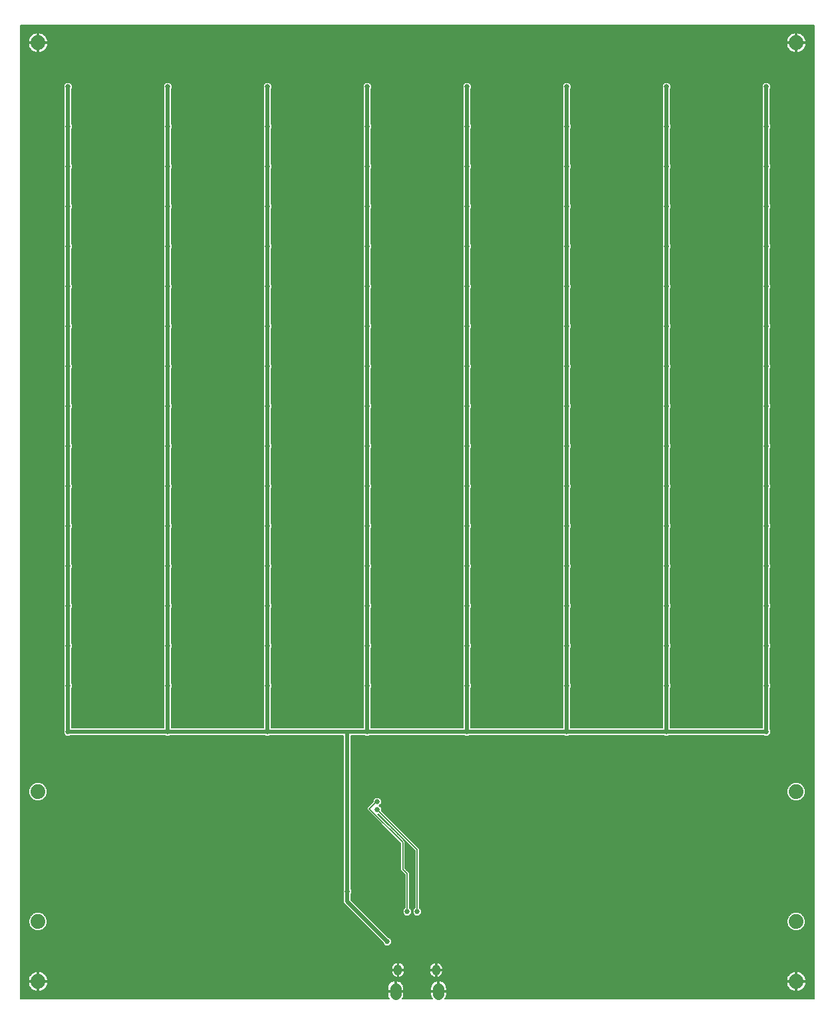
<source format=gbl>
G75*
%MOIN*%
%OFA0B0*%
%FSLAX25Y25*%
%IPPOS*%
%LPD*%
%AMOC8*
5,1,8,0,0,1.08239X$1,22.5*
%
%ADD10C,0.05512*%
%ADD11C,0.03937*%
%ADD12C,0.07400*%
%ADD13C,0.02578*%
%ADD14C,0.02000*%
%ADD15C,0.00600*%
D10*
X0190546Y0012182D02*
X0190546Y0014938D01*
X0212042Y0014938D02*
X0212042Y0012182D01*
D11*
X0210867Y0023701D02*
X0210867Y0024883D01*
X0210867Y0023701D02*
X0210867Y0023701D01*
X0210867Y0024883D01*
X0210867Y0024883D01*
X0191733Y0024883D02*
X0191733Y0023701D01*
X0191733Y0023701D01*
X0191733Y0024883D01*
X0191733Y0024883D01*
D12*
X0011300Y0018524D03*
X0011300Y0048524D03*
X0011300Y0113524D03*
X0011300Y0488524D03*
X0391300Y0488524D03*
X0391300Y0113524D03*
X0391300Y0048524D03*
X0391300Y0018524D03*
D13*
X0311300Y0083524D03*
X0326300Y0143524D03*
X0326300Y0166524D03*
X0326300Y0186524D03*
X0326300Y0206524D03*
X0326300Y0226524D03*
X0326300Y0246524D03*
X0326300Y0266524D03*
X0326300Y0286524D03*
X0326300Y0306524D03*
X0326300Y0326524D03*
X0326300Y0346524D03*
X0326300Y0366524D03*
X0326300Y0386524D03*
X0326300Y0406524D03*
X0326300Y0426524D03*
X0326300Y0446524D03*
X0326300Y0466524D03*
X0351300Y0473524D03*
X0351300Y0453524D03*
X0351300Y0433524D03*
X0351300Y0413524D03*
X0351300Y0393524D03*
X0351300Y0373524D03*
X0351300Y0353524D03*
X0351300Y0333524D03*
X0351300Y0313524D03*
X0351300Y0293524D03*
X0351300Y0273524D03*
X0351300Y0253524D03*
X0351300Y0233524D03*
X0351300Y0213524D03*
X0351300Y0193524D03*
X0351300Y0173524D03*
X0351300Y0153524D03*
X0376300Y0143524D03*
X0376300Y0166524D03*
X0376300Y0186524D03*
X0376300Y0206524D03*
X0376300Y0226524D03*
X0376300Y0246524D03*
X0376300Y0266524D03*
X0376300Y0286524D03*
X0376300Y0306524D03*
X0376300Y0326524D03*
X0376300Y0346524D03*
X0376300Y0366524D03*
X0376300Y0386524D03*
X0376300Y0406524D03*
X0376300Y0426524D03*
X0376300Y0446524D03*
X0376300Y0466524D03*
X0301300Y0473524D03*
X0301300Y0453524D03*
X0301300Y0433524D03*
X0301300Y0413524D03*
X0301300Y0393524D03*
X0301300Y0373524D03*
X0301300Y0353524D03*
X0301300Y0333524D03*
X0301300Y0313524D03*
X0301300Y0293524D03*
X0301300Y0273524D03*
X0301300Y0253524D03*
X0301300Y0233524D03*
X0301300Y0213524D03*
X0301300Y0193524D03*
X0301300Y0173524D03*
X0301300Y0153524D03*
X0276300Y0143524D03*
X0276300Y0166524D03*
X0276300Y0186524D03*
X0276300Y0206524D03*
X0276300Y0226524D03*
X0276300Y0246524D03*
X0276300Y0266524D03*
X0276300Y0286524D03*
X0276300Y0306524D03*
X0276300Y0326524D03*
X0276300Y0346524D03*
X0276300Y0366524D03*
X0276300Y0386524D03*
X0276300Y0406524D03*
X0276300Y0426524D03*
X0276300Y0446524D03*
X0276300Y0466524D03*
X0251300Y0473524D03*
X0251300Y0453524D03*
X0251300Y0433524D03*
X0251300Y0413524D03*
X0251300Y0393524D03*
X0251300Y0373524D03*
X0251300Y0353524D03*
X0251300Y0333524D03*
X0251300Y0313524D03*
X0251300Y0293524D03*
X0251300Y0273524D03*
X0251300Y0253524D03*
X0251300Y0233524D03*
X0251300Y0213524D03*
X0251300Y0193524D03*
X0251300Y0173524D03*
X0251300Y0153524D03*
X0226300Y0143524D03*
X0226300Y0166524D03*
X0226300Y0186524D03*
X0226300Y0206524D03*
X0226300Y0226524D03*
X0226300Y0246524D03*
X0226300Y0266524D03*
X0226300Y0286524D03*
X0226300Y0306524D03*
X0226300Y0326524D03*
X0226300Y0346524D03*
X0226300Y0366524D03*
X0226300Y0386524D03*
X0226300Y0406524D03*
X0226300Y0426524D03*
X0226300Y0446524D03*
X0226300Y0466524D03*
X0201300Y0473524D03*
X0201300Y0453524D03*
X0201300Y0433524D03*
X0201300Y0413524D03*
X0201300Y0393524D03*
X0201300Y0373524D03*
X0201300Y0353524D03*
X0201300Y0333524D03*
X0201300Y0313524D03*
X0201300Y0293524D03*
X0201300Y0273524D03*
X0201300Y0253524D03*
X0201300Y0233524D03*
X0201300Y0213524D03*
X0201300Y0193524D03*
X0201300Y0173524D03*
X0201300Y0153524D03*
X0176300Y0143524D03*
X0176300Y0166524D03*
X0176300Y0186524D03*
X0176300Y0206524D03*
X0176300Y0226524D03*
X0176300Y0246524D03*
X0176300Y0266524D03*
X0176300Y0286524D03*
X0176300Y0306524D03*
X0176300Y0326524D03*
X0176300Y0346524D03*
X0176300Y0366524D03*
X0176300Y0386524D03*
X0176300Y0406524D03*
X0176300Y0426524D03*
X0176300Y0446524D03*
X0176300Y0466524D03*
X0151300Y0473524D03*
X0151300Y0453524D03*
X0151300Y0433524D03*
X0151300Y0413524D03*
X0151300Y0393524D03*
X0151300Y0373524D03*
X0151300Y0353524D03*
X0151300Y0333524D03*
X0151300Y0313524D03*
X0151300Y0293524D03*
X0151300Y0273524D03*
X0151300Y0253524D03*
X0151300Y0233524D03*
X0151300Y0213524D03*
X0151300Y0193524D03*
X0151300Y0173524D03*
X0151300Y0153524D03*
X0126300Y0143524D03*
X0126300Y0166524D03*
X0126300Y0186524D03*
X0126300Y0206524D03*
X0126300Y0226524D03*
X0126300Y0246524D03*
X0126300Y0266524D03*
X0126300Y0286524D03*
X0126300Y0306524D03*
X0126300Y0326524D03*
X0126300Y0346524D03*
X0126300Y0366524D03*
X0126300Y0386524D03*
X0126300Y0406524D03*
X0126300Y0426524D03*
X0126300Y0446524D03*
X0126300Y0466524D03*
X0101300Y0473524D03*
X0101300Y0453524D03*
X0101300Y0433524D03*
X0101300Y0413524D03*
X0101300Y0393524D03*
X0101300Y0373524D03*
X0101300Y0353524D03*
X0101300Y0333524D03*
X0101300Y0313524D03*
X0101300Y0293524D03*
X0101300Y0273524D03*
X0101300Y0253524D03*
X0101300Y0233524D03*
X0101300Y0213524D03*
X0101300Y0193524D03*
X0101300Y0173524D03*
X0101300Y0153524D03*
X0076300Y0143524D03*
X0076300Y0166524D03*
X0076300Y0186524D03*
X0076300Y0206524D03*
X0076300Y0226524D03*
X0076300Y0246524D03*
X0076300Y0266524D03*
X0076300Y0286524D03*
X0076300Y0306524D03*
X0076300Y0326524D03*
X0076300Y0346524D03*
X0076300Y0366524D03*
X0076300Y0386524D03*
X0076300Y0406524D03*
X0076300Y0426524D03*
X0076300Y0446524D03*
X0076300Y0466524D03*
X0051300Y0473524D03*
X0051300Y0453524D03*
X0051300Y0433524D03*
X0051300Y0413524D03*
X0051300Y0393524D03*
X0051300Y0373524D03*
X0051300Y0353524D03*
X0051300Y0333524D03*
X0051300Y0313524D03*
X0051300Y0293524D03*
X0051300Y0273524D03*
X0051300Y0253524D03*
X0051300Y0233524D03*
X0051300Y0213524D03*
X0051300Y0193524D03*
X0051300Y0173524D03*
X0051300Y0153524D03*
X0026300Y0143524D03*
X0026300Y0166524D03*
X0026300Y0186524D03*
X0026300Y0206524D03*
X0026300Y0226524D03*
X0026300Y0246524D03*
X0026300Y0266524D03*
X0026300Y0286524D03*
X0026300Y0306524D03*
X0026300Y0326524D03*
X0026300Y0346524D03*
X0026300Y0366524D03*
X0026300Y0386524D03*
X0026300Y0406524D03*
X0026300Y0426524D03*
X0026300Y0446524D03*
X0026300Y0466524D03*
X0181300Y0108524D03*
X0181300Y0104524D03*
X0196300Y0075524D03*
X0196300Y0053524D03*
X0201300Y0053524D03*
X0186300Y0038524D03*
X0166300Y0063524D03*
X0096300Y0083524D03*
D14*
X0076300Y0143524D02*
X0076300Y0166524D01*
X0076300Y0186524D01*
X0076300Y0206524D01*
X0076300Y0226524D01*
X0076300Y0246524D01*
X0076300Y0266524D01*
X0076300Y0286524D01*
X0076300Y0306524D01*
X0076300Y0326524D01*
X0076300Y0346524D01*
X0076300Y0366524D01*
X0076300Y0386524D01*
X0076300Y0406524D01*
X0076300Y0426524D01*
X0076300Y0446524D01*
X0076300Y0466524D01*
X0026300Y0466524D02*
X0026300Y0446524D01*
X0026300Y0426524D01*
X0026300Y0406524D01*
X0026300Y0386524D01*
X0026300Y0366524D01*
X0026300Y0346524D01*
X0026300Y0326524D01*
X0026300Y0306524D01*
X0026300Y0286524D01*
X0026300Y0266524D01*
X0026300Y0246524D01*
X0026300Y0226524D01*
X0026300Y0206524D01*
X0026300Y0186524D01*
X0026300Y0166524D01*
X0026300Y0143524D01*
X0076300Y0143524D01*
X0126300Y0143524D01*
X0126300Y0166524D01*
X0126300Y0186524D01*
X0126300Y0206524D01*
X0126300Y0226524D01*
X0126300Y0246524D01*
X0126300Y0266524D01*
X0126300Y0286524D01*
X0126300Y0306524D01*
X0126300Y0326524D01*
X0126300Y0346524D01*
X0126300Y0366524D01*
X0126300Y0386524D01*
X0126300Y0406524D01*
X0126300Y0426524D01*
X0126300Y0446524D01*
X0126300Y0466524D01*
X0176300Y0466524D02*
X0176300Y0446524D01*
X0176300Y0426524D01*
X0176300Y0406524D01*
X0176300Y0386524D01*
X0176300Y0366524D01*
X0176300Y0346524D01*
X0176300Y0326524D01*
X0176300Y0306524D01*
X0176300Y0286524D01*
X0176300Y0266524D01*
X0176300Y0246524D01*
X0176300Y0226524D01*
X0176300Y0206524D01*
X0176300Y0186524D01*
X0176300Y0166524D01*
X0176300Y0143524D01*
X0226300Y0143524D01*
X0226300Y0166524D01*
X0226300Y0186524D01*
X0226300Y0206524D01*
X0226300Y0226524D01*
X0226300Y0246524D01*
X0226300Y0266524D01*
X0226300Y0286524D01*
X0226300Y0306524D01*
X0226300Y0326524D01*
X0226300Y0346524D01*
X0226300Y0366524D01*
X0226300Y0386524D01*
X0226300Y0406524D01*
X0226300Y0426524D01*
X0226300Y0446524D01*
X0226300Y0466524D01*
X0276300Y0466524D02*
X0276300Y0446524D01*
X0276300Y0426524D01*
X0276300Y0406524D01*
X0276300Y0386524D01*
X0276300Y0366524D01*
X0276300Y0346524D01*
X0276300Y0326524D01*
X0276300Y0306524D01*
X0276300Y0286524D01*
X0276300Y0266524D01*
X0276300Y0246524D01*
X0276300Y0226524D01*
X0276300Y0206524D01*
X0276300Y0186524D01*
X0276300Y0166524D01*
X0276300Y0143524D01*
X0326300Y0143524D01*
X0326300Y0166524D01*
X0326300Y0186524D01*
X0326300Y0206524D01*
X0326300Y0226524D01*
X0326300Y0246524D01*
X0326300Y0266524D01*
X0326300Y0286524D01*
X0326300Y0306524D01*
X0326300Y0326524D01*
X0326300Y0346524D01*
X0326300Y0366524D01*
X0326300Y0386524D01*
X0326300Y0406524D01*
X0326300Y0426524D01*
X0326300Y0446524D01*
X0326300Y0466524D01*
X0376300Y0466524D02*
X0376300Y0446524D01*
X0376300Y0426524D01*
X0376300Y0406524D01*
X0376300Y0386524D01*
X0376300Y0366524D01*
X0376300Y0346524D01*
X0376300Y0326524D01*
X0376300Y0306524D01*
X0376300Y0286524D01*
X0376300Y0266524D01*
X0376300Y0246524D01*
X0376300Y0226524D01*
X0376300Y0206524D01*
X0376300Y0186524D01*
X0376300Y0166524D01*
X0376300Y0143524D01*
X0326300Y0143524D01*
X0276300Y0143524D02*
X0226300Y0143524D01*
X0176300Y0143524D02*
X0166300Y0143524D01*
X0166300Y0063524D01*
X0166300Y0058524D01*
X0186300Y0038524D01*
X0166300Y0143524D02*
X0126300Y0143524D01*
D15*
X0002500Y0009724D02*
X0002500Y0497324D01*
X0400100Y0497324D01*
X0400100Y0009724D01*
X0215278Y0009724D01*
X0215637Y0010261D01*
X0215942Y0010999D01*
X0216098Y0011783D01*
X0216098Y0013260D01*
X0212342Y0013260D01*
X0212342Y0013860D01*
X0211742Y0013860D01*
X0211742Y0013260D01*
X0207987Y0013260D01*
X0207987Y0011783D01*
X0208142Y0010999D01*
X0208448Y0010261D01*
X0208807Y0009724D01*
X0193782Y0009724D01*
X0194141Y0010261D01*
X0194446Y0010999D01*
X0194602Y0011783D01*
X0194602Y0013260D01*
X0190846Y0013260D01*
X0190846Y0013860D01*
X0190246Y0013860D01*
X0190246Y0013260D01*
X0186490Y0013260D01*
X0186490Y0011783D01*
X0186646Y0010999D01*
X0186952Y0010261D01*
X0187311Y0009724D01*
X0002500Y0009724D01*
X0002500Y0010320D02*
X0186928Y0010320D01*
X0186680Y0010918D02*
X0002500Y0010918D01*
X0002500Y0011517D02*
X0186543Y0011517D01*
X0186490Y0012115D02*
X0002500Y0012115D01*
X0002500Y0012714D02*
X0186490Y0012714D01*
X0186490Y0013860D02*
X0186490Y0015338D01*
X0186646Y0016121D01*
X0186952Y0016859D01*
X0187396Y0017524D01*
X0187961Y0018089D01*
X0188625Y0018532D01*
X0189363Y0018838D01*
X0190147Y0018994D01*
X0190246Y0018994D01*
X0190246Y0013860D01*
X0186490Y0013860D01*
X0186490Y0013911D02*
X0013259Y0013911D01*
X0013219Y0013891D02*
X0013921Y0014248D01*
X0014557Y0014711D01*
X0015114Y0015267D01*
X0015576Y0015904D01*
X0015934Y0016605D01*
X0016177Y0017354D01*
X0016300Y0018131D01*
X0016300Y0018224D01*
X0011600Y0018224D01*
X0011600Y0013524D01*
X0011694Y0013524D01*
X0012471Y0013648D01*
X0013219Y0013891D01*
X0014280Y0014510D02*
X0186490Y0014510D01*
X0186490Y0015108D02*
X0014955Y0015108D01*
X0015433Y0015707D02*
X0186564Y0015707D01*
X0186723Y0016305D02*
X0015781Y0016305D01*
X0016031Y0016904D02*
X0186982Y0016904D01*
X0187382Y0017502D02*
X0016200Y0017502D01*
X0016295Y0018101D02*
X0187979Y0018101D01*
X0189028Y0018699D02*
X0011600Y0018699D01*
X0011600Y0018824D02*
X0016300Y0018824D01*
X0016300Y0018918D01*
X0016177Y0019695D01*
X0015934Y0020444D01*
X0015576Y0021145D01*
X0015114Y0021782D01*
X0014557Y0022338D01*
X0013921Y0022801D01*
X0013219Y0023158D01*
X0012471Y0023401D01*
X0011694Y0023524D01*
X0011600Y0023524D01*
X0011600Y0018824D01*
X0011600Y0018224D01*
X0011000Y0018224D01*
X0011000Y0013524D01*
X0010906Y0013524D01*
X0010129Y0013648D01*
X0009381Y0013891D01*
X0008679Y0014248D01*
X0008043Y0014711D01*
X0007486Y0015267D01*
X0007024Y0015904D01*
X0006666Y0016605D01*
X0006423Y0017354D01*
X0006300Y0018131D01*
X0006300Y0018224D01*
X0011000Y0018224D01*
X0011000Y0018824D01*
X0006300Y0018824D01*
X0006300Y0018918D01*
X0006423Y0019695D01*
X0006666Y0020444D01*
X0007024Y0021145D01*
X0007486Y0021782D01*
X0008043Y0022338D01*
X0008679Y0022801D01*
X0009381Y0023158D01*
X0010129Y0023401D01*
X0010906Y0023524D01*
X0011000Y0023524D01*
X0011000Y0018824D01*
X0011600Y0018824D01*
X0011600Y0019298D02*
X0011000Y0019298D01*
X0011000Y0019896D02*
X0011600Y0019896D01*
X0011600Y0020495D02*
X0011000Y0020495D01*
X0011000Y0021093D02*
X0011600Y0021093D01*
X0011600Y0021692D02*
X0011000Y0021692D01*
X0011000Y0022290D02*
X0011600Y0022290D01*
X0011600Y0022889D02*
X0011000Y0022889D01*
X0011000Y0023487D02*
X0011600Y0023487D01*
X0011928Y0023487D02*
X0188465Y0023487D01*
X0188465Y0023380D02*
X0188590Y0022748D01*
X0188837Y0022153D01*
X0189194Y0021618D01*
X0189650Y0021163D01*
X0190185Y0020805D01*
X0190780Y0020559D01*
X0191411Y0020433D01*
X0191433Y0020433D01*
X0191433Y0023992D01*
X0192033Y0023992D01*
X0192033Y0020433D01*
X0192055Y0020433D01*
X0192686Y0020559D01*
X0193281Y0020805D01*
X0193817Y0021163D01*
X0194272Y0021618D01*
X0194630Y0022153D01*
X0194876Y0022748D01*
X0195002Y0023380D01*
X0195002Y0023992D01*
X0192033Y0023992D01*
X0192033Y0024592D01*
X0195002Y0024592D01*
X0195002Y0025205D01*
X0194876Y0025836D01*
X0194630Y0026431D01*
X0194272Y0026966D01*
X0193817Y0027421D01*
X0193281Y0027779D01*
X0192686Y0028026D01*
X0192055Y0028151D01*
X0192033Y0028151D01*
X0192033Y0024592D01*
X0191433Y0024592D01*
X0191433Y0023992D01*
X0188465Y0023992D01*
X0188465Y0023380D01*
X0188562Y0022889D02*
X0013748Y0022889D01*
X0014605Y0022290D02*
X0188780Y0022290D01*
X0189145Y0021692D02*
X0015179Y0021692D01*
X0015603Y0021093D02*
X0189754Y0021093D01*
X0191102Y0020495D02*
X0015908Y0020495D01*
X0016112Y0019896D02*
X0386488Y0019896D01*
X0386423Y0019695D02*
X0386300Y0018918D01*
X0386300Y0018824D01*
X0391000Y0018824D01*
X0391000Y0018224D01*
X0391600Y0018224D01*
X0391600Y0013524D01*
X0391694Y0013524D01*
X0392471Y0013648D01*
X0393219Y0013891D01*
X0393921Y0014248D01*
X0394557Y0014711D01*
X0395114Y0015267D01*
X0395576Y0015904D01*
X0395934Y0016605D01*
X0396177Y0017354D01*
X0396300Y0018131D01*
X0396300Y0018224D01*
X0391600Y0018224D01*
X0391600Y0018824D01*
X0396300Y0018824D01*
X0396300Y0018918D01*
X0396177Y0019695D01*
X0395934Y0020444D01*
X0395576Y0021145D01*
X0395114Y0021782D01*
X0394557Y0022338D01*
X0393921Y0022801D01*
X0393219Y0023158D01*
X0392471Y0023401D01*
X0391694Y0023524D01*
X0391600Y0023524D01*
X0391600Y0018824D01*
X0391000Y0018824D01*
X0391000Y0023524D01*
X0390906Y0023524D01*
X0390129Y0023401D01*
X0389381Y0023158D01*
X0388679Y0022801D01*
X0388043Y0022338D01*
X0387486Y0021782D01*
X0387024Y0021145D01*
X0386666Y0020444D01*
X0386423Y0019695D01*
X0386360Y0019298D02*
X0016240Y0019298D01*
X0011600Y0018101D02*
X0011000Y0018101D01*
X0011000Y0018699D02*
X0002500Y0018699D01*
X0002500Y0018101D02*
X0006305Y0018101D01*
X0006400Y0017502D02*
X0002500Y0017502D01*
X0002500Y0016904D02*
X0006569Y0016904D01*
X0006819Y0016305D02*
X0002500Y0016305D01*
X0002500Y0015707D02*
X0007167Y0015707D01*
X0007645Y0015108D02*
X0002500Y0015108D01*
X0002500Y0014510D02*
X0008319Y0014510D01*
X0009341Y0013911D02*
X0002500Y0013911D01*
X0002500Y0013312D02*
X0190246Y0013312D01*
X0190246Y0013911D02*
X0190846Y0013911D01*
X0190846Y0013860D02*
X0190846Y0018994D01*
X0190946Y0018994D01*
X0191729Y0018838D01*
X0192468Y0018532D01*
X0193132Y0018089D01*
X0193697Y0017524D01*
X0194141Y0016859D01*
X0194446Y0016121D01*
X0194602Y0015338D01*
X0194602Y0013860D01*
X0190846Y0013860D01*
X0190846Y0013312D02*
X0211742Y0013312D01*
X0211742Y0013860D02*
X0207987Y0013860D01*
X0207987Y0015338D01*
X0208142Y0016121D01*
X0208448Y0016859D01*
X0208892Y0017524D01*
X0209457Y0018089D01*
X0210121Y0018532D01*
X0210859Y0018838D01*
X0211643Y0018994D01*
X0211742Y0018994D01*
X0211742Y0013860D01*
X0211742Y0013911D02*
X0212342Y0013911D01*
X0212342Y0013860D02*
X0212342Y0018994D01*
X0212442Y0018994D01*
X0213226Y0018838D01*
X0213964Y0018532D01*
X0214628Y0018089D01*
X0215193Y0017524D01*
X0215637Y0016859D01*
X0215942Y0016121D01*
X0216098Y0015338D01*
X0216098Y0013860D01*
X0212342Y0013860D01*
X0212342Y0013312D02*
X0400100Y0013312D01*
X0400100Y0012714D02*
X0216098Y0012714D01*
X0216098Y0012115D02*
X0400100Y0012115D01*
X0400100Y0011517D02*
X0216045Y0011517D01*
X0215909Y0010918D02*
X0400100Y0010918D01*
X0400100Y0010320D02*
X0215661Y0010320D01*
X0216098Y0013911D02*
X0389341Y0013911D01*
X0389381Y0013891D02*
X0390129Y0013648D01*
X0390906Y0013524D01*
X0391000Y0013524D01*
X0391000Y0018224D01*
X0386300Y0018224D01*
X0386300Y0018131D01*
X0386423Y0017354D01*
X0386666Y0016605D01*
X0387024Y0015904D01*
X0387486Y0015267D01*
X0388043Y0014711D01*
X0388679Y0014248D01*
X0389381Y0013891D01*
X0388319Y0014510D02*
X0216098Y0014510D01*
X0216098Y0015108D02*
X0387645Y0015108D01*
X0387167Y0015707D02*
X0216025Y0015707D01*
X0215866Y0016305D02*
X0386819Y0016305D01*
X0386569Y0016904D02*
X0215607Y0016904D01*
X0215207Y0017502D02*
X0386400Y0017502D01*
X0386305Y0018101D02*
X0214610Y0018101D01*
X0213561Y0018699D02*
X0391000Y0018699D01*
X0391000Y0018101D02*
X0391600Y0018101D01*
X0391600Y0018699D02*
X0400100Y0018699D01*
X0400100Y0018101D02*
X0396295Y0018101D01*
X0396200Y0017502D02*
X0400100Y0017502D01*
X0400100Y0016904D02*
X0396031Y0016904D01*
X0395781Y0016305D02*
X0400100Y0016305D01*
X0400100Y0015707D02*
X0395433Y0015707D01*
X0394955Y0015108D02*
X0400100Y0015108D01*
X0400100Y0014510D02*
X0394280Y0014510D01*
X0393259Y0013911D02*
X0400100Y0013911D01*
X0400100Y0019298D02*
X0396240Y0019298D01*
X0396112Y0019896D02*
X0400100Y0019896D01*
X0400100Y0020495D02*
X0395908Y0020495D01*
X0395603Y0021093D02*
X0400100Y0021093D01*
X0400100Y0021692D02*
X0395179Y0021692D01*
X0394605Y0022290D02*
X0400100Y0022290D01*
X0400100Y0022889D02*
X0393748Y0022889D01*
X0391928Y0023487D02*
X0400100Y0023487D01*
X0400100Y0024086D02*
X0211167Y0024086D01*
X0211167Y0023992D02*
X0211167Y0024592D01*
X0214135Y0024592D01*
X0214135Y0025205D01*
X0214010Y0025836D01*
X0213763Y0026431D01*
X0213406Y0026966D01*
X0212950Y0027421D01*
X0212415Y0027779D01*
X0211820Y0028026D01*
X0211189Y0028151D01*
X0211167Y0028151D01*
X0211167Y0024592D01*
X0210567Y0024592D01*
X0210567Y0023992D01*
X0211167Y0023992D01*
X0211167Y0020433D01*
X0211189Y0020433D01*
X0211820Y0020559D01*
X0212415Y0020805D01*
X0212950Y0021163D01*
X0213406Y0021618D01*
X0213763Y0022153D01*
X0214010Y0022748D01*
X0214135Y0023380D01*
X0214135Y0023992D01*
X0211167Y0023992D01*
X0211167Y0023487D02*
X0210567Y0023487D01*
X0210567Y0023992D02*
X0210567Y0020433D01*
X0210545Y0020433D01*
X0209914Y0020559D01*
X0209319Y0020805D01*
X0208783Y0021163D01*
X0208328Y0021618D01*
X0207970Y0022153D01*
X0207724Y0022748D01*
X0207598Y0023380D01*
X0207598Y0023992D01*
X0210567Y0023992D01*
X0210567Y0024086D02*
X0192033Y0024086D01*
X0192033Y0024684D02*
X0191433Y0024684D01*
X0191433Y0024592D02*
X0191433Y0028151D01*
X0191411Y0028151D01*
X0190780Y0028026D01*
X0190185Y0027779D01*
X0189650Y0027421D01*
X0189194Y0026966D01*
X0188837Y0026431D01*
X0188590Y0025836D01*
X0188465Y0025205D01*
X0188465Y0024592D01*
X0191433Y0024592D01*
X0191433Y0024086D02*
X0002500Y0024086D01*
X0002500Y0024684D02*
X0188465Y0024684D01*
X0188480Y0025283D02*
X0002500Y0025283D01*
X0002500Y0025881D02*
X0188609Y0025881D01*
X0188869Y0026480D02*
X0002500Y0026480D01*
X0002500Y0027078D02*
X0189306Y0027078D01*
X0190032Y0027677D02*
X0002500Y0027677D01*
X0002500Y0028275D02*
X0400100Y0028275D01*
X0400100Y0027677D02*
X0212568Y0027677D01*
X0213294Y0027078D02*
X0400100Y0027078D01*
X0400100Y0026480D02*
X0213731Y0026480D01*
X0213991Y0025881D02*
X0400100Y0025881D01*
X0400100Y0025283D02*
X0214120Y0025283D01*
X0214135Y0024684D02*
X0400100Y0024684D01*
X0400100Y0028874D02*
X0002500Y0028874D01*
X0002500Y0029472D02*
X0400100Y0029472D01*
X0400100Y0030071D02*
X0002500Y0030071D01*
X0002500Y0030669D02*
X0400100Y0030669D01*
X0400100Y0031268D02*
X0002500Y0031268D01*
X0002500Y0031866D02*
X0400100Y0031866D01*
X0400100Y0032465D02*
X0002500Y0032465D01*
X0002500Y0033063D02*
X0400100Y0033063D01*
X0400100Y0033662D02*
X0002500Y0033662D01*
X0002500Y0034260D02*
X0400100Y0034260D01*
X0400100Y0034859D02*
X0002500Y0034859D01*
X0002500Y0035457D02*
X0400100Y0035457D01*
X0400100Y0036056D02*
X0002500Y0036056D01*
X0002500Y0036654D02*
X0185074Y0036654D01*
X0185393Y0036335D02*
X0184111Y0037618D01*
X0184111Y0038026D01*
X0165513Y0056624D01*
X0164400Y0057737D01*
X0164400Y0062329D01*
X0164111Y0062618D01*
X0164111Y0064431D01*
X0164400Y0064720D01*
X0164400Y0141624D01*
X0127496Y0141624D01*
X0127207Y0141335D01*
X0125393Y0141335D01*
X0125104Y0141624D01*
X0077496Y0141624D01*
X0077207Y0141335D01*
X0075393Y0141335D01*
X0075104Y0141624D01*
X0027496Y0141624D01*
X0027207Y0141335D01*
X0025393Y0141335D01*
X0024111Y0142618D01*
X0024111Y0144431D01*
X0024400Y0144720D01*
X0024400Y0165329D01*
X0024111Y0165618D01*
X0024111Y0167431D01*
X0024400Y0167720D01*
X0024400Y0185329D01*
X0024111Y0185618D01*
X0024111Y0187431D01*
X0024400Y0187720D01*
X0024400Y0205329D01*
X0024111Y0205618D01*
X0024111Y0207431D01*
X0024400Y0207720D01*
X0024400Y0225329D01*
X0024111Y0225618D01*
X0024111Y0227431D01*
X0024400Y0227720D01*
X0024400Y0245329D01*
X0024111Y0245618D01*
X0024111Y0247431D01*
X0024400Y0247720D01*
X0024400Y0265329D01*
X0024111Y0265618D01*
X0024111Y0267431D01*
X0024400Y0267720D01*
X0024400Y0285329D01*
X0024111Y0285618D01*
X0024111Y0287431D01*
X0024400Y0287720D01*
X0024400Y0305329D01*
X0024111Y0305618D01*
X0024111Y0307431D01*
X0024400Y0307720D01*
X0024400Y0325329D01*
X0024111Y0325618D01*
X0024111Y0327431D01*
X0024400Y0327720D01*
X0024400Y0345329D01*
X0024111Y0345618D01*
X0024111Y0347431D01*
X0024400Y0347720D01*
X0024400Y0365329D01*
X0024111Y0365618D01*
X0024111Y0367431D01*
X0024400Y0367720D01*
X0024400Y0385329D01*
X0024111Y0385618D01*
X0024111Y0387431D01*
X0024400Y0387720D01*
X0024400Y0405329D01*
X0024111Y0405618D01*
X0024111Y0407431D01*
X0024400Y0407720D01*
X0024400Y0425329D01*
X0024111Y0425618D01*
X0024111Y0427431D01*
X0024400Y0427720D01*
X0024400Y0445329D01*
X0024111Y0445618D01*
X0024111Y0447431D01*
X0024400Y0447720D01*
X0024400Y0465329D01*
X0024111Y0465618D01*
X0024111Y0467431D01*
X0025393Y0468713D01*
X0027207Y0468713D01*
X0028489Y0467431D01*
X0028489Y0465618D01*
X0028200Y0465329D01*
X0028200Y0447720D01*
X0028489Y0447431D01*
X0028489Y0445618D01*
X0028200Y0445329D01*
X0028200Y0427720D01*
X0028489Y0427431D01*
X0028489Y0425618D01*
X0028200Y0425329D01*
X0028200Y0407720D01*
X0028489Y0407431D01*
X0028489Y0405618D01*
X0028200Y0405329D01*
X0028200Y0387720D01*
X0028489Y0387431D01*
X0028489Y0385618D01*
X0028200Y0385329D01*
X0028200Y0367720D01*
X0028489Y0367431D01*
X0028489Y0365618D01*
X0028200Y0365329D01*
X0028200Y0347720D01*
X0028489Y0347431D01*
X0028489Y0345618D01*
X0028200Y0345329D01*
X0028200Y0327720D01*
X0028489Y0327431D01*
X0028489Y0325618D01*
X0028200Y0325329D01*
X0028200Y0307720D01*
X0028489Y0307431D01*
X0028489Y0305618D01*
X0028200Y0305329D01*
X0028200Y0287720D01*
X0028489Y0287431D01*
X0028489Y0285618D01*
X0028200Y0285329D01*
X0028200Y0267720D01*
X0028489Y0267431D01*
X0028489Y0265618D01*
X0028200Y0265329D01*
X0028200Y0247720D01*
X0028489Y0247431D01*
X0028489Y0245618D01*
X0028200Y0245329D01*
X0028200Y0227720D01*
X0028489Y0227431D01*
X0028489Y0225618D01*
X0028200Y0225329D01*
X0028200Y0207720D01*
X0028489Y0207431D01*
X0028489Y0205618D01*
X0028200Y0205329D01*
X0028200Y0187720D01*
X0028489Y0187431D01*
X0028489Y0185618D01*
X0028200Y0185329D01*
X0028200Y0167720D01*
X0028489Y0167431D01*
X0028489Y0165618D01*
X0028200Y0165329D01*
X0028200Y0145424D01*
X0074400Y0145424D01*
X0074400Y0165329D01*
X0074111Y0165618D01*
X0074111Y0167431D01*
X0074400Y0167720D01*
X0074400Y0185329D01*
X0074111Y0185618D01*
X0074111Y0187431D01*
X0074400Y0187720D01*
X0074400Y0205329D01*
X0074111Y0205618D01*
X0074111Y0207431D01*
X0074400Y0207720D01*
X0074400Y0225329D01*
X0074111Y0225618D01*
X0074111Y0227431D01*
X0074400Y0227720D01*
X0074400Y0245329D01*
X0074111Y0245618D01*
X0074111Y0247431D01*
X0074400Y0247720D01*
X0074400Y0265329D01*
X0074111Y0265618D01*
X0074111Y0267431D01*
X0074400Y0267720D01*
X0074400Y0285329D01*
X0074111Y0285618D01*
X0074111Y0287431D01*
X0074400Y0287720D01*
X0074400Y0305329D01*
X0074111Y0305618D01*
X0074111Y0307431D01*
X0074400Y0307720D01*
X0074400Y0325329D01*
X0074111Y0325618D01*
X0074111Y0327431D01*
X0074400Y0327720D01*
X0074400Y0345329D01*
X0074111Y0345618D01*
X0074111Y0347431D01*
X0074400Y0347720D01*
X0074400Y0365329D01*
X0074111Y0365618D01*
X0074111Y0367431D01*
X0074400Y0367720D01*
X0074400Y0385329D01*
X0074111Y0385618D01*
X0074111Y0387431D01*
X0074400Y0387720D01*
X0074400Y0405329D01*
X0074111Y0405618D01*
X0074111Y0407431D01*
X0074400Y0407720D01*
X0074400Y0425329D01*
X0074111Y0425618D01*
X0074111Y0427431D01*
X0074400Y0427720D01*
X0074400Y0445329D01*
X0074111Y0445618D01*
X0074111Y0447431D01*
X0074400Y0447720D01*
X0074400Y0465329D01*
X0074111Y0465618D01*
X0074111Y0467431D01*
X0075393Y0468713D01*
X0077207Y0468713D01*
X0078489Y0467431D01*
X0078489Y0465618D01*
X0078200Y0465329D01*
X0078200Y0447720D01*
X0078489Y0447431D01*
X0078489Y0445618D01*
X0078200Y0445329D01*
X0078200Y0427720D01*
X0078489Y0427431D01*
X0078489Y0425618D01*
X0078200Y0425329D01*
X0078200Y0407720D01*
X0078489Y0407431D01*
X0078489Y0405618D01*
X0078200Y0405329D01*
X0078200Y0387720D01*
X0078489Y0387431D01*
X0078489Y0385618D01*
X0078200Y0385329D01*
X0078200Y0367720D01*
X0078489Y0367431D01*
X0078489Y0365618D01*
X0078200Y0365329D01*
X0078200Y0347720D01*
X0078489Y0347431D01*
X0078489Y0345618D01*
X0078200Y0345329D01*
X0078200Y0327720D01*
X0078489Y0327431D01*
X0078489Y0325618D01*
X0078200Y0325329D01*
X0078200Y0307720D01*
X0078489Y0307431D01*
X0078489Y0305618D01*
X0078200Y0305329D01*
X0078200Y0287720D01*
X0078489Y0287431D01*
X0078489Y0285618D01*
X0078200Y0285329D01*
X0078200Y0267720D01*
X0078489Y0267431D01*
X0078489Y0265618D01*
X0078200Y0265329D01*
X0078200Y0247720D01*
X0078489Y0247431D01*
X0078489Y0245618D01*
X0078200Y0245329D01*
X0078200Y0227720D01*
X0078489Y0227431D01*
X0078489Y0225618D01*
X0078200Y0225329D01*
X0078200Y0207720D01*
X0078489Y0207431D01*
X0078489Y0205618D01*
X0078200Y0205329D01*
X0078200Y0187720D01*
X0078489Y0187431D01*
X0078489Y0185618D01*
X0078200Y0185329D01*
X0078200Y0167720D01*
X0078489Y0167431D01*
X0078489Y0165618D01*
X0078200Y0165329D01*
X0078200Y0145424D01*
X0124400Y0145424D01*
X0124400Y0165329D01*
X0124111Y0165618D01*
X0124111Y0167431D01*
X0124400Y0167720D01*
X0124400Y0185329D01*
X0124111Y0185618D01*
X0124111Y0187431D01*
X0124400Y0187720D01*
X0124400Y0205329D01*
X0124111Y0205618D01*
X0124111Y0207431D01*
X0124400Y0207720D01*
X0124400Y0225329D01*
X0124111Y0225618D01*
X0124111Y0227431D01*
X0124400Y0227720D01*
X0124400Y0245329D01*
X0124111Y0245618D01*
X0124111Y0247431D01*
X0124400Y0247720D01*
X0124400Y0265329D01*
X0124111Y0265618D01*
X0124111Y0267431D01*
X0124400Y0267720D01*
X0124400Y0285329D01*
X0124111Y0285618D01*
X0124111Y0287431D01*
X0124400Y0287720D01*
X0124400Y0305329D01*
X0124111Y0305618D01*
X0124111Y0307431D01*
X0124400Y0307720D01*
X0124400Y0325329D01*
X0124111Y0325618D01*
X0124111Y0327431D01*
X0124400Y0327720D01*
X0124400Y0345329D01*
X0124111Y0345618D01*
X0124111Y0347431D01*
X0124400Y0347720D01*
X0124400Y0365329D01*
X0124111Y0365618D01*
X0124111Y0367431D01*
X0124400Y0367720D01*
X0124400Y0385329D01*
X0124111Y0385618D01*
X0124111Y0387431D01*
X0124400Y0387720D01*
X0124400Y0405329D01*
X0124111Y0405618D01*
X0124111Y0407431D01*
X0124400Y0407720D01*
X0124400Y0425329D01*
X0124111Y0425618D01*
X0124111Y0427431D01*
X0124400Y0427720D01*
X0124400Y0445329D01*
X0124111Y0445618D01*
X0124111Y0447431D01*
X0124400Y0447720D01*
X0124400Y0465329D01*
X0124111Y0465618D01*
X0124111Y0467431D01*
X0125393Y0468713D01*
X0127207Y0468713D01*
X0128489Y0467431D01*
X0128489Y0465618D01*
X0128200Y0465329D01*
X0128200Y0447720D01*
X0128489Y0447431D01*
X0128489Y0445618D01*
X0128200Y0445329D01*
X0128200Y0427720D01*
X0128489Y0427431D01*
X0128489Y0425618D01*
X0128200Y0425329D01*
X0128200Y0407720D01*
X0128489Y0407431D01*
X0128489Y0405618D01*
X0128200Y0405329D01*
X0128200Y0387720D01*
X0128489Y0387431D01*
X0128489Y0385618D01*
X0128200Y0385329D01*
X0128200Y0367720D01*
X0128489Y0367431D01*
X0128489Y0365618D01*
X0128200Y0365329D01*
X0128200Y0347720D01*
X0128489Y0347431D01*
X0128489Y0345618D01*
X0128200Y0345329D01*
X0128200Y0327720D01*
X0128489Y0327431D01*
X0128489Y0325618D01*
X0128200Y0325329D01*
X0128200Y0307720D01*
X0128489Y0307431D01*
X0128489Y0305618D01*
X0128200Y0305329D01*
X0128200Y0287720D01*
X0128489Y0287431D01*
X0128489Y0285618D01*
X0128200Y0285329D01*
X0128200Y0267720D01*
X0128489Y0267431D01*
X0128489Y0265618D01*
X0128200Y0265329D01*
X0128200Y0247720D01*
X0128489Y0247431D01*
X0128489Y0245618D01*
X0128200Y0245329D01*
X0128200Y0227720D01*
X0128489Y0227431D01*
X0128489Y0225618D01*
X0128200Y0225329D01*
X0128200Y0207720D01*
X0128489Y0207431D01*
X0128489Y0205618D01*
X0128200Y0205329D01*
X0128200Y0187720D01*
X0128489Y0187431D01*
X0128489Y0185618D01*
X0128200Y0185329D01*
X0128200Y0167720D01*
X0128489Y0167431D01*
X0128489Y0165618D01*
X0128200Y0165329D01*
X0128200Y0145424D01*
X0174400Y0145424D01*
X0174400Y0165329D01*
X0174111Y0165618D01*
X0174111Y0167431D01*
X0174400Y0167720D01*
X0174400Y0185329D01*
X0174111Y0185618D01*
X0174111Y0187431D01*
X0174400Y0187720D01*
X0174400Y0205329D01*
X0174111Y0205618D01*
X0174111Y0207431D01*
X0174400Y0207720D01*
X0174400Y0225329D01*
X0174111Y0225618D01*
X0174111Y0227431D01*
X0174400Y0227720D01*
X0174400Y0245329D01*
X0174111Y0245618D01*
X0174111Y0247431D01*
X0174400Y0247720D01*
X0174400Y0265329D01*
X0174111Y0265618D01*
X0174111Y0267431D01*
X0174400Y0267720D01*
X0174400Y0285329D01*
X0174111Y0285618D01*
X0174111Y0287431D01*
X0174400Y0287720D01*
X0174400Y0305329D01*
X0174111Y0305618D01*
X0174111Y0307431D01*
X0174400Y0307720D01*
X0174400Y0325329D01*
X0174111Y0325618D01*
X0174111Y0327431D01*
X0174400Y0327720D01*
X0174400Y0345329D01*
X0174111Y0345618D01*
X0174111Y0347431D01*
X0174400Y0347720D01*
X0174400Y0365329D01*
X0174111Y0365618D01*
X0174111Y0367431D01*
X0174400Y0367720D01*
X0174400Y0385329D01*
X0174111Y0385618D01*
X0174111Y0387431D01*
X0174400Y0387720D01*
X0174400Y0405329D01*
X0174111Y0405618D01*
X0174111Y0407431D01*
X0174400Y0407720D01*
X0174400Y0425329D01*
X0174111Y0425618D01*
X0174111Y0427431D01*
X0174400Y0427720D01*
X0174400Y0445329D01*
X0174111Y0445618D01*
X0174111Y0447431D01*
X0174400Y0447720D01*
X0174400Y0465329D01*
X0174111Y0465618D01*
X0174111Y0467431D01*
X0175393Y0468713D01*
X0177207Y0468713D01*
X0178489Y0467431D01*
X0178489Y0465618D01*
X0178200Y0465329D01*
X0178200Y0447720D01*
X0178489Y0447431D01*
X0178489Y0445618D01*
X0178200Y0445329D01*
X0178200Y0427720D01*
X0178489Y0427431D01*
X0178489Y0425618D01*
X0178200Y0425329D01*
X0178200Y0407720D01*
X0178489Y0407431D01*
X0178489Y0405618D01*
X0178200Y0405329D01*
X0178200Y0387720D01*
X0178489Y0387431D01*
X0178489Y0385618D01*
X0178200Y0385329D01*
X0178200Y0367720D01*
X0178489Y0367431D01*
X0178489Y0365618D01*
X0178200Y0365329D01*
X0178200Y0347720D01*
X0178489Y0347431D01*
X0178489Y0345618D01*
X0178200Y0345329D01*
X0178200Y0327720D01*
X0178489Y0327431D01*
X0178489Y0325618D01*
X0178200Y0325329D01*
X0178200Y0307720D01*
X0178489Y0307431D01*
X0178489Y0305618D01*
X0178200Y0305329D01*
X0178200Y0287720D01*
X0178489Y0287431D01*
X0178489Y0285618D01*
X0178200Y0285329D01*
X0178200Y0267720D01*
X0178489Y0267431D01*
X0178489Y0265618D01*
X0178200Y0265329D01*
X0178200Y0247720D01*
X0178489Y0247431D01*
X0178489Y0245618D01*
X0178200Y0245329D01*
X0178200Y0227720D01*
X0178489Y0227431D01*
X0178489Y0225618D01*
X0178200Y0225329D01*
X0178200Y0207720D01*
X0178489Y0207431D01*
X0178489Y0205618D01*
X0178200Y0205329D01*
X0178200Y0187720D01*
X0178489Y0187431D01*
X0178489Y0185618D01*
X0178200Y0185329D01*
X0178200Y0167720D01*
X0178489Y0167431D01*
X0178489Y0165618D01*
X0178200Y0165329D01*
X0178200Y0145424D01*
X0224400Y0145424D01*
X0224400Y0165329D01*
X0224111Y0165618D01*
X0224111Y0167431D01*
X0224400Y0167720D01*
X0224400Y0185329D01*
X0224111Y0185618D01*
X0224111Y0187431D01*
X0224400Y0187720D01*
X0224400Y0205329D01*
X0224111Y0205618D01*
X0224111Y0207431D01*
X0224400Y0207720D01*
X0224400Y0225329D01*
X0224111Y0225618D01*
X0224111Y0227431D01*
X0224400Y0227720D01*
X0224400Y0245329D01*
X0224111Y0245618D01*
X0224111Y0247431D01*
X0224400Y0247720D01*
X0224400Y0265329D01*
X0224111Y0265618D01*
X0224111Y0267431D01*
X0224400Y0267720D01*
X0224400Y0285329D01*
X0224111Y0285618D01*
X0224111Y0287431D01*
X0224400Y0287720D01*
X0224400Y0305329D01*
X0224111Y0305618D01*
X0224111Y0307431D01*
X0224400Y0307720D01*
X0224400Y0325329D01*
X0224111Y0325618D01*
X0224111Y0327431D01*
X0224400Y0327720D01*
X0224400Y0345329D01*
X0224111Y0345618D01*
X0224111Y0347431D01*
X0224400Y0347720D01*
X0224400Y0365329D01*
X0224111Y0365618D01*
X0224111Y0367431D01*
X0224400Y0367720D01*
X0224400Y0385329D01*
X0224111Y0385618D01*
X0224111Y0387431D01*
X0224400Y0387720D01*
X0224400Y0405329D01*
X0224111Y0405618D01*
X0224111Y0407431D01*
X0224400Y0407720D01*
X0224400Y0425329D01*
X0224111Y0425618D01*
X0224111Y0427431D01*
X0224400Y0427720D01*
X0224400Y0445329D01*
X0224111Y0445618D01*
X0224111Y0447431D01*
X0224400Y0447720D01*
X0224400Y0465329D01*
X0224111Y0465618D01*
X0224111Y0467431D01*
X0225393Y0468713D01*
X0227207Y0468713D01*
X0228489Y0467431D01*
X0228489Y0465618D01*
X0228200Y0465329D01*
X0228200Y0447720D01*
X0228489Y0447431D01*
X0228489Y0445618D01*
X0228200Y0445329D01*
X0228200Y0427720D01*
X0228489Y0427431D01*
X0228489Y0425618D01*
X0228200Y0425329D01*
X0228200Y0407720D01*
X0228489Y0407431D01*
X0228489Y0405618D01*
X0228200Y0405329D01*
X0228200Y0387720D01*
X0228489Y0387431D01*
X0228489Y0385618D01*
X0228200Y0385329D01*
X0228200Y0367720D01*
X0228489Y0367431D01*
X0228489Y0365618D01*
X0228200Y0365329D01*
X0228200Y0347720D01*
X0228489Y0347431D01*
X0228489Y0345618D01*
X0228200Y0345329D01*
X0228200Y0327720D01*
X0228489Y0327431D01*
X0228489Y0325618D01*
X0228200Y0325329D01*
X0228200Y0307720D01*
X0228489Y0307431D01*
X0228489Y0305618D01*
X0228200Y0305329D01*
X0228200Y0287720D01*
X0228489Y0287431D01*
X0228489Y0285618D01*
X0228200Y0285329D01*
X0228200Y0267720D01*
X0228489Y0267431D01*
X0228489Y0265618D01*
X0228200Y0265329D01*
X0228200Y0247720D01*
X0228489Y0247431D01*
X0228489Y0245618D01*
X0228200Y0245329D01*
X0228200Y0227720D01*
X0228489Y0227431D01*
X0228489Y0225618D01*
X0228200Y0225329D01*
X0228200Y0207720D01*
X0228489Y0207431D01*
X0228489Y0205618D01*
X0228200Y0205329D01*
X0228200Y0187720D01*
X0228489Y0187431D01*
X0228489Y0185618D01*
X0228200Y0185329D01*
X0228200Y0167720D01*
X0228489Y0167431D01*
X0228489Y0165618D01*
X0228200Y0165329D01*
X0228200Y0145424D01*
X0274400Y0145424D01*
X0274400Y0165329D01*
X0274111Y0165618D01*
X0274111Y0167431D01*
X0274400Y0167720D01*
X0274400Y0185329D01*
X0274111Y0185618D01*
X0274111Y0187431D01*
X0274400Y0187720D01*
X0274400Y0205329D01*
X0274111Y0205618D01*
X0274111Y0207431D01*
X0274400Y0207720D01*
X0274400Y0225329D01*
X0274111Y0225618D01*
X0274111Y0227431D01*
X0274400Y0227720D01*
X0274400Y0245329D01*
X0274111Y0245618D01*
X0274111Y0247431D01*
X0274400Y0247720D01*
X0274400Y0265329D01*
X0274111Y0265618D01*
X0274111Y0267431D01*
X0274400Y0267720D01*
X0274400Y0285329D01*
X0274111Y0285618D01*
X0274111Y0287431D01*
X0274400Y0287720D01*
X0274400Y0305329D01*
X0274111Y0305618D01*
X0274111Y0307431D01*
X0274400Y0307720D01*
X0274400Y0325329D01*
X0274111Y0325618D01*
X0274111Y0327431D01*
X0274400Y0327720D01*
X0274400Y0345329D01*
X0274111Y0345618D01*
X0274111Y0347431D01*
X0274400Y0347720D01*
X0274400Y0365329D01*
X0274111Y0365618D01*
X0274111Y0367431D01*
X0274400Y0367720D01*
X0274400Y0385329D01*
X0274111Y0385618D01*
X0274111Y0387431D01*
X0274400Y0387720D01*
X0274400Y0405329D01*
X0274111Y0405618D01*
X0274111Y0407431D01*
X0274400Y0407720D01*
X0274400Y0425329D01*
X0274111Y0425618D01*
X0274111Y0427431D01*
X0274400Y0427720D01*
X0274400Y0445329D01*
X0274111Y0445618D01*
X0274111Y0447431D01*
X0274400Y0447720D01*
X0274400Y0465329D01*
X0274111Y0465618D01*
X0274111Y0467431D01*
X0275393Y0468713D01*
X0277207Y0468713D01*
X0278489Y0467431D01*
X0278489Y0465618D01*
X0278200Y0465329D01*
X0278200Y0447720D01*
X0278489Y0447431D01*
X0278489Y0445618D01*
X0278200Y0445329D01*
X0278200Y0427720D01*
X0278489Y0427431D01*
X0278489Y0425618D01*
X0278200Y0425329D01*
X0278200Y0407720D01*
X0278489Y0407431D01*
X0278489Y0405618D01*
X0278200Y0405329D01*
X0278200Y0387720D01*
X0278489Y0387431D01*
X0278489Y0385618D01*
X0278200Y0385329D01*
X0278200Y0367720D01*
X0278489Y0367431D01*
X0278489Y0365618D01*
X0278200Y0365329D01*
X0278200Y0347720D01*
X0278489Y0347431D01*
X0278489Y0345618D01*
X0278200Y0345329D01*
X0278200Y0327720D01*
X0278489Y0327431D01*
X0278489Y0325618D01*
X0278200Y0325329D01*
X0278200Y0307720D01*
X0278489Y0307431D01*
X0278489Y0305618D01*
X0278200Y0305329D01*
X0278200Y0287720D01*
X0278489Y0287431D01*
X0278489Y0285618D01*
X0278200Y0285329D01*
X0278200Y0267720D01*
X0278489Y0267431D01*
X0278489Y0265618D01*
X0278200Y0265329D01*
X0278200Y0247720D01*
X0278489Y0247431D01*
X0278489Y0245618D01*
X0278200Y0245329D01*
X0278200Y0227720D01*
X0278489Y0227431D01*
X0278489Y0225618D01*
X0278200Y0225329D01*
X0278200Y0207720D01*
X0278489Y0207431D01*
X0278489Y0205618D01*
X0278200Y0205329D01*
X0278200Y0187720D01*
X0278489Y0187431D01*
X0278489Y0185618D01*
X0278200Y0185329D01*
X0278200Y0167720D01*
X0278489Y0167431D01*
X0278489Y0165618D01*
X0278200Y0165329D01*
X0278200Y0145424D01*
X0324400Y0145424D01*
X0324400Y0165329D01*
X0324111Y0165618D01*
X0324111Y0167431D01*
X0324400Y0167720D01*
X0324400Y0185329D01*
X0324111Y0185618D01*
X0324111Y0187431D01*
X0324400Y0187720D01*
X0324400Y0205329D01*
X0324111Y0205618D01*
X0324111Y0207431D01*
X0324400Y0207720D01*
X0324400Y0225329D01*
X0324111Y0225618D01*
X0324111Y0227431D01*
X0324400Y0227720D01*
X0324400Y0245329D01*
X0324111Y0245618D01*
X0324111Y0247431D01*
X0324400Y0247720D01*
X0324400Y0265329D01*
X0324111Y0265618D01*
X0324111Y0267431D01*
X0324400Y0267720D01*
X0324400Y0285329D01*
X0324111Y0285618D01*
X0324111Y0287431D01*
X0324400Y0287720D01*
X0324400Y0305329D01*
X0324111Y0305618D01*
X0324111Y0307431D01*
X0324400Y0307720D01*
X0324400Y0325329D01*
X0324111Y0325618D01*
X0324111Y0327431D01*
X0324400Y0327720D01*
X0324400Y0345329D01*
X0324111Y0345618D01*
X0324111Y0347431D01*
X0324400Y0347720D01*
X0324400Y0365329D01*
X0324111Y0365618D01*
X0324111Y0367431D01*
X0324400Y0367720D01*
X0324400Y0385329D01*
X0324111Y0385618D01*
X0324111Y0387431D01*
X0324400Y0387720D01*
X0324400Y0405329D01*
X0324111Y0405618D01*
X0324111Y0407431D01*
X0324400Y0407720D01*
X0324400Y0425329D01*
X0324111Y0425618D01*
X0324111Y0427431D01*
X0324400Y0427720D01*
X0324400Y0445329D01*
X0324111Y0445618D01*
X0324111Y0447431D01*
X0324400Y0447720D01*
X0324400Y0465329D01*
X0324111Y0465618D01*
X0324111Y0467431D01*
X0325393Y0468713D01*
X0327207Y0468713D01*
X0328489Y0467431D01*
X0328489Y0465618D01*
X0328200Y0465329D01*
X0328200Y0447720D01*
X0328489Y0447431D01*
X0328489Y0445618D01*
X0328200Y0445329D01*
X0328200Y0427720D01*
X0328489Y0427431D01*
X0328489Y0425618D01*
X0328200Y0425329D01*
X0328200Y0407720D01*
X0328489Y0407431D01*
X0328489Y0405618D01*
X0328200Y0405329D01*
X0328200Y0387720D01*
X0328489Y0387431D01*
X0328489Y0385618D01*
X0328200Y0385329D01*
X0328200Y0367720D01*
X0328489Y0367431D01*
X0328489Y0365618D01*
X0328200Y0365329D01*
X0328200Y0347720D01*
X0328489Y0347431D01*
X0328489Y0345618D01*
X0328200Y0345329D01*
X0328200Y0327720D01*
X0328489Y0327431D01*
X0328489Y0325618D01*
X0328200Y0325329D01*
X0328200Y0307720D01*
X0328489Y0307431D01*
X0328489Y0305618D01*
X0328200Y0305329D01*
X0328200Y0287720D01*
X0328489Y0287431D01*
X0328489Y0285618D01*
X0328200Y0285329D01*
X0328200Y0267720D01*
X0328489Y0267431D01*
X0328489Y0265618D01*
X0328200Y0265329D01*
X0328200Y0247720D01*
X0328489Y0247431D01*
X0328489Y0245618D01*
X0328200Y0245329D01*
X0328200Y0227720D01*
X0328489Y0227431D01*
X0328489Y0225618D01*
X0328200Y0225329D01*
X0328200Y0207720D01*
X0328489Y0207431D01*
X0328489Y0205618D01*
X0328200Y0205329D01*
X0328200Y0187720D01*
X0328489Y0187431D01*
X0328489Y0185618D01*
X0328200Y0185329D01*
X0328200Y0167720D01*
X0328489Y0167431D01*
X0328489Y0165618D01*
X0328200Y0165329D01*
X0328200Y0145424D01*
X0374400Y0145424D01*
X0374400Y0165329D01*
X0374111Y0165618D01*
X0374111Y0167431D01*
X0374400Y0167720D01*
X0374400Y0185329D01*
X0374111Y0185618D01*
X0374111Y0187431D01*
X0374400Y0187720D01*
X0374400Y0205329D01*
X0374111Y0205618D01*
X0374111Y0207431D01*
X0374400Y0207720D01*
X0374400Y0225329D01*
X0374111Y0225618D01*
X0374111Y0227431D01*
X0374400Y0227720D01*
X0374400Y0245329D01*
X0374111Y0245618D01*
X0374111Y0247431D01*
X0374400Y0247720D01*
X0374400Y0265329D01*
X0374111Y0265618D01*
X0374111Y0267431D01*
X0374400Y0267720D01*
X0374400Y0285329D01*
X0374111Y0285618D01*
X0374111Y0287431D01*
X0374400Y0287720D01*
X0374400Y0305329D01*
X0374111Y0305618D01*
X0374111Y0307431D01*
X0374400Y0307720D01*
X0374400Y0325329D01*
X0374111Y0325618D01*
X0374111Y0327431D01*
X0374400Y0327720D01*
X0374400Y0345329D01*
X0374111Y0345618D01*
X0374111Y0347431D01*
X0374400Y0347720D01*
X0374400Y0365329D01*
X0374111Y0365618D01*
X0374111Y0367431D01*
X0374400Y0367720D01*
X0374400Y0385329D01*
X0374111Y0385618D01*
X0374111Y0387431D01*
X0374400Y0387720D01*
X0374400Y0405329D01*
X0374111Y0405618D01*
X0374111Y0407431D01*
X0374400Y0407720D01*
X0374400Y0425329D01*
X0374111Y0425618D01*
X0374111Y0427431D01*
X0374400Y0427720D01*
X0374400Y0445329D01*
X0374111Y0445618D01*
X0374111Y0447431D01*
X0374400Y0447720D01*
X0374400Y0465329D01*
X0374111Y0465618D01*
X0374111Y0467431D01*
X0375393Y0468713D01*
X0377207Y0468713D01*
X0378489Y0467431D01*
X0378489Y0465618D01*
X0378200Y0465329D01*
X0378200Y0447720D01*
X0378489Y0447431D01*
X0378489Y0445618D01*
X0378200Y0445329D01*
X0378200Y0427720D01*
X0378489Y0427431D01*
X0378489Y0425618D01*
X0378200Y0425329D01*
X0378200Y0407720D01*
X0378489Y0407431D01*
X0378489Y0405618D01*
X0378200Y0405329D01*
X0378200Y0387720D01*
X0378489Y0387431D01*
X0378489Y0385618D01*
X0378200Y0385329D01*
X0378200Y0367720D01*
X0378489Y0367431D01*
X0378489Y0365618D01*
X0378200Y0365329D01*
X0378200Y0347720D01*
X0378489Y0347431D01*
X0378489Y0345618D01*
X0378200Y0345329D01*
X0378200Y0327720D01*
X0378489Y0327431D01*
X0378489Y0325618D01*
X0378200Y0325329D01*
X0378200Y0307720D01*
X0378489Y0307431D01*
X0378489Y0305618D01*
X0378200Y0305329D01*
X0378200Y0287720D01*
X0378489Y0287431D01*
X0378489Y0285618D01*
X0378200Y0285329D01*
X0378200Y0267720D01*
X0378489Y0267431D01*
X0378489Y0265618D01*
X0378200Y0265329D01*
X0378200Y0247720D01*
X0378489Y0247431D01*
X0378489Y0245618D01*
X0378200Y0245329D01*
X0378200Y0227720D01*
X0378489Y0227431D01*
X0378489Y0225618D01*
X0378200Y0225329D01*
X0378200Y0207720D01*
X0378489Y0207431D01*
X0378489Y0205618D01*
X0378200Y0205329D01*
X0378200Y0187720D01*
X0378489Y0187431D01*
X0378489Y0185618D01*
X0378200Y0185329D01*
X0378200Y0167720D01*
X0378489Y0167431D01*
X0378489Y0165618D01*
X0378200Y0165329D01*
X0378200Y0144720D01*
X0378489Y0144431D01*
X0378489Y0142618D01*
X0377207Y0141335D01*
X0375393Y0141335D01*
X0375104Y0141624D01*
X0327496Y0141624D01*
X0327207Y0141335D01*
X0325393Y0141335D01*
X0325104Y0141624D01*
X0277496Y0141624D01*
X0277207Y0141335D01*
X0275393Y0141335D01*
X0275104Y0141624D01*
X0227496Y0141624D01*
X0227207Y0141335D01*
X0225393Y0141335D01*
X0225104Y0141624D01*
X0177496Y0141624D01*
X0177207Y0141335D01*
X0175393Y0141335D01*
X0175104Y0141624D01*
X0168200Y0141624D01*
X0168200Y0064720D01*
X0168489Y0064431D01*
X0168489Y0062618D01*
X0168200Y0062329D01*
X0168200Y0059311D01*
X0186798Y0040713D01*
X0187207Y0040713D01*
X0188489Y0039431D01*
X0188489Y0037618D01*
X0187207Y0036335D01*
X0185393Y0036335D01*
X0184476Y0037253D02*
X0002500Y0037253D01*
X0002500Y0037851D02*
X0184111Y0037851D01*
X0183687Y0038450D02*
X0002500Y0038450D01*
X0002500Y0039048D02*
X0183089Y0039048D01*
X0182490Y0039647D02*
X0002500Y0039647D01*
X0002500Y0040246D02*
X0181892Y0040246D01*
X0181293Y0040844D02*
X0002500Y0040844D01*
X0002500Y0041443D02*
X0180695Y0041443D01*
X0180096Y0042041D02*
X0002500Y0042041D01*
X0002500Y0042640D02*
X0179498Y0042640D01*
X0178899Y0043238D02*
X0002500Y0043238D01*
X0002500Y0043837D02*
X0178301Y0043837D01*
X0177702Y0044435D02*
X0013448Y0044435D01*
X0013906Y0044625D02*
X0015200Y0045919D01*
X0015900Y0047609D01*
X0015900Y0049439D01*
X0015200Y0051130D01*
X0013906Y0052424D01*
X0012215Y0053124D01*
X0010385Y0053124D01*
X0008694Y0052424D01*
X0007400Y0051130D01*
X0006700Y0049439D01*
X0006700Y0047609D01*
X0007400Y0045919D01*
X0008694Y0044625D01*
X0010385Y0043924D01*
X0012215Y0043924D01*
X0013906Y0044625D01*
X0014315Y0045034D02*
X0177104Y0045034D01*
X0176505Y0045632D02*
X0014913Y0045632D01*
X0015329Y0046231D02*
X0175907Y0046231D01*
X0175308Y0046829D02*
X0015577Y0046829D01*
X0015825Y0047428D02*
X0174710Y0047428D01*
X0174111Y0048026D02*
X0015900Y0048026D01*
X0015900Y0048625D02*
X0173513Y0048625D01*
X0172914Y0049223D02*
X0015900Y0049223D01*
X0015742Y0049822D02*
X0172316Y0049822D01*
X0171717Y0050420D02*
X0015494Y0050420D01*
X0015246Y0051019D02*
X0171119Y0051019D01*
X0170520Y0051617D02*
X0014713Y0051617D01*
X0014114Y0052216D02*
X0169922Y0052216D01*
X0169323Y0052814D02*
X0012964Y0052814D01*
X0009636Y0052814D02*
X0002500Y0052814D01*
X0002500Y0052216D02*
X0008486Y0052216D01*
X0007887Y0051617D02*
X0002500Y0051617D01*
X0002500Y0051019D02*
X0007354Y0051019D01*
X0007106Y0050420D02*
X0002500Y0050420D01*
X0002500Y0049822D02*
X0006858Y0049822D01*
X0006700Y0049223D02*
X0002500Y0049223D01*
X0002500Y0048625D02*
X0006700Y0048625D01*
X0006700Y0048026D02*
X0002500Y0048026D01*
X0002500Y0047428D02*
X0006775Y0047428D01*
X0007023Y0046829D02*
X0002500Y0046829D01*
X0002500Y0046231D02*
X0007271Y0046231D01*
X0007687Y0045632D02*
X0002500Y0045632D01*
X0002500Y0045034D02*
X0008285Y0045034D01*
X0009152Y0044435D02*
X0002500Y0044435D01*
X0002500Y0053413D02*
X0168725Y0053413D01*
X0168126Y0054011D02*
X0002500Y0054011D01*
X0002500Y0054610D02*
X0167528Y0054610D01*
X0166929Y0055208D02*
X0002500Y0055208D01*
X0002500Y0055807D02*
X0166331Y0055807D01*
X0165732Y0056405D02*
X0002500Y0056405D01*
X0002500Y0057004D02*
X0165134Y0057004D01*
X0164535Y0057602D02*
X0002500Y0057602D01*
X0002500Y0058201D02*
X0164400Y0058201D01*
X0164400Y0058799D02*
X0002500Y0058799D01*
X0002500Y0059398D02*
X0164400Y0059398D01*
X0164400Y0059996D02*
X0002500Y0059996D01*
X0002500Y0060595D02*
X0164400Y0060595D01*
X0164400Y0061193D02*
X0002500Y0061193D01*
X0002500Y0061792D02*
X0164400Y0061792D01*
X0164338Y0062390D02*
X0002500Y0062390D01*
X0002500Y0062989D02*
X0164111Y0062989D01*
X0164111Y0063587D02*
X0002500Y0063587D01*
X0002500Y0064186D02*
X0164111Y0064186D01*
X0164400Y0064784D02*
X0002500Y0064784D01*
X0002500Y0065383D02*
X0164400Y0065383D01*
X0164400Y0065981D02*
X0002500Y0065981D01*
X0002500Y0066580D02*
X0164400Y0066580D01*
X0164400Y0067179D02*
X0002500Y0067179D01*
X0002500Y0067777D02*
X0164400Y0067777D01*
X0164400Y0068376D02*
X0002500Y0068376D01*
X0002500Y0068974D02*
X0164400Y0068974D01*
X0164400Y0069573D02*
X0002500Y0069573D01*
X0002500Y0070171D02*
X0164400Y0070171D01*
X0164400Y0070770D02*
X0002500Y0070770D01*
X0002500Y0071368D02*
X0164400Y0071368D01*
X0164400Y0071967D02*
X0002500Y0071967D01*
X0002500Y0072565D02*
X0164400Y0072565D01*
X0164400Y0073164D02*
X0002500Y0073164D01*
X0002500Y0073762D02*
X0164400Y0073762D01*
X0164400Y0074361D02*
X0002500Y0074361D01*
X0002500Y0074959D02*
X0164400Y0074959D01*
X0164400Y0075558D02*
X0002500Y0075558D01*
X0002500Y0076156D02*
X0164400Y0076156D01*
X0164400Y0076755D02*
X0002500Y0076755D01*
X0002500Y0077353D02*
X0164400Y0077353D01*
X0164400Y0077952D02*
X0002500Y0077952D01*
X0002500Y0078550D02*
X0164400Y0078550D01*
X0164400Y0079149D02*
X0002500Y0079149D01*
X0002500Y0079747D02*
X0164400Y0079747D01*
X0164400Y0080346D02*
X0002500Y0080346D01*
X0002500Y0080944D02*
X0164400Y0080944D01*
X0164400Y0081543D02*
X0002500Y0081543D01*
X0002500Y0082141D02*
X0164400Y0082141D01*
X0164400Y0082740D02*
X0002500Y0082740D01*
X0002500Y0083338D02*
X0164400Y0083338D01*
X0164400Y0083937D02*
X0002500Y0083937D01*
X0002500Y0084535D02*
X0164400Y0084535D01*
X0164400Y0085134D02*
X0002500Y0085134D01*
X0002500Y0085732D02*
X0164400Y0085732D01*
X0164400Y0086331D02*
X0002500Y0086331D01*
X0002500Y0086929D02*
X0164400Y0086929D01*
X0164400Y0087528D02*
X0002500Y0087528D01*
X0002500Y0088126D02*
X0164400Y0088126D01*
X0164400Y0088725D02*
X0002500Y0088725D01*
X0002500Y0089323D02*
X0164400Y0089323D01*
X0164400Y0089922D02*
X0002500Y0089922D01*
X0002500Y0090520D02*
X0164400Y0090520D01*
X0164400Y0091119D02*
X0002500Y0091119D01*
X0002500Y0091717D02*
X0164400Y0091717D01*
X0164400Y0092316D02*
X0002500Y0092316D01*
X0002500Y0092915D02*
X0164400Y0092915D01*
X0164400Y0093513D02*
X0002500Y0093513D01*
X0002500Y0094112D02*
X0164400Y0094112D01*
X0164400Y0094710D02*
X0002500Y0094710D01*
X0002500Y0095309D02*
X0164400Y0095309D01*
X0164400Y0095907D02*
X0002500Y0095907D01*
X0002500Y0096506D02*
X0164400Y0096506D01*
X0164400Y0097104D02*
X0002500Y0097104D01*
X0002500Y0097703D02*
X0164400Y0097703D01*
X0164400Y0098301D02*
X0002500Y0098301D01*
X0002500Y0098900D02*
X0164400Y0098900D01*
X0164400Y0099498D02*
X0002500Y0099498D01*
X0002500Y0100097D02*
X0164400Y0100097D01*
X0164400Y0100695D02*
X0002500Y0100695D01*
X0002500Y0101294D02*
X0164400Y0101294D01*
X0164400Y0101892D02*
X0002500Y0101892D01*
X0002500Y0102491D02*
X0164400Y0102491D01*
X0164400Y0103089D02*
X0002500Y0103089D01*
X0002500Y0103688D02*
X0164400Y0103688D01*
X0164400Y0104286D02*
X0002500Y0104286D01*
X0002500Y0104885D02*
X0164400Y0104885D01*
X0164400Y0105483D02*
X0002500Y0105483D01*
X0002500Y0106082D02*
X0164400Y0106082D01*
X0164400Y0106680D02*
X0002500Y0106680D01*
X0002500Y0107279D02*
X0164400Y0107279D01*
X0164400Y0107877D02*
X0002500Y0107877D01*
X0002500Y0108476D02*
X0164400Y0108476D01*
X0164400Y0109074D02*
X0012577Y0109074D01*
X0012215Y0108924D02*
X0013906Y0109625D01*
X0015200Y0110919D01*
X0015900Y0112609D01*
X0015900Y0114439D01*
X0015200Y0116130D01*
X0013906Y0117424D01*
X0012215Y0118124D01*
X0010385Y0118124D01*
X0008694Y0117424D01*
X0007400Y0116130D01*
X0006700Y0114439D01*
X0006700Y0112609D01*
X0007400Y0110919D01*
X0008694Y0109625D01*
X0010385Y0108924D01*
X0012215Y0108924D01*
X0013954Y0109673D02*
X0164400Y0109673D01*
X0164400Y0110271D02*
X0014552Y0110271D01*
X0015151Y0110870D02*
X0164400Y0110870D01*
X0164400Y0111468D02*
X0015427Y0111468D01*
X0015675Y0112067D02*
X0164400Y0112067D01*
X0164400Y0112665D02*
X0015900Y0112665D01*
X0015900Y0113264D02*
X0164400Y0113264D01*
X0164400Y0113862D02*
X0015900Y0113862D01*
X0015891Y0114461D02*
X0164400Y0114461D01*
X0164400Y0115059D02*
X0015643Y0115059D01*
X0015395Y0115658D02*
X0164400Y0115658D01*
X0164400Y0116256D02*
X0015073Y0116256D01*
X0014475Y0116855D02*
X0164400Y0116855D01*
X0164400Y0117453D02*
X0013835Y0117453D01*
X0012390Y0118052D02*
X0164400Y0118052D01*
X0164400Y0118650D02*
X0002500Y0118650D01*
X0002500Y0118052D02*
X0010210Y0118052D01*
X0008765Y0117453D02*
X0002500Y0117453D01*
X0002500Y0116855D02*
X0008125Y0116855D01*
X0007527Y0116256D02*
X0002500Y0116256D01*
X0002500Y0115658D02*
X0007205Y0115658D01*
X0006957Y0115059D02*
X0002500Y0115059D01*
X0002500Y0114461D02*
X0006709Y0114461D01*
X0006700Y0113862D02*
X0002500Y0113862D01*
X0002500Y0113264D02*
X0006700Y0113264D01*
X0006700Y0112665D02*
X0002500Y0112665D01*
X0002500Y0112067D02*
X0006925Y0112067D01*
X0007173Y0111468D02*
X0002500Y0111468D01*
X0002500Y0110870D02*
X0007449Y0110870D01*
X0008048Y0110271D02*
X0002500Y0110271D01*
X0002500Y0109673D02*
X0008646Y0109673D01*
X0010023Y0109074D02*
X0002500Y0109074D01*
X0002500Y0119249D02*
X0164400Y0119249D01*
X0164400Y0119848D02*
X0002500Y0119848D01*
X0002500Y0120446D02*
X0164400Y0120446D01*
X0164400Y0121045D02*
X0002500Y0121045D01*
X0002500Y0121643D02*
X0164400Y0121643D01*
X0164400Y0122242D02*
X0002500Y0122242D01*
X0002500Y0122840D02*
X0164400Y0122840D01*
X0164400Y0123439D02*
X0002500Y0123439D01*
X0002500Y0124037D02*
X0164400Y0124037D01*
X0164400Y0124636D02*
X0002500Y0124636D01*
X0002500Y0125234D02*
X0164400Y0125234D01*
X0164400Y0125833D02*
X0002500Y0125833D01*
X0002500Y0126431D02*
X0164400Y0126431D01*
X0164400Y0127030D02*
X0002500Y0127030D01*
X0002500Y0127628D02*
X0164400Y0127628D01*
X0164400Y0128227D02*
X0002500Y0128227D01*
X0002500Y0128825D02*
X0164400Y0128825D01*
X0164400Y0129424D02*
X0002500Y0129424D01*
X0002500Y0130022D02*
X0164400Y0130022D01*
X0164400Y0130621D02*
X0002500Y0130621D01*
X0002500Y0131219D02*
X0164400Y0131219D01*
X0164400Y0131818D02*
X0002500Y0131818D01*
X0002500Y0132416D02*
X0164400Y0132416D01*
X0164400Y0133015D02*
X0002500Y0133015D01*
X0002500Y0133613D02*
X0164400Y0133613D01*
X0164400Y0134212D02*
X0002500Y0134212D01*
X0002500Y0134810D02*
X0164400Y0134810D01*
X0164400Y0135409D02*
X0002500Y0135409D01*
X0002500Y0136007D02*
X0164400Y0136007D01*
X0164400Y0136606D02*
X0002500Y0136606D01*
X0002500Y0137204D02*
X0164400Y0137204D01*
X0164400Y0137803D02*
X0002500Y0137803D01*
X0002500Y0138401D02*
X0164400Y0138401D01*
X0164400Y0139000D02*
X0002500Y0139000D01*
X0002500Y0139598D02*
X0164400Y0139598D01*
X0164400Y0140197D02*
X0002500Y0140197D01*
X0002500Y0140795D02*
X0164400Y0140795D01*
X0164400Y0141394D02*
X0127265Y0141394D01*
X0125335Y0141394D02*
X0077265Y0141394D01*
X0075335Y0141394D02*
X0027265Y0141394D01*
X0025335Y0141394D02*
X0002500Y0141394D01*
X0002500Y0141992D02*
X0024736Y0141992D01*
X0024138Y0142591D02*
X0002500Y0142591D01*
X0002500Y0143189D02*
X0024111Y0143189D01*
X0024111Y0143788D02*
X0002500Y0143788D01*
X0002500Y0144386D02*
X0024111Y0144386D01*
X0024400Y0144985D02*
X0002500Y0144985D01*
X0002500Y0145584D02*
X0024400Y0145584D01*
X0024400Y0146182D02*
X0002500Y0146182D01*
X0002500Y0146781D02*
X0024400Y0146781D01*
X0024400Y0147379D02*
X0002500Y0147379D01*
X0002500Y0147978D02*
X0024400Y0147978D01*
X0024400Y0148576D02*
X0002500Y0148576D01*
X0002500Y0149175D02*
X0024400Y0149175D01*
X0024400Y0149773D02*
X0002500Y0149773D01*
X0002500Y0150372D02*
X0024400Y0150372D01*
X0024400Y0150970D02*
X0002500Y0150970D01*
X0002500Y0151569D02*
X0024400Y0151569D01*
X0024400Y0152167D02*
X0002500Y0152167D01*
X0002500Y0152766D02*
X0024400Y0152766D01*
X0024400Y0153364D02*
X0002500Y0153364D01*
X0002500Y0153963D02*
X0024400Y0153963D01*
X0024400Y0154561D02*
X0002500Y0154561D01*
X0002500Y0155160D02*
X0024400Y0155160D01*
X0024400Y0155758D02*
X0002500Y0155758D01*
X0002500Y0156357D02*
X0024400Y0156357D01*
X0024400Y0156955D02*
X0002500Y0156955D01*
X0002500Y0157554D02*
X0024400Y0157554D01*
X0024400Y0158152D02*
X0002500Y0158152D01*
X0002500Y0158751D02*
X0024400Y0158751D01*
X0024400Y0159349D02*
X0002500Y0159349D01*
X0002500Y0159948D02*
X0024400Y0159948D01*
X0024400Y0160546D02*
X0002500Y0160546D01*
X0002500Y0161145D02*
X0024400Y0161145D01*
X0024400Y0161743D02*
X0002500Y0161743D01*
X0002500Y0162342D02*
X0024400Y0162342D01*
X0024400Y0162940D02*
X0002500Y0162940D01*
X0002500Y0163539D02*
X0024400Y0163539D01*
X0024400Y0164137D02*
X0002500Y0164137D01*
X0002500Y0164736D02*
X0024400Y0164736D01*
X0024394Y0165334D02*
X0002500Y0165334D01*
X0002500Y0165933D02*
X0024111Y0165933D01*
X0024111Y0166531D02*
X0002500Y0166531D01*
X0002500Y0167130D02*
X0024111Y0167130D01*
X0024400Y0167728D02*
X0002500Y0167728D01*
X0002500Y0168327D02*
X0024400Y0168327D01*
X0024400Y0168925D02*
X0002500Y0168925D01*
X0002500Y0169524D02*
X0024400Y0169524D01*
X0024400Y0170122D02*
X0002500Y0170122D01*
X0002500Y0170721D02*
X0024400Y0170721D01*
X0024400Y0171319D02*
X0002500Y0171319D01*
X0002500Y0171918D02*
X0024400Y0171918D01*
X0024400Y0172517D02*
X0002500Y0172517D01*
X0002500Y0173115D02*
X0024400Y0173115D01*
X0024400Y0173714D02*
X0002500Y0173714D01*
X0002500Y0174312D02*
X0024400Y0174312D01*
X0024400Y0174911D02*
X0002500Y0174911D01*
X0002500Y0175509D02*
X0024400Y0175509D01*
X0024400Y0176108D02*
X0002500Y0176108D01*
X0002500Y0176706D02*
X0024400Y0176706D01*
X0024400Y0177305D02*
X0002500Y0177305D01*
X0002500Y0177903D02*
X0024400Y0177903D01*
X0024400Y0178502D02*
X0002500Y0178502D01*
X0002500Y0179100D02*
X0024400Y0179100D01*
X0024400Y0179699D02*
X0002500Y0179699D01*
X0002500Y0180297D02*
X0024400Y0180297D01*
X0024400Y0180896D02*
X0002500Y0180896D01*
X0002500Y0181494D02*
X0024400Y0181494D01*
X0024400Y0182093D02*
X0002500Y0182093D01*
X0002500Y0182691D02*
X0024400Y0182691D01*
X0024400Y0183290D02*
X0002500Y0183290D01*
X0002500Y0183888D02*
X0024400Y0183888D01*
X0024400Y0184487D02*
X0002500Y0184487D01*
X0002500Y0185085D02*
X0024400Y0185085D01*
X0024111Y0185684D02*
X0002500Y0185684D01*
X0002500Y0186282D02*
X0024111Y0186282D01*
X0024111Y0186881D02*
X0002500Y0186881D01*
X0002500Y0187479D02*
X0024159Y0187479D01*
X0024400Y0188078D02*
X0002500Y0188078D01*
X0002500Y0188676D02*
X0024400Y0188676D01*
X0024400Y0189275D02*
X0002500Y0189275D01*
X0002500Y0189873D02*
X0024400Y0189873D01*
X0024400Y0190472D02*
X0002500Y0190472D01*
X0002500Y0191070D02*
X0024400Y0191070D01*
X0024400Y0191669D02*
X0002500Y0191669D01*
X0002500Y0192267D02*
X0024400Y0192267D01*
X0024400Y0192866D02*
X0002500Y0192866D01*
X0002500Y0193464D02*
X0024400Y0193464D01*
X0024400Y0194063D02*
X0002500Y0194063D01*
X0002500Y0194661D02*
X0024400Y0194661D01*
X0024400Y0195260D02*
X0002500Y0195260D01*
X0002500Y0195858D02*
X0024400Y0195858D01*
X0024400Y0196457D02*
X0002500Y0196457D01*
X0002500Y0197055D02*
X0024400Y0197055D01*
X0024400Y0197654D02*
X0002500Y0197654D01*
X0002500Y0198252D02*
X0024400Y0198252D01*
X0024400Y0198851D02*
X0002500Y0198851D01*
X0002500Y0199450D02*
X0024400Y0199450D01*
X0024400Y0200048D02*
X0002500Y0200048D01*
X0002500Y0200647D02*
X0024400Y0200647D01*
X0024400Y0201245D02*
X0002500Y0201245D01*
X0002500Y0201844D02*
X0024400Y0201844D01*
X0024400Y0202442D02*
X0002500Y0202442D01*
X0002500Y0203041D02*
X0024400Y0203041D01*
X0024400Y0203639D02*
X0002500Y0203639D01*
X0002500Y0204238D02*
X0024400Y0204238D01*
X0024400Y0204836D02*
X0002500Y0204836D01*
X0002500Y0205435D02*
X0024294Y0205435D01*
X0024111Y0206033D02*
X0002500Y0206033D01*
X0002500Y0206632D02*
X0024111Y0206632D01*
X0024111Y0207230D02*
X0002500Y0207230D01*
X0002500Y0207829D02*
X0024400Y0207829D01*
X0024400Y0208427D02*
X0002500Y0208427D01*
X0002500Y0209026D02*
X0024400Y0209026D01*
X0024400Y0209624D02*
X0002500Y0209624D01*
X0002500Y0210223D02*
X0024400Y0210223D01*
X0024400Y0210821D02*
X0002500Y0210821D01*
X0002500Y0211420D02*
X0024400Y0211420D01*
X0024400Y0212018D02*
X0002500Y0212018D01*
X0002500Y0212617D02*
X0024400Y0212617D01*
X0024400Y0213215D02*
X0002500Y0213215D01*
X0002500Y0213814D02*
X0024400Y0213814D01*
X0024400Y0214412D02*
X0002500Y0214412D01*
X0002500Y0215011D02*
X0024400Y0215011D01*
X0024400Y0215609D02*
X0002500Y0215609D01*
X0002500Y0216208D02*
X0024400Y0216208D01*
X0024400Y0216806D02*
X0002500Y0216806D01*
X0002500Y0217405D02*
X0024400Y0217405D01*
X0024400Y0218003D02*
X0002500Y0218003D01*
X0002500Y0218602D02*
X0024400Y0218602D01*
X0024400Y0219200D02*
X0002500Y0219200D01*
X0002500Y0219799D02*
X0024400Y0219799D01*
X0024400Y0220397D02*
X0002500Y0220397D01*
X0002500Y0220996D02*
X0024400Y0220996D01*
X0024400Y0221594D02*
X0002500Y0221594D01*
X0002500Y0222193D02*
X0024400Y0222193D01*
X0024400Y0222791D02*
X0002500Y0222791D01*
X0002500Y0223390D02*
X0024400Y0223390D01*
X0024400Y0223988D02*
X0002500Y0223988D01*
X0002500Y0224587D02*
X0024400Y0224587D01*
X0024400Y0225186D02*
X0002500Y0225186D01*
X0002500Y0225784D02*
X0024111Y0225784D01*
X0024111Y0226383D02*
X0002500Y0226383D01*
X0002500Y0226981D02*
X0024111Y0226981D01*
X0024259Y0227580D02*
X0002500Y0227580D01*
X0002500Y0228178D02*
X0024400Y0228178D01*
X0024400Y0228777D02*
X0002500Y0228777D01*
X0002500Y0229375D02*
X0024400Y0229375D01*
X0024400Y0229974D02*
X0002500Y0229974D01*
X0002500Y0230572D02*
X0024400Y0230572D01*
X0024400Y0231171D02*
X0002500Y0231171D01*
X0002500Y0231769D02*
X0024400Y0231769D01*
X0024400Y0232368D02*
X0002500Y0232368D01*
X0002500Y0232966D02*
X0024400Y0232966D01*
X0024400Y0233565D02*
X0002500Y0233565D01*
X0002500Y0234163D02*
X0024400Y0234163D01*
X0024400Y0234762D02*
X0002500Y0234762D01*
X0002500Y0235360D02*
X0024400Y0235360D01*
X0024400Y0235959D02*
X0002500Y0235959D01*
X0002500Y0236557D02*
X0024400Y0236557D01*
X0024400Y0237156D02*
X0002500Y0237156D01*
X0002500Y0237754D02*
X0024400Y0237754D01*
X0024400Y0238353D02*
X0002500Y0238353D01*
X0002500Y0238951D02*
X0024400Y0238951D01*
X0024400Y0239550D02*
X0002500Y0239550D01*
X0002500Y0240148D02*
X0024400Y0240148D01*
X0024400Y0240747D02*
X0002500Y0240747D01*
X0002500Y0241345D02*
X0024400Y0241345D01*
X0024400Y0241944D02*
X0002500Y0241944D01*
X0002500Y0242542D02*
X0024400Y0242542D01*
X0024400Y0243141D02*
X0002500Y0243141D01*
X0002500Y0243739D02*
X0024400Y0243739D01*
X0024400Y0244338D02*
X0002500Y0244338D01*
X0002500Y0244936D02*
X0024400Y0244936D01*
X0024194Y0245535D02*
X0002500Y0245535D01*
X0002500Y0246133D02*
X0024111Y0246133D01*
X0024111Y0246732D02*
X0002500Y0246732D01*
X0002500Y0247330D02*
X0024111Y0247330D01*
X0024400Y0247929D02*
X0002500Y0247929D01*
X0002500Y0248527D02*
X0024400Y0248527D01*
X0024400Y0249126D02*
X0002500Y0249126D01*
X0002500Y0249724D02*
X0024400Y0249724D01*
X0024400Y0250323D02*
X0002500Y0250323D01*
X0002500Y0250921D02*
X0024400Y0250921D01*
X0024400Y0251520D02*
X0002500Y0251520D01*
X0002500Y0252119D02*
X0024400Y0252119D01*
X0024400Y0252717D02*
X0002500Y0252717D01*
X0002500Y0253316D02*
X0024400Y0253316D01*
X0024400Y0253914D02*
X0002500Y0253914D01*
X0002500Y0254513D02*
X0024400Y0254513D01*
X0024400Y0255111D02*
X0002500Y0255111D01*
X0002500Y0255710D02*
X0024400Y0255710D01*
X0024400Y0256308D02*
X0002500Y0256308D01*
X0002500Y0256907D02*
X0024400Y0256907D01*
X0024400Y0257505D02*
X0002500Y0257505D01*
X0002500Y0258104D02*
X0024400Y0258104D01*
X0024400Y0258702D02*
X0002500Y0258702D01*
X0002500Y0259301D02*
X0024400Y0259301D01*
X0024400Y0259899D02*
X0002500Y0259899D01*
X0002500Y0260498D02*
X0024400Y0260498D01*
X0024400Y0261096D02*
X0002500Y0261096D01*
X0002500Y0261695D02*
X0024400Y0261695D01*
X0024400Y0262293D02*
X0002500Y0262293D01*
X0002500Y0262892D02*
X0024400Y0262892D01*
X0024400Y0263490D02*
X0002500Y0263490D01*
X0002500Y0264089D02*
X0024400Y0264089D01*
X0024400Y0264687D02*
X0002500Y0264687D01*
X0002500Y0265286D02*
X0024400Y0265286D01*
X0024111Y0265884D02*
X0002500Y0265884D01*
X0002500Y0266483D02*
X0024111Y0266483D01*
X0024111Y0267081D02*
X0002500Y0267081D01*
X0002500Y0267680D02*
X0024360Y0267680D01*
X0024400Y0268278D02*
X0002500Y0268278D01*
X0002500Y0268877D02*
X0024400Y0268877D01*
X0024400Y0269475D02*
X0002500Y0269475D01*
X0002500Y0270074D02*
X0024400Y0270074D01*
X0024400Y0270672D02*
X0002500Y0270672D01*
X0002500Y0271271D02*
X0024400Y0271271D01*
X0024400Y0271869D02*
X0002500Y0271869D01*
X0002500Y0272468D02*
X0024400Y0272468D01*
X0024400Y0273066D02*
X0002500Y0273066D01*
X0002500Y0273665D02*
X0024400Y0273665D01*
X0024400Y0274263D02*
X0002500Y0274263D01*
X0002500Y0274862D02*
X0024400Y0274862D01*
X0024400Y0275460D02*
X0002500Y0275460D01*
X0002500Y0276059D02*
X0024400Y0276059D01*
X0024400Y0276657D02*
X0002500Y0276657D01*
X0002500Y0277256D02*
X0024400Y0277256D01*
X0024400Y0277855D02*
X0002500Y0277855D01*
X0002500Y0278453D02*
X0024400Y0278453D01*
X0024400Y0279052D02*
X0002500Y0279052D01*
X0002500Y0279650D02*
X0024400Y0279650D01*
X0024400Y0280249D02*
X0002500Y0280249D01*
X0002500Y0280847D02*
X0024400Y0280847D01*
X0024400Y0281446D02*
X0002500Y0281446D01*
X0002500Y0282044D02*
X0024400Y0282044D01*
X0024400Y0282643D02*
X0002500Y0282643D01*
X0002500Y0283241D02*
X0024400Y0283241D01*
X0024400Y0283840D02*
X0002500Y0283840D01*
X0002500Y0284438D02*
X0024400Y0284438D01*
X0024400Y0285037D02*
X0002500Y0285037D01*
X0002500Y0285635D02*
X0024111Y0285635D01*
X0024111Y0286234D02*
X0002500Y0286234D01*
X0002500Y0286832D02*
X0024111Y0286832D01*
X0024111Y0287431D02*
X0002500Y0287431D01*
X0002500Y0288029D02*
X0024400Y0288029D01*
X0024400Y0288628D02*
X0002500Y0288628D01*
X0002500Y0289226D02*
X0024400Y0289226D01*
X0024400Y0289825D02*
X0002500Y0289825D01*
X0002500Y0290423D02*
X0024400Y0290423D01*
X0024400Y0291022D02*
X0002500Y0291022D01*
X0002500Y0291620D02*
X0024400Y0291620D01*
X0024400Y0292219D02*
X0002500Y0292219D01*
X0002500Y0292817D02*
X0024400Y0292817D01*
X0024400Y0293416D02*
X0002500Y0293416D01*
X0002500Y0294014D02*
X0024400Y0294014D01*
X0024400Y0294613D02*
X0002500Y0294613D01*
X0002500Y0295211D02*
X0024400Y0295211D01*
X0024400Y0295810D02*
X0002500Y0295810D01*
X0002500Y0296408D02*
X0024400Y0296408D01*
X0024400Y0297007D02*
X0002500Y0297007D01*
X0002500Y0297605D02*
X0024400Y0297605D01*
X0024400Y0298204D02*
X0002500Y0298204D01*
X0002500Y0298802D02*
X0024400Y0298802D01*
X0024400Y0299401D02*
X0002500Y0299401D01*
X0002500Y0299999D02*
X0024400Y0299999D01*
X0024400Y0300598D02*
X0002500Y0300598D01*
X0002500Y0301196D02*
X0024400Y0301196D01*
X0024400Y0301795D02*
X0002500Y0301795D01*
X0002500Y0302393D02*
X0024400Y0302393D01*
X0024400Y0302992D02*
X0002500Y0302992D01*
X0002500Y0303590D02*
X0024400Y0303590D01*
X0024400Y0304189D02*
X0002500Y0304189D01*
X0002500Y0304788D02*
X0024400Y0304788D01*
X0024343Y0305386D02*
X0002500Y0305386D01*
X0002500Y0305985D02*
X0024111Y0305985D01*
X0024111Y0306583D02*
X0002500Y0306583D01*
X0002500Y0307182D02*
X0024111Y0307182D01*
X0024400Y0307780D02*
X0002500Y0307780D01*
X0002500Y0308379D02*
X0024400Y0308379D01*
X0024400Y0308977D02*
X0002500Y0308977D01*
X0002500Y0309576D02*
X0024400Y0309576D01*
X0024400Y0310174D02*
X0002500Y0310174D01*
X0002500Y0310773D02*
X0024400Y0310773D01*
X0024400Y0311371D02*
X0002500Y0311371D01*
X0002500Y0311970D02*
X0024400Y0311970D01*
X0024400Y0312568D02*
X0002500Y0312568D01*
X0002500Y0313167D02*
X0024400Y0313167D01*
X0024400Y0313765D02*
X0002500Y0313765D01*
X0002500Y0314364D02*
X0024400Y0314364D01*
X0024400Y0314962D02*
X0002500Y0314962D01*
X0002500Y0315561D02*
X0024400Y0315561D01*
X0024400Y0316159D02*
X0002500Y0316159D01*
X0002500Y0316758D02*
X0024400Y0316758D01*
X0024400Y0317356D02*
X0002500Y0317356D01*
X0002500Y0317955D02*
X0024400Y0317955D01*
X0024400Y0318553D02*
X0002500Y0318553D01*
X0002500Y0319152D02*
X0024400Y0319152D01*
X0024400Y0319750D02*
X0002500Y0319750D01*
X0002500Y0320349D02*
X0024400Y0320349D01*
X0024400Y0320947D02*
X0002500Y0320947D01*
X0002500Y0321546D02*
X0024400Y0321546D01*
X0024400Y0322144D02*
X0002500Y0322144D01*
X0002500Y0322743D02*
X0024400Y0322743D01*
X0024400Y0323341D02*
X0002500Y0323341D01*
X0002500Y0323940D02*
X0024400Y0323940D01*
X0024400Y0324538D02*
X0002500Y0324538D01*
X0002500Y0325137D02*
X0024400Y0325137D01*
X0024111Y0325735D02*
X0002500Y0325735D01*
X0002500Y0326334D02*
X0024111Y0326334D01*
X0024111Y0326932D02*
X0002500Y0326932D01*
X0002500Y0327531D02*
X0024211Y0327531D01*
X0024400Y0328129D02*
X0002500Y0328129D01*
X0002500Y0328728D02*
X0024400Y0328728D01*
X0024400Y0329326D02*
X0002500Y0329326D01*
X0002500Y0329925D02*
X0024400Y0329925D01*
X0024400Y0330523D02*
X0002500Y0330523D01*
X0002500Y0331122D02*
X0024400Y0331122D01*
X0024400Y0331721D02*
X0002500Y0331721D01*
X0002500Y0332319D02*
X0024400Y0332319D01*
X0024400Y0332918D02*
X0002500Y0332918D01*
X0002500Y0333516D02*
X0024400Y0333516D01*
X0024400Y0334115D02*
X0002500Y0334115D01*
X0002500Y0334713D02*
X0024400Y0334713D01*
X0024400Y0335312D02*
X0002500Y0335312D01*
X0002500Y0335910D02*
X0024400Y0335910D01*
X0024400Y0336509D02*
X0002500Y0336509D01*
X0002500Y0337107D02*
X0024400Y0337107D01*
X0024400Y0337706D02*
X0002500Y0337706D01*
X0002500Y0338304D02*
X0024400Y0338304D01*
X0024400Y0338903D02*
X0002500Y0338903D01*
X0002500Y0339501D02*
X0024400Y0339501D01*
X0024400Y0340100D02*
X0002500Y0340100D01*
X0002500Y0340698D02*
X0024400Y0340698D01*
X0024400Y0341297D02*
X0002500Y0341297D01*
X0002500Y0341895D02*
X0024400Y0341895D01*
X0024400Y0342494D02*
X0002500Y0342494D01*
X0002500Y0343092D02*
X0024400Y0343092D01*
X0024400Y0343691D02*
X0002500Y0343691D01*
X0002500Y0344289D02*
X0024400Y0344289D01*
X0024400Y0344888D02*
X0002500Y0344888D01*
X0002500Y0345486D02*
X0024242Y0345486D01*
X0024111Y0346085D02*
X0002500Y0346085D01*
X0002500Y0346683D02*
X0024111Y0346683D01*
X0024111Y0347282D02*
X0002500Y0347282D01*
X0002500Y0347880D02*
X0024400Y0347880D01*
X0024400Y0348479D02*
X0002500Y0348479D01*
X0002500Y0349077D02*
X0024400Y0349077D01*
X0024400Y0349676D02*
X0002500Y0349676D01*
X0002500Y0350274D02*
X0024400Y0350274D01*
X0024400Y0350873D02*
X0002500Y0350873D01*
X0002500Y0351471D02*
X0024400Y0351471D01*
X0024400Y0352070D02*
X0002500Y0352070D01*
X0002500Y0352668D02*
X0024400Y0352668D01*
X0024400Y0353267D02*
X0002500Y0353267D01*
X0002500Y0353865D02*
X0024400Y0353865D01*
X0024400Y0354464D02*
X0002500Y0354464D01*
X0002500Y0355062D02*
X0024400Y0355062D01*
X0024400Y0355661D02*
X0002500Y0355661D01*
X0002500Y0356259D02*
X0024400Y0356259D01*
X0024400Y0356858D02*
X0002500Y0356858D01*
X0002500Y0357457D02*
X0024400Y0357457D01*
X0024400Y0358055D02*
X0002500Y0358055D01*
X0002500Y0358654D02*
X0024400Y0358654D01*
X0024400Y0359252D02*
X0002500Y0359252D01*
X0002500Y0359851D02*
X0024400Y0359851D01*
X0024400Y0360449D02*
X0002500Y0360449D01*
X0002500Y0361048D02*
X0024400Y0361048D01*
X0024400Y0361646D02*
X0002500Y0361646D01*
X0002500Y0362245D02*
X0024400Y0362245D01*
X0024400Y0362843D02*
X0002500Y0362843D01*
X0002500Y0363442D02*
X0024400Y0363442D01*
X0024400Y0364040D02*
X0002500Y0364040D01*
X0002500Y0364639D02*
X0024400Y0364639D01*
X0024400Y0365237D02*
X0002500Y0365237D01*
X0002500Y0365836D02*
X0024111Y0365836D01*
X0024111Y0366434D02*
X0002500Y0366434D01*
X0002500Y0367033D02*
X0024111Y0367033D01*
X0024311Y0367631D02*
X0002500Y0367631D01*
X0002500Y0368230D02*
X0024400Y0368230D01*
X0024400Y0368828D02*
X0002500Y0368828D01*
X0002500Y0369427D02*
X0024400Y0369427D01*
X0024400Y0370025D02*
X0002500Y0370025D01*
X0002500Y0370624D02*
X0024400Y0370624D01*
X0024400Y0371222D02*
X0002500Y0371222D01*
X0002500Y0371821D02*
X0024400Y0371821D01*
X0024400Y0372419D02*
X0002500Y0372419D01*
X0002500Y0373018D02*
X0024400Y0373018D01*
X0024400Y0373616D02*
X0002500Y0373616D01*
X0002500Y0374215D02*
X0024400Y0374215D01*
X0024400Y0374813D02*
X0002500Y0374813D01*
X0002500Y0375412D02*
X0024400Y0375412D01*
X0024400Y0376010D02*
X0002500Y0376010D01*
X0002500Y0376609D02*
X0024400Y0376609D01*
X0024400Y0377207D02*
X0002500Y0377207D01*
X0002500Y0377806D02*
X0024400Y0377806D01*
X0024400Y0378404D02*
X0002500Y0378404D01*
X0002500Y0379003D02*
X0024400Y0379003D01*
X0024400Y0379601D02*
X0002500Y0379601D01*
X0002500Y0380200D02*
X0024400Y0380200D01*
X0024400Y0380798D02*
X0002500Y0380798D01*
X0002500Y0381397D02*
X0024400Y0381397D01*
X0024400Y0381995D02*
X0002500Y0381995D01*
X0002500Y0382594D02*
X0024400Y0382594D01*
X0024400Y0383192D02*
X0002500Y0383192D01*
X0002500Y0383791D02*
X0024400Y0383791D01*
X0024400Y0384390D02*
X0002500Y0384390D01*
X0002500Y0384988D02*
X0024400Y0384988D01*
X0024142Y0385587D02*
X0002500Y0385587D01*
X0002500Y0386185D02*
X0024111Y0386185D01*
X0024111Y0386784D02*
X0002500Y0386784D01*
X0002500Y0387382D02*
X0024111Y0387382D01*
X0024400Y0387981D02*
X0002500Y0387981D01*
X0002500Y0388579D02*
X0024400Y0388579D01*
X0024400Y0389178D02*
X0002500Y0389178D01*
X0002500Y0389776D02*
X0024400Y0389776D01*
X0024400Y0390375D02*
X0002500Y0390375D01*
X0002500Y0390973D02*
X0024400Y0390973D01*
X0024400Y0391572D02*
X0002500Y0391572D01*
X0002500Y0392170D02*
X0024400Y0392170D01*
X0024400Y0392769D02*
X0002500Y0392769D01*
X0002500Y0393367D02*
X0024400Y0393367D01*
X0024400Y0393966D02*
X0002500Y0393966D01*
X0002500Y0394564D02*
X0024400Y0394564D01*
X0024400Y0395163D02*
X0002500Y0395163D01*
X0002500Y0395761D02*
X0024400Y0395761D01*
X0024400Y0396360D02*
X0002500Y0396360D01*
X0002500Y0396958D02*
X0024400Y0396958D01*
X0024400Y0397557D02*
X0002500Y0397557D01*
X0002500Y0398155D02*
X0024400Y0398155D01*
X0024400Y0398754D02*
X0002500Y0398754D01*
X0002500Y0399352D02*
X0024400Y0399352D01*
X0024400Y0399951D02*
X0002500Y0399951D01*
X0002500Y0400549D02*
X0024400Y0400549D01*
X0024400Y0401148D02*
X0002500Y0401148D01*
X0002500Y0401746D02*
X0024400Y0401746D01*
X0024400Y0402345D02*
X0002500Y0402345D01*
X0002500Y0402943D02*
X0024400Y0402943D01*
X0024400Y0403542D02*
X0002500Y0403542D01*
X0002500Y0404140D02*
X0024400Y0404140D01*
X0024400Y0404739D02*
X0002500Y0404739D01*
X0002500Y0405337D02*
X0024391Y0405337D01*
X0024111Y0405936D02*
X0002500Y0405936D01*
X0002500Y0406534D02*
X0024111Y0406534D01*
X0024111Y0407133D02*
X0002500Y0407133D01*
X0002500Y0407731D02*
X0024400Y0407731D01*
X0024400Y0408330D02*
X0002500Y0408330D01*
X0002500Y0408928D02*
X0024400Y0408928D01*
X0024400Y0409527D02*
X0002500Y0409527D01*
X0002500Y0410126D02*
X0024400Y0410126D01*
X0024400Y0410724D02*
X0002500Y0410724D01*
X0002500Y0411323D02*
X0024400Y0411323D01*
X0024400Y0411921D02*
X0002500Y0411921D01*
X0002500Y0412520D02*
X0024400Y0412520D01*
X0024400Y0413118D02*
X0002500Y0413118D01*
X0002500Y0413717D02*
X0024400Y0413717D01*
X0024400Y0414315D02*
X0002500Y0414315D01*
X0002500Y0414914D02*
X0024400Y0414914D01*
X0024400Y0415512D02*
X0002500Y0415512D01*
X0002500Y0416111D02*
X0024400Y0416111D01*
X0024400Y0416709D02*
X0002500Y0416709D01*
X0002500Y0417308D02*
X0024400Y0417308D01*
X0024400Y0417906D02*
X0002500Y0417906D01*
X0002500Y0418505D02*
X0024400Y0418505D01*
X0024400Y0419103D02*
X0002500Y0419103D01*
X0002500Y0419702D02*
X0024400Y0419702D01*
X0024400Y0420300D02*
X0002500Y0420300D01*
X0002500Y0420899D02*
X0024400Y0420899D01*
X0024400Y0421497D02*
X0002500Y0421497D01*
X0002500Y0422096D02*
X0024400Y0422096D01*
X0024400Y0422694D02*
X0002500Y0422694D01*
X0002500Y0423293D02*
X0024400Y0423293D01*
X0024400Y0423891D02*
X0002500Y0423891D01*
X0002500Y0424490D02*
X0024400Y0424490D01*
X0024400Y0425088D02*
X0002500Y0425088D01*
X0002500Y0425687D02*
X0024111Y0425687D01*
X0024111Y0426285D02*
X0002500Y0426285D01*
X0002500Y0426884D02*
X0024111Y0426884D01*
X0024162Y0427482D02*
X0002500Y0427482D01*
X0002500Y0428081D02*
X0024400Y0428081D01*
X0024400Y0428679D02*
X0002500Y0428679D01*
X0002500Y0429278D02*
X0024400Y0429278D01*
X0024400Y0429876D02*
X0002500Y0429876D01*
X0002500Y0430475D02*
X0024400Y0430475D01*
X0024400Y0431073D02*
X0002500Y0431073D01*
X0002500Y0431672D02*
X0024400Y0431672D01*
X0024400Y0432270D02*
X0002500Y0432270D01*
X0002500Y0432869D02*
X0024400Y0432869D01*
X0024400Y0433467D02*
X0002500Y0433467D01*
X0002500Y0434066D02*
X0024400Y0434066D01*
X0024400Y0434664D02*
X0002500Y0434664D01*
X0002500Y0435263D02*
X0024400Y0435263D01*
X0024400Y0435861D02*
X0002500Y0435861D01*
X0002500Y0436460D02*
X0024400Y0436460D01*
X0024400Y0437059D02*
X0002500Y0437059D01*
X0002500Y0437657D02*
X0024400Y0437657D01*
X0024400Y0438256D02*
X0002500Y0438256D01*
X0002500Y0438854D02*
X0024400Y0438854D01*
X0024400Y0439453D02*
X0002500Y0439453D01*
X0002500Y0440051D02*
X0024400Y0440051D01*
X0024400Y0440650D02*
X0002500Y0440650D01*
X0002500Y0441248D02*
X0024400Y0441248D01*
X0024400Y0441847D02*
X0002500Y0441847D01*
X0002500Y0442445D02*
X0024400Y0442445D01*
X0024400Y0443044D02*
X0002500Y0443044D01*
X0002500Y0443642D02*
X0024400Y0443642D01*
X0024400Y0444241D02*
X0002500Y0444241D01*
X0002500Y0444839D02*
X0024400Y0444839D01*
X0024291Y0445438D02*
X0002500Y0445438D01*
X0002500Y0446036D02*
X0024111Y0446036D01*
X0024111Y0446635D02*
X0002500Y0446635D01*
X0002500Y0447233D02*
X0024111Y0447233D01*
X0024400Y0447832D02*
X0002500Y0447832D01*
X0002500Y0448430D02*
X0024400Y0448430D01*
X0024400Y0449029D02*
X0002500Y0449029D01*
X0002500Y0449627D02*
X0024400Y0449627D01*
X0024400Y0450226D02*
X0002500Y0450226D01*
X0002500Y0450824D02*
X0024400Y0450824D01*
X0024400Y0451423D02*
X0002500Y0451423D01*
X0002500Y0452021D02*
X0024400Y0452021D01*
X0024400Y0452620D02*
X0002500Y0452620D01*
X0002500Y0453218D02*
X0024400Y0453218D01*
X0024400Y0453817D02*
X0002500Y0453817D01*
X0002500Y0454415D02*
X0024400Y0454415D01*
X0024400Y0455014D02*
X0002500Y0455014D01*
X0002500Y0455612D02*
X0024400Y0455612D01*
X0024400Y0456211D02*
X0002500Y0456211D01*
X0002500Y0456809D02*
X0024400Y0456809D01*
X0024400Y0457408D02*
X0002500Y0457408D01*
X0002500Y0458006D02*
X0024400Y0458006D01*
X0024400Y0458605D02*
X0002500Y0458605D01*
X0002500Y0459203D02*
X0024400Y0459203D01*
X0024400Y0459802D02*
X0002500Y0459802D01*
X0002500Y0460400D02*
X0024400Y0460400D01*
X0024400Y0460999D02*
X0002500Y0460999D01*
X0002500Y0461597D02*
X0024400Y0461597D01*
X0024400Y0462196D02*
X0002500Y0462196D01*
X0002500Y0462795D02*
X0024400Y0462795D01*
X0024400Y0463393D02*
X0002500Y0463393D01*
X0002500Y0463992D02*
X0024400Y0463992D01*
X0024400Y0464590D02*
X0002500Y0464590D01*
X0002500Y0465189D02*
X0024400Y0465189D01*
X0024111Y0465787D02*
X0002500Y0465787D01*
X0002500Y0466386D02*
X0024111Y0466386D01*
X0024111Y0466984D02*
X0002500Y0466984D01*
X0002500Y0467583D02*
X0024263Y0467583D01*
X0024861Y0468181D02*
X0002500Y0468181D01*
X0002500Y0468780D02*
X0400100Y0468780D01*
X0400100Y0469378D02*
X0002500Y0469378D01*
X0002500Y0469977D02*
X0400100Y0469977D01*
X0400100Y0470575D02*
X0002500Y0470575D01*
X0002500Y0471174D02*
X0400100Y0471174D01*
X0400100Y0471772D02*
X0002500Y0471772D01*
X0002500Y0472371D02*
X0400100Y0472371D01*
X0400100Y0472969D02*
X0002500Y0472969D01*
X0002500Y0473568D02*
X0400100Y0473568D01*
X0400100Y0474166D02*
X0002500Y0474166D01*
X0002500Y0474765D02*
X0400100Y0474765D01*
X0400100Y0475363D02*
X0002500Y0475363D01*
X0002500Y0475962D02*
X0400100Y0475962D01*
X0400100Y0476560D02*
X0002500Y0476560D01*
X0002500Y0477159D02*
X0400100Y0477159D01*
X0400100Y0477757D02*
X0002500Y0477757D01*
X0002500Y0478356D02*
X0400100Y0478356D01*
X0400100Y0478954D02*
X0002500Y0478954D01*
X0002500Y0479553D02*
X0400100Y0479553D01*
X0400100Y0480151D02*
X0002500Y0480151D01*
X0002500Y0480750D02*
X0400100Y0480750D01*
X0400100Y0481348D02*
X0002500Y0481348D01*
X0002500Y0481947D02*
X0400100Y0481947D01*
X0400100Y0482545D02*
X0002500Y0482545D01*
X0002500Y0483144D02*
X0400100Y0483144D01*
X0400100Y0483742D02*
X0392763Y0483742D01*
X0392471Y0483648D02*
X0393219Y0483891D01*
X0393921Y0484248D01*
X0394557Y0484711D01*
X0395114Y0485267D01*
X0395576Y0485904D01*
X0395934Y0486605D01*
X0396177Y0487354D01*
X0396300Y0488131D01*
X0396300Y0488224D01*
X0391600Y0488224D01*
X0391600Y0483524D01*
X0391694Y0483524D01*
X0392471Y0483648D01*
X0391600Y0483742D02*
X0391000Y0483742D01*
X0391000Y0483524D02*
X0391000Y0488224D01*
X0391600Y0488224D01*
X0391600Y0488824D01*
X0396300Y0488824D01*
X0396300Y0488918D01*
X0396177Y0489695D01*
X0395934Y0490444D01*
X0395576Y0491145D01*
X0395114Y0491782D01*
X0394557Y0492338D01*
X0393921Y0492801D01*
X0393219Y0493158D01*
X0392471Y0493401D01*
X0391694Y0493524D01*
X0391600Y0493524D01*
X0391600Y0488824D01*
X0391000Y0488824D01*
X0391000Y0488224D01*
X0386300Y0488224D01*
X0386300Y0488131D01*
X0386423Y0487354D01*
X0386666Y0486605D01*
X0387024Y0485904D01*
X0387486Y0485267D01*
X0388043Y0484711D01*
X0388679Y0484248D01*
X0389381Y0483891D01*
X0390129Y0483648D01*
X0390906Y0483524D01*
X0391000Y0483524D01*
X0391000Y0484341D02*
X0391600Y0484341D01*
X0391600Y0484939D02*
X0391000Y0484939D01*
X0391000Y0485538D02*
X0391600Y0485538D01*
X0391600Y0486136D02*
X0391000Y0486136D01*
X0391000Y0486735D02*
X0391600Y0486735D01*
X0391600Y0487333D02*
X0391000Y0487333D01*
X0391000Y0487932D02*
X0391600Y0487932D01*
X0391600Y0488530D02*
X0400100Y0488530D01*
X0400100Y0487932D02*
X0396268Y0487932D01*
X0396170Y0487333D02*
X0400100Y0487333D01*
X0400100Y0486735D02*
X0395976Y0486735D01*
X0395695Y0486136D02*
X0400100Y0486136D01*
X0400100Y0485538D02*
X0395311Y0485538D01*
X0394786Y0484939D02*
X0400100Y0484939D01*
X0400100Y0484341D02*
X0394048Y0484341D01*
X0389837Y0483742D02*
X0012763Y0483742D01*
X0012471Y0483648D02*
X0013219Y0483891D01*
X0013921Y0484248D01*
X0014557Y0484711D01*
X0015114Y0485267D01*
X0015576Y0485904D01*
X0015934Y0486605D01*
X0016177Y0487354D01*
X0016300Y0488131D01*
X0016300Y0488224D01*
X0011600Y0488224D01*
X0011600Y0483524D01*
X0011694Y0483524D01*
X0012471Y0483648D01*
X0011600Y0483742D02*
X0011000Y0483742D01*
X0011000Y0483524D02*
X0011000Y0488224D01*
X0011600Y0488224D01*
X0011600Y0488824D01*
X0016300Y0488824D01*
X0016300Y0488918D01*
X0016177Y0489695D01*
X0015934Y0490444D01*
X0015576Y0491145D01*
X0015114Y0491782D01*
X0014557Y0492338D01*
X0013921Y0492801D01*
X0013219Y0493158D01*
X0012471Y0493401D01*
X0011694Y0493524D01*
X0011600Y0493524D01*
X0011600Y0488824D01*
X0011000Y0488824D01*
X0011000Y0488224D01*
X0006300Y0488224D01*
X0006300Y0488131D01*
X0006423Y0487354D01*
X0006666Y0486605D01*
X0007024Y0485904D01*
X0007486Y0485267D01*
X0008043Y0484711D01*
X0008679Y0484248D01*
X0009381Y0483891D01*
X0010129Y0483648D01*
X0010906Y0483524D01*
X0011000Y0483524D01*
X0011000Y0484341D02*
X0011600Y0484341D01*
X0011600Y0484939D02*
X0011000Y0484939D01*
X0011000Y0485538D02*
X0011600Y0485538D01*
X0011600Y0486136D02*
X0011000Y0486136D01*
X0011000Y0486735D02*
X0011600Y0486735D01*
X0011600Y0487333D02*
X0011000Y0487333D01*
X0011000Y0487932D02*
X0011600Y0487932D01*
X0011600Y0488530D02*
X0391000Y0488530D01*
X0391000Y0488824D02*
X0386300Y0488824D01*
X0386300Y0488918D01*
X0386423Y0489695D01*
X0386666Y0490444D01*
X0387024Y0491145D01*
X0387486Y0491782D01*
X0388043Y0492338D01*
X0388679Y0492801D01*
X0389381Y0493158D01*
X0390129Y0493401D01*
X0390906Y0493524D01*
X0391000Y0493524D01*
X0391000Y0488824D01*
X0391000Y0489129D02*
X0391600Y0489129D01*
X0391600Y0489728D02*
X0391000Y0489728D01*
X0391000Y0490326D02*
X0391600Y0490326D01*
X0391600Y0490925D02*
X0391000Y0490925D01*
X0391000Y0491523D02*
X0391600Y0491523D01*
X0391600Y0492122D02*
X0391000Y0492122D01*
X0391000Y0492720D02*
X0391600Y0492720D01*
X0391600Y0493319D02*
X0391000Y0493319D01*
X0389875Y0493319D02*
X0012725Y0493319D01*
X0011600Y0493319D02*
X0011000Y0493319D01*
X0011000Y0493524D02*
X0010906Y0493524D01*
X0010129Y0493401D01*
X0009381Y0493158D01*
X0008679Y0492801D01*
X0008043Y0492338D01*
X0007486Y0491782D01*
X0007024Y0491145D01*
X0006666Y0490444D01*
X0006423Y0489695D01*
X0006300Y0488918D01*
X0006300Y0488824D01*
X0011000Y0488824D01*
X0011000Y0493524D01*
X0011000Y0492720D02*
X0011600Y0492720D01*
X0011600Y0492122D02*
X0011000Y0492122D01*
X0011000Y0491523D02*
X0011600Y0491523D01*
X0011600Y0490925D02*
X0011000Y0490925D01*
X0011000Y0490326D02*
X0011600Y0490326D01*
X0011600Y0489728D02*
X0011000Y0489728D01*
X0011000Y0489129D02*
X0011600Y0489129D01*
X0011000Y0488530D02*
X0002500Y0488530D01*
X0002500Y0487932D02*
X0006331Y0487932D01*
X0006430Y0487333D02*
X0002500Y0487333D01*
X0002500Y0486735D02*
X0006624Y0486735D01*
X0006905Y0486136D02*
X0002500Y0486136D01*
X0002500Y0485538D02*
X0007289Y0485538D01*
X0007814Y0484939D02*
X0002500Y0484939D01*
X0002500Y0484341D02*
X0008552Y0484341D01*
X0009837Y0483742D02*
X0002500Y0483742D01*
X0002500Y0489129D02*
X0006333Y0489129D01*
X0006434Y0489728D02*
X0002500Y0489728D01*
X0002500Y0490326D02*
X0006628Y0490326D01*
X0006911Y0490925D02*
X0002500Y0490925D01*
X0002500Y0491523D02*
X0007298Y0491523D01*
X0007826Y0492122D02*
X0002500Y0492122D01*
X0002500Y0492720D02*
X0008568Y0492720D01*
X0009875Y0493319D02*
X0002500Y0493319D01*
X0002500Y0493917D02*
X0400100Y0493917D01*
X0400100Y0493319D02*
X0392725Y0493319D01*
X0394032Y0492720D02*
X0400100Y0492720D01*
X0400100Y0492122D02*
X0394774Y0492122D01*
X0395302Y0491523D02*
X0400100Y0491523D01*
X0400100Y0490925D02*
X0395689Y0490925D01*
X0395972Y0490326D02*
X0400100Y0490326D01*
X0400100Y0489728D02*
X0396166Y0489728D01*
X0396267Y0489129D02*
X0400100Y0489129D01*
X0400100Y0494516D02*
X0002500Y0494516D01*
X0002500Y0495114D02*
X0400100Y0495114D01*
X0400100Y0495713D02*
X0002500Y0495713D01*
X0002500Y0496311D02*
X0400100Y0496311D01*
X0400100Y0496910D02*
X0002500Y0496910D01*
X0014032Y0492720D02*
X0388568Y0492720D01*
X0387826Y0492122D02*
X0014774Y0492122D01*
X0015302Y0491523D02*
X0387298Y0491523D01*
X0386911Y0490925D02*
X0015689Y0490925D01*
X0015972Y0490326D02*
X0386628Y0490326D01*
X0386434Y0489728D02*
X0016166Y0489728D01*
X0016267Y0489129D02*
X0386333Y0489129D01*
X0386331Y0487932D02*
X0016268Y0487932D01*
X0016170Y0487333D02*
X0386430Y0487333D01*
X0386624Y0486735D02*
X0015976Y0486735D01*
X0015695Y0486136D02*
X0386905Y0486136D01*
X0387289Y0485538D02*
X0015311Y0485538D01*
X0014786Y0484939D02*
X0387814Y0484939D01*
X0388552Y0484341D02*
X0014048Y0484341D01*
X0027739Y0468181D02*
X0074861Y0468181D01*
X0074263Y0467583D02*
X0028337Y0467583D01*
X0028489Y0466984D02*
X0074111Y0466984D01*
X0074111Y0466386D02*
X0028489Y0466386D01*
X0028489Y0465787D02*
X0074111Y0465787D01*
X0074400Y0465189D02*
X0028200Y0465189D01*
X0028200Y0464590D02*
X0074400Y0464590D01*
X0074400Y0463992D02*
X0028200Y0463992D01*
X0028200Y0463393D02*
X0074400Y0463393D01*
X0074400Y0462795D02*
X0028200Y0462795D01*
X0028200Y0462196D02*
X0074400Y0462196D01*
X0074400Y0461597D02*
X0028200Y0461597D01*
X0028200Y0460999D02*
X0074400Y0460999D01*
X0074400Y0460400D02*
X0028200Y0460400D01*
X0028200Y0459802D02*
X0074400Y0459802D01*
X0074400Y0459203D02*
X0028200Y0459203D01*
X0028200Y0458605D02*
X0074400Y0458605D01*
X0074400Y0458006D02*
X0028200Y0458006D01*
X0028200Y0457408D02*
X0074400Y0457408D01*
X0074400Y0456809D02*
X0028200Y0456809D01*
X0028200Y0456211D02*
X0074400Y0456211D01*
X0074400Y0455612D02*
X0028200Y0455612D01*
X0028200Y0455014D02*
X0074400Y0455014D01*
X0074400Y0454415D02*
X0028200Y0454415D01*
X0028200Y0453817D02*
X0074400Y0453817D01*
X0074400Y0453218D02*
X0028200Y0453218D01*
X0028200Y0452620D02*
X0074400Y0452620D01*
X0074400Y0452021D02*
X0028200Y0452021D01*
X0028200Y0451423D02*
X0074400Y0451423D01*
X0074400Y0450824D02*
X0028200Y0450824D01*
X0028200Y0450226D02*
X0074400Y0450226D01*
X0074400Y0449627D02*
X0028200Y0449627D01*
X0028200Y0449029D02*
X0074400Y0449029D01*
X0074400Y0448430D02*
X0028200Y0448430D01*
X0028200Y0447832D02*
X0074400Y0447832D01*
X0074111Y0447233D02*
X0028489Y0447233D01*
X0028489Y0446635D02*
X0074111Y0446635D01*
X0074111Y0446036D02*
X0028489Y0446036D01*
X0028309Y0445438D02*
X0074291Y0445438D01*
X0074400Y0444839D02*
X0028200Y0444839D01*
X0028200Y0444241D02*
X0074400Y0444241D01*
X0074400Y0443642D02*
X0028200Y0443642D01*
X0028200Y0443044D02*
X0074400Y0443044D01*
X0074400Y0442445D02*
X0028200Y0442445D01*
X0028200Y0441847D02*
X0074400Y0441847D01*
X0074400Y0441248D02*
X0028200Y0441248D01*
X0028200Y0440650D02*
X0074400Y0440650D01*
X0074400Y0440051D02*
X0028200Y0440051D01*
X0028200Y0439453D02*
X0074400Y0439453D01*
X0074400Y0438854D02*
X0028200Y0438854D01*
X0028200Y0438256D02*
X0074400Y0438256D01*
X0074400Y0437657D02*
X0028200Y0437657D01*
X0028200Y0437059D02*
X0074400Y0437059D01*
X0074400Y0436460D02*
X0028200Y0436460D01*
X0028200Y0435861D02*
X0074400Y0435861D01*
X0074400Y0435263D02*
X0028200Y0435263D01*
X0028200Y0434664D02*
X0074400Y0434664D01*
X0074400Y0434066D02*
X0028200Y0434066D01*
X0028200Y0433467D02*
X0074400Y0433467D01*
X0074400Y0432869D02*
X0028200Y0432869D01*
X0028200Y0432270D02*
X0074400Y0432270D01*
X0074400Y0431672D02*
X0028200Y0431672D01*
X0028200Y0431073D02*
X0074400Y0431073D01*
X0074400Y0430475D02*
X0028200Y0430475D01*
X0028200Y0429876D02*
X0074400Y0429876D01*
X0074400Y0429278D02*
X0028200Y0429278D01*
X0028200Y0428679D02*
X0074400Y0428679D01*
X0074400Y0428081D02*
X0028200Y0428081D01*
X0028438Y0427482D02*
X0074162Y0427482D01*
X0074111Y0426884D02*
X0028489Y0426884D01*
X0028489Y0426285D02*
X0074111Y0426285D01*
X0074111Y0425687D02*
X0028489Y0425687D01*
X0028200Y0425088D02*
X0074400Y0425088D01*
X0074400Y0424490D02*
X0028200Y0424490D01*
X0028200Y0423891D02*
X0074400Y0423891D01*
X0074400Y0423293D02*
X0028200Y0423293D01*
X0028200Y0422694D02*
X0074400Y0422694D01*
X0074400Y0422096D02*
X0028200Y0422096D01*
X0028200Y0421497D02*
X0074400Y0421497D01*
X0074400Y0420899D02*
X0028200Y0420899D01*
X0028200Y0420300D02*
X0074400Y0420300D01*
X0074400Y0419702D02*
X0028200Y0419702D01*
X0028200Y0419103D02*
X0074400Y0419103D01*
X0074400Y0418505D02*
X0028200Y0418505D01*
X0028200Y0417906D02*
X0074400Y0417906D01*
X0074400Y0417308D02*
X0028200Y0417308D01*
X0028200Y0416709D02*
X0074400Y0416709D01*
X0074400Y0416111D02*
X0028200Y0416111D01*
X0028200Y0415512D02*
X0074400Y0415512D01*
X0074400Y0414914D02*
X0028200Y0414914D01*
X0028200Y0414315D02*
X0074400Y0414315D01*
X0074400Y0413717D02*
X0028200Y0413717D01*
X0028200Y0413118D02*
X0074400Y0413118D01*
X0074400Y0412520D02*
X0028200Y0412520D01*
X0028200Y0411921D02*
X0074400Y0411921D01*
X0074400Y0411323D02*
X0028200Y0411323D01*
X0028200Y0410724D02*
X0074400Y0410724D01*
X0074400Y0410126D02*
X0028200Y0410126D01*
X0028200Y0409527D02*
X0074400Y0409527D01*
X0074400Y0408928D02*
X0028200Y0408928D01*
X0028200Y0408330D02*
X0074400Y0408330D01*
X0074400Y0407731D02*
X0028200Y0407731D01*
X0028489Y0407133D02*
X0074111Y0407133D01*
X0074111Y0406534D02*
X0028489Y0406534D01*
X0028489Y0405936D02*
X0074111Y0405936D01*
X0074391Y0405337D02*
X0028209Y0405337D01*
X0028200Y0404739D02*
X0074400Y0404739D01*
X0074400Y0404140D02*
X0028200Y0404140D01*
X0028200Y0403542D02*
X0074400Y0403542D01*
X0074400Y0402943D02*
X0028200Y0402943D01*
X0028200Y0402345D02*
X0074400Y0402345D01*
X0074400Y0401746D02*
X0028200Y0401746D01*
X0028200Y0401148D02*
X0074400Y0401148D01*
X0074400Y0400549D02*
X0028200Y0400549D01*
X0028200Y0399951D02*
X0074400Y0399951D01*
X0074400Y0399352D02*
X0028200Y0399352D01*
X0028200Y0398754D02*
X0074400Y0398754D01*
X0074400Y0398155D02*
X0028200Y0398155D01*
X0028200Y0397557D02*
X0074400Y0397557D01*
X0074400Y0396958D02*
X0028200Y0396958D01*
X0028200Y0396360D02*
X0074400Y0396360D01*
X0074400Y0395761D02*
X0028200Y0395761D01*
X0028200Y0395163D02*
X0074400Y0395163D01*
X0074400Y0394564D02*
X0028200Y0394564D01*
X0028200Y0393966D02*
X0074400Y0393966D01*
X0074400Y0393367D02*
X0028200Y0393367D01*
X0028200Y0392769D02*
X0074400Y0392769D01*
X0074400Y0392170D02*
X0028200Y0392170D01*
X0028200Y0391572D02*
X0074400Y0391572D01*
X0074400Y0390973D02*
X0028200Y0390973D01*
X0028200Y0390375D02*
X0074400Y0390375D01*
X0074400Y0389776D02*
X0028200Y0389776D01*
X0028200Y0389178D02*
X0074400Y0389178D01*
X0074400Y0388579D02*
X0028200Y0388579D01*
X0028200Y0387981D02*
X0074400Y0387981D01*
X0074111Y0387382D02*
X0028489Y0387382D01*
X0028489Y0386784D02*
X0074111Y0386784D01*
X0074111Y0386185D02*
X0028489Y0386185D01*
X0028458Y0385587D02*
X0074142Y0385587D01*
X0074400Y0384988D02*
X0028200Y0384988D01*
X0028200Y0384390D02*
X0074400Y0384390D01*
X0074400Y0383791D02*
X0028200Y0383791D01*
X0028200Y0383192D02*
X0074400Y0383192D01*
X0074400Y0382594D02*
X0028200Y0382594D01*
X0028200Y0381995D02*
X0074400Y0381995D01*
X0074400Y0381397D02*
X0028200Y0381397D01*
X0028200Y0380798D02*
X0074400Y0380798D01*
X0074400Y0380200D02*
X0028200Y0380200D01*
X0028200Y0379601D02*
X0074400Y0379601D01*
X0074400Y0379003D02*
X0028200Y0379003D01*
X0028200Y0378404D02*
X0074400Y0378404D01*
X0074400Y0377806D02*
X0028200Y0377806D01*
X0028200Y0377207D02*
X0074400Y0377207D01*
X0074400Y0376609D02*
X0028200Y0376609D01*
X0028200Y0376010D02*
X0074400Y0376010D01*
X0074400Y0375412D02*
X0028200Y0375412D01*
X0028200Y0374813D02*
X0074400Y0374813D01*
X0074400Y0374215D02*
X0028200Y0374215D01*
X0028200Y0373616D02*
X0074400Y0373616D01*
X0074400Y0373018D02*
X0028200Y0373018D01*
X0028200Y0372419D02*
X0074400Y0372419D01*
X0074400Y0371821D02*
X0028200Y0371821D01*
X0028200Y0371222D02*
X0074400Y0371222D01*
X0074400Y0370624D02*
X0028200Y0370624D01*
X0028200Y0370025D02*
X0074400Y0370025D01*
X0074400Y0369427D02*
X0028200Y0369427D01*
X0028200Y0368828D02*
X0074400Y0368828D01*
X0074400Y0368230D02*
X0028200Y0368230D01*
X0028289Y0367631D02*
X0074311Y0367631D01*
X0074111Y0367033D02*
X0028489Y0367033D01*
X0028489Y0366434D02*
X0074111Y0366434D01*
X0074111Y0365836D02*
X0028489Y0365836D01*
X0028200Y0365237D02*
X0074400Y0365237D01*
X0074400Y0364639D02*
X0028200Y0364639D01*
X0028200Y0364040D02*
X0074400Y0364040D01*
X0074400Y0363442D02*
X0028200Y0363442D01*
X0028200Y0362843D02*
X0074400Y0362843D01*
X0074400Y0362245D02*
X0028200Y0362245D01*
X0028200Y0361646D02*
X0074400Y0361646D01*
X0074400Y0361048D02*
X0028200Y0361048D01*
X0028200Y0360449D02*
X0074400Y0360449D01*
X0074400Y0359851D02*
X0028200Y0359851D01*
X0028200Y0359252D02*
X0074400Y0359252D01*
X0074400Y0358654D02*
X0028200Y0358654D01*
X0028200Y0358055D02*
X0074400Y0358055D01*
X0074400Y0357457D02*
X0028200Y0357457D01*
X0028200Y0356858D02*
X0074400Y0356858D01*
X0074400Y0356259D02*
X0028200Y0356259D01*
X0028200Y0355661D02*
X0074400Y0355661D01*
X0074400Y0355062D02*
X0028200Y0355062D01*
X0028200Y0354464D02*
X0074400Y0354464D01*
X0074400Y0353865D02*
X0028200Y0353865D01*
X0028200Y0353267D02*
X0074400Y0353267D01*
X0074400Y0352668D02*
X0028200Y0352668D01*
X0028200Y0352070D02*
X0074400Y0352070D01*
X0074400Y0351471D02*
X0028200Y0351471D01*
X0028200Y0350873D02*
X0074400Y0350873D01*
X0074400Y0350274D02*
X0028200Y0350274D01*
X0028200Y0349676D02*
X0074400Y0349676D01*
X0074400Y0349077D02*
X0028200Y0349077D01*
X0028200Y0348479D02*
X0074400Y0348479D01*
X0074400Y0347880D02*
X0028200Y0347880D01*
X0028489Y0347282D02*
X0074111Y0347282D01*
X0074111Y0346683D02*
X0028489Y0346683D01*
X0028489Y0346085D02*
X0074111Y0346085D01*
X0074242Y0345486D02*
X0028358Y0345486D01*
X0028200Y0344888D02*
X0074400Y0344888D01*
X0074400Y0344289D02*
X0028200Y0344289D01*
X0028200Y0343691D02*
X0074400Y0343691D01*
X0074400Y0343092D02*
X0028200Y0343092D01*
X0028200Y0342494D02*
X0074400Y0342494D01*
X0074400Y0341895D02*
X0028200Y0341895D01*
X0028200Y0341297D02*
X0074400Y0341297D01*
X0074400Y0340698D02*
X0028200Y0340698D01*
X0028200Y0340100D02*
X0074400Y0340100D01*
X0074400Y0339501D02*
X0028200Y0339501D01*
X0028200Y0338903D02*
X0074400Y0338903D01*
X0074400Y0338304D02*
X0028200Y0338304D01*
X0028200Y0337706D02*
X0074400Y0337706D01*
X0074400Y0337107D02*
X0028200Y0337107D01*
X0028200Y0336509D02*
X0074400Y0336509D01*
X0074400Y0335910D02*
X0028200Y0335910D01*
X0028200Y0335312D02*
X0074400Y0335312D01*
X0074400Y0334713D02*
X0028200Y0334713D01*
X0028200Y0334115D02*
X0074400Y0334115D01*
X0074400Y0333516D02*
X0028200Y0333516D01*
X0028200Y0332918D02*
X0074400Y0332918D01*
X0074400Y0332319D02*
X0028200Y0332319D01*
X0028200Y0331721D02*
X0074400Y0331721D01*
X0074400Y0331122D02*
X0028200Y0331122D01*
X0028200Y0330523D02*
X0074400Y0330523D01*
X0074400Y0329925D02*
X0028200Y0329925D01*
X0028200Y0329326D02*
X0074400Y0329326D01*
X0074400Y0328728D02*
X0028200Y0328728D01*
X0028200Y0328129D02*
X0074400Y0328129D01*
X0074211Y0327531D02*
X0028389Y0327531D01*
X0028489Y0326932D02*
X0074111Y0326932D01*
X0074111Y0326334D02*
X0028489Y0326334D01*
X0028489Y0325735D02*
X0074111Y0325735D01*
X0074400Y0325137D02*
X0028200Y0325137D01*
X0028200Y0324538D02*
X0074400Y0324538D01*
X0074400Y0323940D02*
X0028200Y0323940D01*
X0028200Y0323341D02*
X0074400Y0323341D01*
X0074400Y0322743D02*
X0028200Y0322743D01*
X0028200Y0322144D02*
X0074400Y0322144D01*
X0074400Y0321546D02*
X0028200Y0321546D01*
X0028200Y0320947D02*
X0074400Y0320947D01*
X0074400Y0320349D02*
X0028200Y0320349D01*
X0028200Y0319750D02*
X0074400Y0319750D01*
X0074400Y0319152D02*
X0028200Y0319152D01*
X0028200Y0318553D02*
X0074400Y0318553D01*
X0074400Y0317955D02*
X0028200Y0317955D01*
X0028200Y0317356D02*
X0074400Y0317356D01*
X0074400Y0316758D02*
X0028200Y0316758D01*
X0028200Y0316159D02*
X0074400Y0316159D01*
X0074400Y0315561D02*
X0028200Y0315561D01*
X0028200Y0314962D02*
X0074400Y0314962D01*
X0074400Y0314364D02*
X0028200Y0314364D01*
X0028200Y0313765D02*
X0074400Y0313765D01*
X0074400Y0313167D02*
X0028200Y0313167D01*
X0028200Y0312568D02*
X0074400Y0312568D01*
X0074400Y0311970D02*
X0028200Y0311970D01*
X0028200Y0311371D02*
X0074400Y0311371D01*
X0074400Y0310773D02*
X0028200Y0310773D01*
X0028200Y0310174D02*
X0074400Y0310174D01*
X0074400Y0309576D02*
X0028200Y0309576D01*
X0028200Y0308977D02*
X0074400Y0308977D01*
X0074400Y0308379D02*
X0028200Y0308379D01*
X0028200Y0307780D02*
X0074400Y0307780D01*
X0074111Y0307182D02*
X0028489Y0307182D01*
X0028489Y0306583D02*
X0074111Y0306583D01*
X0074111Y0305985D02*
X0028489Y0305985D01*
X0028257Y0305386D02*
X0074343Y0305386D01*
X0074400Y0304788D02*
X0028200Y0304788D01*
X0028200Y0304189D02*
X0074400Y0304189D01*
X0074400Y0303590D02*
X0028200Y0303590D01*
X0028200Y0302992D02*
X0074400Y0302992D01*
X0074400Y0302393D02*
X0028200Y0302393D01*
X0028200Y0301795D02*
X0074400Y0301795D01*
X0074400Y0301196D02*
X0028200Y0301196D01*
X0028200Y0300598D02*
X0074400Y0300598D01*
X0074400Y0299999D02*
X0028200Y0299999D01*
X0028200Y0299401D02*
X0074400Y0299401D01*
X0074400Y0298802D02*
X0028200Y0298802D01*
X0028200Y0298204D02*
X0074400Y0298204D01*
X0074400Y0297605D02*
X0028200Y0297605D01*
X0028200Y0297007D02*
X0074400Y0297007D01*
X0074400Y0296408D02*
X0028200Y0296408D01*
X0028200Y0295810D02*
X0074400Y0295810D01*
X0074400Y0295211D02*
X0028200Y0295211D01*
X0028200Y0294613D02*
X0074400Y0294613D01*
X0074400Y0294014D02*
X0028200Y0294014D01*
X0028200Y0293416D02*
X0074400Y0293416D01*
X0074400Y0292817D02*
X0028200Y0292817D01*
X0028200Y0292219D02*
X0074400Y0292219D01*
X0074400Y0291620D02*
X0028200Y0291620D01*
X0028200Y0291022D02*
X0074400Y0291022D01*
X0074400Y0290423D02*
X0028200Y0290423D01*
X0028200Y0289825D02*
X0074400Y0289825D01*
X0074400Y0289226D02*
X0028200Y0289226D01*
X0028200Y0288628D02*
X0074400Y0288628D01*
X0074400Y0288029D02*
X0028200Y0288029D01*
X0028489Y0287431D02*
X0074111Y0287431D01*
X0074111Y0286832D02*
X0028489Y0286832D01*
X0028489Y0286234D02*
X0074111Y0286234D01*
X0074111Y0285635D02*
X0028489Y0285635D01*
X0028200Y0285037D02*
X0074400Y0285037D01*
X0074400Y0284438D02*
X0028200Y0284438D01*
X0028200Y0283840D02*
X0074400Y0283840D01*
X0074400Y0283241D02*
X0028200Y0283241D01*
X0028200Y0282643D02*
X0074400Y0282643D01*
X0074400Y0282044D02*
X0028200Y0282044D01*
X0028200Y0281446D02*
X0074400Y0281446D01*
X0074400Y0280847D02*
X0028200Y0280847D01*
X0028200Y0280249D02*
X0074400Y0280249D01*
X0074400Y0279650D02*
X0028200Y0279650D01*
X0028200Y0279052D02*
X0074400Y0279052D01*
X0074400Y0278453D02*
X0028200Y0278453D01*
X0028200Y0277855D02*
X0074400Y0277855D01*
X0074400Y0277256D02*
X0028200Y0277256D01*
X0028200Y0276657D02*
X0074400Y0276657D01*
X0074400Y0276059D02*
X0028200Y0276059D01*
X0028200Y0275460D02*
X0074400Y0275460D01*
X0074400Y0274862D02*
X0028200Y0274862D01*
X0028200Y0274263D02*
X0074400Y0274263D01*
X0074400Y0273665D02*
X0028200Y0273665D01*
X0028200Y0273066D02*
X0074400Y0273066D01*
X0074400Y0272468D02*
X0028200Y0272468D01*
X0028200Y0271869D02*
X0074400Y0271869D01*
X0074400Y0271271D02*
X0028200Y0271271D01*
X0028200Y0270672D02*
X0074400Y0270672D01*
X0074400Y0270074D02*
X0028200Y0270074D01*
X0028200Y0269475D02*
X0074400Y0269475D01*
X0074400Y0268877D02*
X0028200Y0268877D01*
X0028200Y0268278D02*
X0074400Y0268278D01*
X0074360Y0267680D02*
X0028240Y0267680D01*
X0028489Y0267081D02*
X0074111Y0267081D01*
X0074111Y0266483D02*
X0028489Y0266483D01*
X0028489Y0265884D02*
X0074111Y0265884D01*
X0074400Y0265286D02*
X0028200Y0265286D01*
X0028200Y0264687D02*
X0074400Y0264687D01*
X0074400Y0264089D02*
X0028200Y0264089D01*
X0028200Y0263490D02*
X0074400Y0263490D01*
X0074400Y0262892D02*
X0028200Y0262892D01*
X0028200Y0262293D02*
X0074400Y0262293D01*
X0074400Y0261695D02*
X0028200Y0261695D01*
X0028200Y0261096D02*
X0074400Y0261096D01*
X0074400Y0260498D02*
X0028200Y0260498D01*
X0028200Y0259899D02*
X0074400Y0259899D01*
X0074400Y0259301D02*
X0028200Y0259301D01*
X0028200Y0258702D02*
X0074400Y0258702D01*
X0074400Y0258104D02*
X0028200Y0258104D01*
X0028200Y0257505D02*
X0074400Y0257505D01*
X0074400Y0256907D02*
X0028200Y0256907D01*
X0028200Y0256308D02*
X0074400Y0256308D01*
X0074400Y0255710D02*
X0028200Y0255710D01*
X0028200Y0255111D02*
X0074400Y0255111D01*
X0074400Y0254513D02*
X0028200Y0254513D01*
X0028200Y0253914D02*
X0074400Y0253914D01*
X0074400Y0253316D02*
X0028200Y0253316D01*
X0028200Y0252717D02*
X0074400Y0252717D01*
X0074400Y0252119D02*
X0028200Y0252119D01*
X0028200Y0251520D02*
X0074400Y0251520D01*
X0074400Y0250921D02*
X0028200Y0250921D01*
X0028200Y0250323D02*
X0074400Y0250323D01*
X0074400Y0249724D02*
X0028200Y0249724D01*
X0028200Y0249126D02*
X0074400Y0249126D01*
X0074400Y0248527D02*
X0028200Y0248527D01*
X0028200Y0247929D02*
X0074400Y0247929D01*
X0074111Y0247330D02*
X0028489Y0247330D01*
X0028489Y0246732D02*
X0074111Y0246732D01*
X0074111Y0246133D02*
X0028489Y0246133D01*
X0028406Y0245535D02*
X0074194Y0245535D01*
X0074400Y0244936D02*
X0028200Y0244936D01*
X0028200Y0244338D02*
X0074400Y0244338D01*
X0074400Y0243739D02*
X0028200Y0243739D01*
X0028200Y0243141D02*
X0074400Y0243141D01*
X0074400Y0242542D02*
X0028200Y0242542D01*
X0028200Y0241944D02*
X0074400Y0241944D01*
X0074400Y0241345D02*
X0028200Y0241345D01*
X0028200Y0240747D02*
X0074400Y0240747D01*
X0074400Y0240148D02*
X0028200Y0240148D01*
X0028200Y0239550D02*
X0074400Y0239550D01*
X0074400Y0238951D02*
X0028200Y0238951D01*
X0028200Y0238353D02*
X0074400Y0238353D01*
X0074400Y0237754D02*
X0028200Y0237754D01*
X0028200Y0237156D02*
X0074400Y0237156D01*
X0074400Y0236557D02*
X0028200Y0236557D01*
X0028200Y0235959D02*
X0074400Y0235959D01*
X0074400Y0235360D02*
X0028200Y0235360D01*
X0028200Y0234762D02*
X0074400Y0234762D01*
X0074400Y0234163D02*
X0028200Y0234163D01*
X0028200Y0233565D02*
X0074400Y0233565D01*
X0074400Y0232966D02*
X0028200Y0232966D01*
X0028200Y0232368D02*
X0074400Y0232368D01*
X0074400Y0231769D02*
X0028200Y0231769D01*
X0028200Y0231171D02*
X0074400Y0231171D01*
X0074400Y0230572D02*
X0028200Y0230572D01*
X0028200Y0229974D02*
X0074400Y0229974D01*
X0074400Y0229375D02*
X0028200Y0229375D01*
X0028200Y0228777D02*
X0074400Y0228777D01*
X0074400Y0228178D02*
X0028200Y0228178D01*
X0028341Y0227580D02*
X0074259Y0227580D01*
X0074111Y0226981D02*
X0028489Y0226981D01*
X0028489Y0226383D02*
X0074111Y0226383D01*
X0074111Y0225784D02*
X0028489Y0225784D01*
X0028200Y0225186D02*
X0074400Y0225186D01*
X0074400Y0224587D02*
X0028200Y0224587D01*
X0028200Y0223988D02*
X0074400Y0223988D01*
X0074400Y0223390D02*
X0028200Y0223390D01*
X0028200Y0222791D02*
X0074400Y0222791D01*
X0074400Y0222193D02*
X0028200Y0222193D01*
X0028200Y0221594D02*
X0074400Y0221594D01*
X0074400Y0220996D02*
X0028200Y0220996D01*
X0028200Y0220397D02*
X0074400Y0220397D01*
X0074400Y0219799D02*
X0028200Y0219799D01*
X0028200Y0219200D02*
X0074400Y0219200D01*
X0074400Y0218602D02*
X0028200Y0218602D01*
X0028200Y0218003D02*
X0074400Y0218003D01*
X0074400Y0217405D02*
X0028200Y0217405D01*
X0028200Y0216806D02*
X0074400Y0216806D01*
X0074400Y0216208D02*
X0028200Y0216208D01*
X0028200Y0215609D02*
X0074400Y0215609D01*
X0074400Y0215011D02*
X0028200Y0215011D01*
X0028200Y0214412D02*
X0074400Y0214412D01*
X0074400Y0213814D02*
X0028200Y0213814D01*
X0028200Y0213215D02*
X0074400Y0213215D01*
X0074400Y0212617D02*
X0028200Y0212617D01*
X0028200Y0212018D02*
X0074400Y0212018D01*
X0074400Y0211420D02*
X0028200Y0211420D01*
X0028200Y0210821D02*
X0074400Y0210821D01*
X0074400Y0210223D02*
X0028200Y0210223D01*
X0028200Y0209624D02*
X0074400Y0209624D01*
X0074400Y0209026D02*
X0028200Y0209026D01*
X0028200Y0208427D02*
X0074400Y0208427D01*
X0074400Y0207829D02*
X0028200Y0207829D01*
X0028489Y0207230D02*
X0074111Y0207230D01*
X0074111Y0206632D02*
X0028489Y0206632D01*
X0028489Y0206033D02*
X0074111Y0206033D01*
X0074294Y0205435D02*
X0028306Y0205435D01*
X0028200Y0204836D02*
X0074400Y0204836D01*
X0074400Y0204238D02*
X0028200Y0204238D01*
X0028200Y0203639D02*
X0074400Y0203639D01*
X0074400Y0203041D02*
X0028200Y0203041D01*
X0028200Y0202442D02*
X0074400Y0202442D01*
X0074400Y0201844D02*
X0028200Y0201844D01*
X0028200Y0201245D02*
X0074400Y0201245D01*
X0074400Y0200647D02*
X0028200Y0200647D01*
X0028200Y0200048D02*
X0074400Y0200048D01*
X0074400Y0199450D02*
X0028200Y0199450D01*
X0028200Y0198851D02*
X0074400Y0198851D01*
X0074400Y0198252D02*
X0028200Y0198252D01*
X0028200Y0197654D02*
X0074400Y0197654D01*
X0074400Y0197055D02*
X0028200Y0197055D01*
X0028200Y0196457D02*
X0074400Y0196457D01*
X0074400Y0195858D02*
X0028200Y0195858D01*
X0028200Y0195260D02*
X0074400Y0195260D01*
X0074400Y0194661D02*
X0028200Y0194661D01*
X0028200Y0194063D02*
X0074400Y0194063D01*
X0074400Y0193464D02*
X0028200Y0193464D01*
X0028200Y0192866D02*
X0074400Y0192866D01*
X0074400Y0192267D02*
X0028200Y0192267D01*
X0028200Y0191669D02*
X0074400Y0191669D01*
X0074400Y0191070D02*
X0028200Y0191070D01*
X0028200Y0190472D02*
X0074400Y0190472D01*
X0074400Y0189873D02*
X0028200Y0189873D01*
X0028200Y0189275D02*
X0074400Y0189275D01*
X0074400Y0188676D02*
X0028200Y0188676D01*
X0028200Y0188078D02*
X0074400Y0188078D01*
X0074159Y0187479D02*
X0028441Y0187479D01*
X0028489Y0186881D02*
X0074111Y0186881D01*
X0074111Y0186282D02*
X0028489Y0186282D01*
X0028489Y0185684D02*
X0074111Y0185684D01*
X0074400Y0185085D02*
X0028200Y0185085D01*
X0028200Y0184487D02*
X0074400Y0184487D01*
X0074400Y0183888D02*
X0028200Y0183888D01*
X0028200Y0183290D02*
X0074400Y0183290D01*
X0074400Y0182691D02*
X0028200Y0182691D01*
X0028200Y0182093D02*
X0074400Y0182093D01*
X0074400Y0181494D02*
X0028200Y0181494D01*
X0028200Y0180896D02*
X0074400Y0180896D01*
X0074400Y0180297D02*
X0028200Y0180297D01*
X0028200Y0179699D02*
X0074400Y0179699D01*
X0074400Y0179100D02*
X0028200Y0179100D01*
X0028200Y0178502D02*
X0074400Y0178502D01*
X0074400Y0177903D02*
X0028200Y0177903D01*
X0028200Y0177305D02*
X0074400Y0177305D01*
X0074400Y0176706D02*
X0028200Y0176706D01*
X0028200Y0176108D02*
X0074400Y0176108D01*
X0074400Y0175509D02*
X0028200Y0175509D01*
X0028200Y0174911D02*
X0074400Y0174911D01*
X0074400Y0174312D02*
X0028200Y0174312D01*
X0028200Y0173714D02*
X0074400Y0173714D01*
X0074400Y0173115D02*
X0028200Y0173115D01*
X0028200Y0172517D02*
X0074400Y0172517D01*
X0074400Y0171918D02*
X0028200Y0171918D01*
X0028200Y0171319D02*
X0074400Y0171319D01*
X0074400Y0170721D02*
X0028200Y0170721D01*
X0028200Y0170122D02*
X0074400Y0170122D01*
X0074400Y0169524D02*
X0028200Y0169524D01*
X0028200Y0168925D02*
X0074400Y0168925D01*
X0074400Y0168327D02*
X0028200Y0168327D01*
X0028200Y0167728D02*
X0074400Y0167728D01*
X0074111Y0167130D02*
X0028489Y0167130D01*
X0028489Y0166531D02*
X0074111Y0166531D01*
X0074111Y0165933D02*
X0028489Y0165933D01*
X0028206Y0165334D02*
X0074394Y0165334D01*
X0074400Y0164736D02*
X0028200Y0164736D01*
X0028200Y0164137D02*
X0074400Y0164137D01*
X0074400Y0163539D02*
X0028200Y0163539D01*
X0028200Y0162940D02*
X0074400Y0162940D01*
X0074400Y0162342D02*
X0028200Y0162342D01*
X0028200Y0161743D02*
X0074400Y0161743D01*
X0074400Y0161145D02*
X0028200Y0161145D01*
X0028200Y0160546D02*
X0074400Y0160546D01*
X0074400Y0159948D02*
X0028200Y0159948D01*
X0028200Y0159349D02*
X0074400Y0159349D01*
X0074400Y0158751D02*
X0028200Y0158751D01*
X0028200Y0158152D02*
X0074400Y0158152D01*
X0074400Y0157554D02*
X0028200Y0157554D01*
X0028200Y0156955D02*
X0074400Y0156955D01*
X0074400Y0156357D02*
X0028200Y0156357D01*
X0028200Y0155758D02*
X0074400Y0155758D01*
X0074400Y0155160D02*
X0028200Y0155160D01*
X0028200Y0154561D02*
X0074400Y0154561D01*
X0074400Y0153963D02*
X0028200Y0153963D01*
X0028200Y0153364D02*
X0074400Y0153364D01*
X0074400Y0152766D02*
X0028200Y0152766D01*
X0028200Y0152167D02*
X0074400Y0152167D01*
X0074400Y0151569D02*
X0028200Y0151569D01*
X0028200Y0150970D02*
X0074400Y0150970D01*
X0074400Y0150372D02*
X0028200Y0150372D01*
X0028200Y0149773D02*
X0074400Y0149773D01*
X0074400Y0149175D02*
X0028200Y0149175D01*
X0028200Y0148576D02*
X0074400Y0148576D01*
X0074400Y0147978D02*
X0028200Y0147978D01*
X0028200Y0147379D02*
X0074400Y0147379D01*
X0074400Y0146781D02*
X0028200Y0146781D01*
X0028200Y0146182D02*
X0074400Y0146182D01*
X0074400Y0145584D02*
X0028200Y0145584D01*
X0078200Y0145584D02*
X0124400Y0145584D01*
X0124400Y0146182D02*
X0078200Y0146182D01*
X0078200Y0146781D02*
X0124400Y0146781D01*
X0124400Y0147379D02*
X0078200Y0147379D01*
X0078200Y0147978D02*
X0124400Y0147978D01*
X0124400Y0148576D02*
X0078200Y0148576D01*
X0078200Y0149175D02*
X0124400Y0149175D01*
X0124400Y0149773D02*
X0078200Y0149773D01*
X0078200Y0150372D02*
X0124400Y0150372D01*
X0124400Y0150970D02*
X0078200Y0150970D01*
X0078200Y0151569D02*
X0124400Y0151569D01*
X0124400Y0152167D02*
X0078200Y0152167D01*
X0078200Y0152766D02*
X0124400Y0152766D01*
X0124400Y0153364D02*
X0078200Y0153364D01*
X0078200Y0153963D02*
X0124400Y0153963D01*
X0124400Y0154561D02*
X0078200Y0154561D01*
X0078200Y0155160D02*
X0124400Y0155160D01*
X0124400Y0155758D02*
X0078200Y0155758D01*
X0078200Y0156357D02*
X0124400Y0156357D01*
X0124400Y0156955D02*
X0078200Y0156955D01*
X0078200Y0157554D02*
X0124400Y0157554D01*
X0124400Y0158152D02*
X0078200Y0158152D01*
X0078200Y0158751D02*
X0124400Y0158751D01*
X0124400Y0159349D02*
X0078200Y0159349D01*
X0078200Y0159948D02*
X0124400Y0159948D01*
X0124400Y0160546D02*
X0078200Y0160546D01*
X0078200Y0161145D02*
X0124400Y0161145D01*
X0124400Y0161743D02*
X0078200Y0161743D01*
X0078200Y0162342D02*
X0124400Y0162342D01*
X0124400Y0162940D02*
X0078200Y0162940D01*
X0078200Y0163539D02*
X0124400Y0163539D01*
X0124400Y0164137D02*
X0078200Y0164137D01*
X0078200Y0164736D02*
X0124400Y0164736D01*
X0124394Y0165334D02*
X0078206Y0165334D01*
X0078489Y0165933D02*
X0124111Y0165933D01*
X0124111Y0166531D02*
X0078489Y0166531D01*
X0078489Y0167130D02*
X0124111Y0167130D01*
X0124400Y0167728D02*
X0078200Y0167728D01*
X0078200Y0168327D02*
X0124400Y0168327D01*
X0124400Y0168925D02*
X0078200Y0168925D01*
X0078200Y0169524D02*
X0124400Y0169524D01*
X0124400Y0170122D02*
X0078200Y0170122D01*
X0078200Y0170721D02*
X0124400Y0170721D01*
X0124400Y0171319D02*
X0078200Y0171319D01*
X0078200Y0171918D02*
X0124400Y0171918D01*
X0124400Y0172517D02*
X0078200Y0172517D01*
X0078200Y0173115D02*
X0124400Y0173115D01*
X0124400Y0173714D02*
X0078200Y0173714D01*
X0078200Y0174312D02*
X0124400Y0174312D01*
X0124400Y0174911D02*
X0078200Y0174911D01*
X0078200Y0175509D02*
X0124400Y0175509D01*
X0124400Y0176108D02*
X0078200Y0176108D01*
X0078200Y0176706D02*
X0124400Y0176706D01*
X0124400Y0177305D02*
X0078200Y0177305D01*
X0078200Y0177903D02*
X0124400Y0177903D01*
X0124400Y0178502D02*
X0078200Y0178502D01*
X0078200Y0179100D02*
X0124400Y0179100D01*
X0124400Y0179699D02*
X0078200Y0179699D01*
X0078200Y0180297D02*
X0124400Y0180297D01*
X0124400Y0180896D02*
X0078200Y0180896D01*
X0078200Y0181494D02*
X0124400Y0181494D01*
X0124400Y0182093D02*
X0078200Y0182093D01*
X0078200Y0182691D02*
X0124400Y0182691D01*
X0124400Y0183290D02*
X0078200Y0183290D01*
X0078200Y0183888D02*
X0124400Y0183888D01*
X0124400Y0184487D02*
X0078200Y0184487D01*
X0078200Y0185085D02*
X0124400Y0185085D01*
X0124111Y0185684D02*
X0078489Y0185684D01*
X0078489Y0186282D02*
X0124111Y0186282D01*
X0124111Y0186881D02*
X0078489Y0186881D01*
X0078441Y0187479D02*
X0124159Y0187479D01*
X0124400Y0188078D02*
X0078200Y0188078D01*
X0078200Y0188676D02*
X0124400Y0188676D01*
X0124400Y0189275D02*
X0078200Y0189275D01*
X0078200Y0189873D02*
X0124400Y0189873D01*
X0124400Y0190472D02*
X0078200Y0190472D01*
X0078200Y0191070D02*
X0124400Y0191070D01*
X0124400Y0191669D02*
X0078200Y0191669D01*
X0078200Y0192267D02*
X0124400Y0192267D01*
X0124400Y0192866D02*
X0078200Y0192866D01*
X0078200Y0193464D02*
X0124400Y0193464D01*
X0124400Y0194063D02*
X0078200Y0194063D01*
X0078200Y0194661D02*
X0124400Y0194661D01*
X0124400Y0195260D02*
X0078200Y0195260D01*
X0078200Y0195858D02*
X0124400Y0195858D01*
X0124400Y0196457D02*
X0078200Y0196457D01*
X0078200Y0197055D02*
X0124400Y0197055D01*
X0124400Y0197654D02*
X0078200Y0197654D01*
X0078200Y0198252D02*
X0124400Y0198252D01*
X0124400Y0198851D02*
X0078200Y0198851D01*
X0078200Y0199450D02*
X0124400Y0199450D01*
X0124400Y0200048D02*
X0078200Y0200048D01*
X0078200Y0200647D02*
X0124400Y0200647D01*
X0124400Y0201245D02*
X0078200Y0201245D01*
X0078200Y0201844D02*
X0124400Y0201844D01*
X0124400Y0202442D02*
X0078200Y0202442D01*
X0078200Y0203041D02*
X0124400Y0203041D01*
X0124400Y0203639D02*
X0078200Y0203639D01*
X0078200Y0204238D02*
X0124400Y0204238D01*
X0124400Y0204836D02*
X0078200Y0204836D01*
X0078306Y0205435D02*
X0124294Y0205435D01*
X0124111Y0206033D02*
X0078489Y0206033D01*
X0078489Y0206632D02*
X0124111Y0206632D01*
X0124111Y0207230D02*
X0078489Y0207230D01*
X0078200Y0207829D02*
X0124400Y0207829D01*
X0124400Y0208427D02*
X0078200Y0208427D01*
X0078200Y0209026D02*
X0124400Y0209026D01*
X0124400Y0209624D02*
X0078200Y0209624D01*
X0078200Y0210223D02*
X0124400Y0210223D01*
X0124400Y0210821D02*
X0078200Y0210821D01*
X0078200Y0211420D02*
X0124400Y0211420D01*
X0124400Y0212018D02*
X0078200Y0212018D01*
X0078200Y0212617D02*
X0124400Y0212617D01*
X0124400Y0213215D02*
X0078200Y0213215D01*
X0078200Y0213814D02*
X0124400Y0213814D01*
X0124400Y0214412D02*
X0078200Y0214412D01*
X0078200Y0215011D02*
X0124400Y0215011D01*
X0124400Y0215609D02*
X0078200Y0215609D01*
X0078200Y0216208D02*
X0124400Y0216208D01*
X0124400Y0216806D02*
X0078200Y0216806D01*
X0078200Y0217405D02*
X0124400Y0217405D01*
X0124400Y0218003D02*
X0078200Y0218003D01*
X0078200Y0218602D02*
X0124400Y0218602D01*
X0124400Y0219200D02*
X0078200Y0219200D01*
X0078200Y0219799D02*
X0124400Y0219799D01*
X0124400Y0220397D02*
X0078200Y0220397D01*
X0078200Y0220996D02*
X0124400Y0220996D01*
X0124400Y0221594D02*
X0078200Y0221594D01*
X0078200Y0222193D02*
X0124400Y0222193D01*
X0124400Y0222791D02*
X0078200Y0222791D01*
X0078200Y0223390D02*
X0124400Y0223390D01*
X0124400Y0223988D02*
X0078200Y0223988D01*
X0078200Y0224587D02*
X0124400Y0224587D01*
X0124400Y0225186D02*
X0078200Y0225186D01*
X0078489Y0225784D02*
X0124111Y0225784D01*
X0124111Y0226383D02*
X0078489Y0226383D01*
X0078489Y0226981D02*
X0124111Y0226981D01*
X0124259Y0227580D02*
X0078341Y0227580D01*
X0078200Y0228178D02*
X0124400Y0228178D01*
X0124400Y0228777D02*
X0078200Y0228777D01*
X0078200Y0229375D02*
X0124400Y0229375D01*
X0124400Y0229974D02*
X0078200Y0229974D01*
X0078200Y0230572D02*
X0124400Y0230572D01*
X0124400Y0231171D02*
X0078200Y0231171D01*
X0078200Y0231769D02*
X0124400Y0231769D01*
X0124400Y0232368D02*
X0078200Y0232368D01*
X0078200Y0232966D02*
X0124400Y0232966D01*
X0124400Y0233565D02*
X0078200Y0233565D01*
X0078200Y0234163D02*
X0124400Y0234163D01*
X0124400Y0234762D02*
X0078200Y0234762D01*
X0078200Y0235360D02*
X0124400Y0235360D01*
X0124400Y0235959D02*
X0078200Y0235959D01*
X0078200Y0236557D02*
X0124400Y0236557D01*
X0124400Y0237156D02*
X0078200Y0237156D01*
X0078200Y0237754D02*
X0124400Y0237754D01*
X0124400Y0238353D02*
X0078200Y0238353D01*
X0078200Y0238951D02*
X0124400Y0238951D01*
X0124400Y0239550D02*
X0078200Y0239550D01*
X0078200Y0240148D02*
X0124400Y0240148D01*
X0124400Y0240747D02*
X0078200Y0240747D01*
X0078200Y0241345D02*
X0124400Y0241345D01*
X0124400Y0241944D02*
X0078200Y0241944D01*
X0078200Y0242542D02*
X0124400Y0242542D01*
X0124400Y0243141D02*
X0078200Y0243141D01*
X0078200Y0243739D02*
X0124400Y0243739D01*
X0124400Y0244338D02*
X0078200Y0244338D01*
X0078200Y0244936D02*
X0124400Y0244936D01*
X0124194Y0245535D02*
X0078406Y0245535D01*
X0078489Y0246133D02*
X0124111Y0246133D01*
X0124111Y0246732D02*
X0078489Y0246732D01*
X0078489Y0247330D02*
X0124111Y0247330D01*
X0124400Y0247929D02*
X0078200Y0247929D01*
X0078200Y0248527D02*
X0124400Y0248527D01*
X0124400Y0249126D02*
X0078200Y0249126D01*
X0078200Y0249724D02*
X0124400Y0249724D01*
X0124400Y0250323D02*
X0078200Y0250323D01*
X0078200Y0250921D02*
X0124400Y0250921D01*
X0124400Y0251520D02*
X0078200Y0251520D01*
X0078200Y0252119D02*
X0124400Y0252119D01*
X0124400Y0252717D02*
X0078200Y0252717D01*
X0078200Y0253316D02*
X0124400Y0253316D01*
X0124400Y0253914D02*
X0078200Y0253914D01*
X0078200Y0254513D02*
X0124400Y0254513D01*
X0124400Y0255111D02*
X0078200Y0255111D01*
X0078200Y0255710D02*
X0124400Y0255710D01*
X0124400Y0256308D02*
X0078200Y0256308D01*
X0078200Y0256907D02*
X0124400Y0256907D01*
X0124400Y0257505D02*
X0078200Y0257505D01*
X0078200Y0258104D02*
X0124400Y0258104D01*
X0124400Y0258702D02*
X0078200Y0258702D01*
X0078200Y0259301D02*
X0124400Y0259301D01*
X0124400Y0259899D02*
X0078200Y0259899D01*
X0078200Y0260498D02*
X0124400Y0260498D01*
X0124400Y0261096D02*
X0078200Y0261096D01*
X0078200Y0261695D02*
X0124400Y0261695D01*
X0124400Y0262293D02*
X0078200Y0262293D01*
X0078200Y0262892D02*
X0124400Y0262892D01*
X0124400Y0263490D02*
X0078200Y0263490D01*
X0078200Y0264089D02*
X0124400Y0264089D01*
X0124400Y0264687D02*
X0078200Y0264687D01*
X0078200Y0265286D02*
X0124400Y0265286D01*
X0124111Y0265884D02*
X0078489Y0265884D01*
X0078489Y0266483D02*
X0124111Y0266483D01*
X0124111Y0267081D02*
X0078489Y0267081D01*
X0078240Y0267680D02*
X0124360Y0267680D01*
X0124400Y0268278D02*
X0078200Y0268278D01*
X0078200Y0268877D02*
X0124400Y0268877D01*
X0124400Y0269475D02*
X0078200Y0269475D01*
X0078200Y0270074D02*
X0124400Y0270074D01*
X0124400Y0270672D02*
X0078200Y0270672D01*
X0078200Y0271271D02*
X0124400Y0271271D01*
X0124400Y0271869D02*
X0078200Y0271869D01*
X0078200Y0272468D02*
X0124400Y0272468D01*
X0124400Y0273066D02*
X0078200Y0273066D01*
X0078200Y0273665D02*
X0124400Y0273665D01*
X0124400Y0274263D02*
X0078200Y0274263D01*
X0078200Y0274862D02*
X0124400Y0274862D01*
X0124400Y0275460D02*
X0078200Y0275460D01*
X0078200Y0276059D02*
X0124400Y0276059D01*
X0124400Y0276657D02*
X0078200Y0276657D01*
X0078200Y0277256D02*
X0124400Y0277256D01*
X0124400Y0277855D02*
X0078200Y0277855D01*
X0078200Y0278453D02*
X0124400Y0278453D01*
X0124400Y0279052D02*
X0078200Y0279052D01*
X0078200Y0279650D02*
X0124400Y0279650D01*
X0124400Y0280249D02*
X0078200Y0280249D01*
X0078200Y0280847D02*
X0124400Y0280847D01*
X0124400Y0281446D02*
X0078200Y0281446D01*
X0078200Y0282044D02*
X0124400Y0282044D01*
X0124400Y0282643D02*
X0078200Y0282643D01*
X0078200Y0283241D02*
X0124400Y0283241D01*
X0124400Y0283840D02*
X0078200Y0283840D01*
X0078200Y0284438D02*
X0124400Y0284438D01*
X0124400Y0285037D02*
X0078200Y0285037D01*
X0078489Y0285635D02*
X0124111Y0285635D01*
X0124111Y0286234D02*
X0078489Y0286234D01*
X0078489Y0286832D02*
X0124111Y0286832D01*
X0124111Y0287431D02*
X0078489Y0287431D01*
X0078200Y0288029D02*
X0124400Y0288029D01*
X0124400Y0288628D02*
X0078200Y0288628D01*
X0078200Y0289226D02*
X0124400Y0289226D01*
X0124400Y0289825D02*
X0078200Y0289825D01*
X0078200Y0290423D02*
X0124400Y0290423D01*
X0124400Y0291022D02*
X0078200Y0291022D01*
X0078200Y0291620D02*
X0124400Y0291620D01*
X0124400Y0292219D02*
X0078200Y0292219D01*
X0078200Y0292817D02*
X0124400Y0292817D01*
X0124400Y0293416D02*
X0078200Y0293416D01*
X0078200Y0294014D02*
X0124400Y0294014D01*
X0124400Y0294613D02*
X0078200Y0294613D01*
X0078200Y0295211D02*
X0124400Y0295211D01*
X0124400Y0295810D02*
X0078200Y0295810D01*
X0078200Y0296408D02*
X0124400Y0296408D01*
X0124400Y0297007D02*
X0078200Y0297007D01*
X0078200Y0297605D02*
X0124400Y0297605D01*
X0124400Y0298204D02*
X0078200Y0298204D01*
X0078200Y0298802D02*
X0124400Y0298802D01*
X0124400Y0299401D02*
X0078200Y0299401D01*
X0078200Y0299999D02*
X0124400Y0299999D01*
X0124400Y0300598D02*
X0078200Y0300598D01*
X0078200Y0301196D02*
X0124400Y0301196D01*
X0124400Y0301795D02*
X0078200Y0301795D01*
X0078200Y0302393D02*
X0124400Y0302393D01*
X0124400Y0302992D02*
X0078200Y0302992D01*
X0078200Y0303590D02*
X0124400Y0303590D01*
X0124400Y0304189D02*
X0078200Y0304189D01*
X0078200Y0304788D02*
X0124400Y0304788D01*
X0124343Y0305386D02*
X0078257Y0305386D01*
X0078489Y0305985D02*
X0124111Y0305985D01*
X0124111Y0306583D02*
X0078489Y0306583D01*
X0078489Y0307182D02*
X0124111Y0307182D01*
X0124400Y0307780D02*
X0078200Y0307780D01*
X0078200Y0308379D02*
X0124400Y0308379D01*
X0124400Y0308977D02*
X0078200Y0308977D01*
X0078200Y0309576D02*
X0124400Y0309576D01*
X0124400Y0310174D02*
X0078200Y0310174D01*
X0078200Y0310773D02*
X0124400Y0310773D01*
X0124400Y0311371D02*
X0078200Y0311371D01*
X0078200Y0311970D02*
X0124400Y0311970D01*
X0124400Y0312568D02*
X0078200Y0312568D01*
X0078200Y0313167D02*
X0124400Y0313167D01*
X0124400Y0313765D02*
X0078200Y0313765D01*
X0078200Y0314364D02*
X0124400Y0314364D01*
X0124400Y0314962D02*
X0078200Y0314962D01*
X0078200Y0315561D02*
X0124400Y0315561D01*
X0124400Y0316159D02*
X0078200Y0316159D01*
X0078200Y0316758D02*
X0124400Y0316758D01*
X0124400Y0317356D02*
X0078200Y0317356D01*
X0078200Y0317955D02*
X0124400Y0317955D01*
X0124400Y0318553D02*
X0078200Y0318553D01*
X0078200Y0319152D02*
X0124400Y0319152D01*
X0124400Y0319750D02*
X0078200Y0319750D01*
X0078200Y0320349D02*
X0124400Y0320349D01*
X0124400Y0320947D02*
X0078200Y0320947D01*
X0078200Y0321546D02*
X0124400Y0321546D01*
X0124400Y0322144D02*
X0078200Y0322144D01*
X0078200Y0322743D02*
X0124400Y0322743D01*
X0124400Y0323341D02*
X0078200Y0323341D01*
X0078200Y0323940D02*
X0124400Y0323940D01*
X0124400Y0324538D02*
X0078200Y0324538D01*
X0078200Y0325137D02*
X0124400Y0325137D01*
X0124111Y0325735D02*
X0078489Y0325735D01*
X0078489Y0326334D02*
X0124111Y0326334D01*
X0124111Y0326932D02*
X0078489Y0326932D01*
X0078389Y0327531D02*
X0124211Y0327531D01*
X0124400Y0328129D02*
X0078200Y0328129D01*
X0078200Y0328728D02*
X0124400Y0328728D01*
X0124400Y0329326D02*
X0078200Y0329326D01*
X0078200Y0329925D02*
X0124400Y0329925D01*
X0124400Y0330523D02*
X0078200Y0330523D01*
X0078200Y0331122D02*
X0124400Y0331122D01*
X0124400Y0331721D02*
X0078200Y0331721D01*
X0078200Y0332319D02*
X0124400Y0332319D01*
X0124400Y0332918D02*
X0078200Y0332918D01*
X0078200Y0333516D02*
X0124400Y0333516D01*
X0124400Y0334115D02*
X0078200Y0334115D01*
X0078200Y0334713D02*
X0124400Y0334713D01*
X0124400Y0335312D02*
X0078200Y0335312D01*
X0078200Y0335910D02*
X0124400Y0335910D01*
X0124400Y0336509D02*
X0078200Y0336509D01*
X0078200Y0337107D02*
X0124400Y0337107D01*
X0124400Y0337706D02*
X0078200Y0337706D01*
X0078200Y0338304D02*
X0124400Y0338304D01*
X0124400Y0338903D02*
X0078200Y0338903D01*
X0078200Y0339501D02*
X0124400Y0339501D01*
X0124400Y0340100D02*
X0078200Y0340100D01*
X0078200Y0340698D02*
X0124400Y0340698D01*
X0124400Y0341297D02*
X0078200Y0341297D01*
X0078200Y0341895D02*
X0124400Y0341895D01*
X0124400Y0342494D02*
X0078200Y0342494D01*
X0078200Y0343092D02*
X0124400Y0343092D01*
X0124400Y0343691D02*
X0078200Y0343691D01*
X0078200Y0344289D02*
X0124400Y0344289D01*
X0124400Y0344888D02*
X0078200Y0344888D01*
X0078358Y0345486D02*
X0124242Y0345486D01*
X0124111Y0346085D02*
X0078489Y0346085D01*
X0078489Y0346683D02*
X0124111Y0346683D01*
X0124111Y0347282D02*
X0078489Y0347282D01*
X0078200Y0347880D02*
X0124400Y0347880D01*
X0124400Y0348479D02*
X0078200Y0348479D01*
X0078200Y0349077D02*
X0124400Y0349077D01*
X0124400Y0349676D02*
X0078200Y0349676D01*
X0078200Y0350274D02*
X0124400Y0350274D01*
X0124400Y0350873D02*
X0078200Y0350873D01*
X0078200Y0351471D02*
X0124400Y0351471D01*
X0124400Y0352070D02*
X0078200Y0352070D01*
X0078200Y0352668D02*
X0124400Y0352668D01*
X0124400Y0353267D02*
X0078200Y0353267D01*
X0078200Y0353865D02*
X0124400Y0353865D01*
X0124400Y0354464D02*
X0078200Y0354464D01*
X0078200Y0355062D02*
X0124400Y0355062D01*
X0124400Y0355661D02*
X0078200Y0355661D01*
X0078200Y0356259D02*
X0124400Y0356259D01*
X0124400Y0356858D02*
X0078200Y0356858D01*
X0078200Y0357457D02*
X0124400Y0357457D01*
X0124400Y0358055D02*
X0078200Y0358055D01*
X0078200Y0358654D02*
X0124400Y0358654D01*
X0124400Y0359252D02*
X0078200Y0359252D01*
X0078200Y0359851D02*
X0124400Y0359851D01*
X0124400Y0360449D02*
X0078200Y0360449D01*
X0078200Y0361048D02*
X0124400Y0361048D01*
X0124400Y0361646D02*
X0078200Y0361646D01*
X0078200Y0362245D02*
X0124400Y0362245D01*
X0124400Y0362843D02*
X0078200Y0362843D01*
X0078200Y0363442D02*
X0124400Y0363442D01*
X0124400Y0364040D02*
X0078200Y0364040D01*
X0078200Y0364639D02*
X0124400Y0364639D01*
X0124400Y0365237D02*
X0078200Y0365237D01*
X0078489Y0365836D02*
X0124111Y0365836D01*
X0124111Y0366434D02*
X0078489Y0366434D01*
X0078489Y0367033D02*
X0124111Y0367033D01*
X0124311Y0367631D02*
X0078289Y0367631D01*
X0078200Y0368230D02*
X0124400Y0368230D01*
X0124400Y0368828D02*
X0078200Y0368828D01*
X0078200Y0369427D02*
X0124400Y0369427D01*
X0124400Y0370025D02*
X0078200Y0370025D01*
X0078200Y0370624D02*
X0124400Y0370624D01*
X0124400Y0371222D02*
X0078200Y0371222D01*
X0078200Y0371821D02*
X0124400Y0371821D01*
X0124400Y0372419D02*
X0078200Y0372419D01*
X0078200Y0373018D02*
X0124400Y0373018D01*
X0124400Y0373616D02*
X0078200Y0373616D01*
X0078200Y0374215D02*
X0124400Y0374215D01*
X0124400Y0374813D02*
X0078200Y0374813D01*
X0078200Y0375412D02*
X0124400Y0375412D01*
X0124400Y0376010D02*
X0078200Y0376010D01*
X0078200Y0376609D02*
X0124400Y0376609D01*
X0124400Y0377207D02*
X0078200Y0377207D01*
X0078200Y0377806D02*
X0124400Y0377806D01*
X0124400Y0378404D02*
X0078200Y0378404D01*
X0078200Y0379003D02*
X0124400Y0379003D01*
X0124400Y0379601D02*
X0078200Y0379601D01*
X0078200Y0380200D02*
X0124400Y0380200D01*
X0124400Y0380798D02*
X0078200Y0380798D01*
X0078200Y0381397D02*
X0124400Y0381397D01*
X0124400Y0381995D02*
X0078200Y0381995D01*
X0078200Y0382594D02*
X0124400Y0382594D01*
X0124400Y0383192D02*
X0078200Y0383192D01*
X0078200Y0383791D02*
X0124400Y0383791D01*
X0124400Y0384390D02*
X0078200Y0384390D01*
X0078200Y0384988D02*
X0124400Y0384988D01*
X0124142Y0385587D02*
X0078458Y0385587D01*
X0078489Y0386185D02*
X0124111Y0386185D01*
X0124111Y0386784D02*
X0078489Y0386784D01*
X0078489Y0387382D02*
X0124111Y0387382D01*
X0124400Y0387981D02*
X0078200Y0387981D01*
X0078200Y0388579D02*
X0124400Y0388579D01*
X0124400Y0389178D02*
X0078200Y0389178D01*
X0078200Y0389776D02*
X0124400Y0389776D01*
X0124400Y0390375D02*
X0078200Y0390375D01*
X0078200Y0390973D02*
X0124400Y0390973D01*
X0124400Y0391572D02*
X0078200Y0391572D01*
X0078200Y0392170D02*
X0124400Y0392170D01*
X0124400Y0392769D02*
X0078200Y0392769D01*
X0078200Y0393367D02*
X0124400Y0393367D01*
X0124400Y0393966D02*
X0078200Y0393966D01*
X0078200Y0394564D02*
X0124400Y0394564D01*
X0124400Y0395163D02*
X0078200Y0395163D01*
X0078200Y0395761D02*
X0124400Y0395761D01*
X0124400Y0396360D02*
X0078200Y0396360D01*
X0078200Y0396958D02*
X0124400Y0396958D01*
X0124400Y0397557D02*
X0078200Y0397557D01*
X0078200Y0398155D02*
X0124400Y0398155D01*
X0124400Y0398754D02*
X0078200Y0398754D01*
X0078200Y0399352D02*
X0124400Y0399352D01*
X0124400Y0399951D02*
X0078200Y0399951D01*
X0078200Y0400549D02*
X0124400Y0400549D01*
X0124400Y0401148D02*
X0078200Y0401148D01*
X0078200Y0401746D02*
X0124400Y0401746D01*
X0124400Y0402345D02*
X0078200Y0402345D01*
X0078200Y0402943D02*
X0124400Y0402943D01*
X0124400Y0403542D02*
X0078200Y0403542D01*
X0078200Y0404140D02*
X0124400Y0404140D01*
X0124400Y0404739D02*
X0078200Y0404739D01*
X0078209Y0405337D02*
X0124391Y0405337D01*
X0124111Y0405936D02*
X0078489Y0405936D01*
X0078489Y0406534D02*
X0124111Y0406534D01*
X0124111Y0407133D02*
X0078489Y0407133D01*
X0078200Y0407731D02*
X0124400Y0407731D01*
X0124400Y0408330D02*
X0078200Y0408330D01*
X0078200Y0408928D02*
X0124400Y0408928D01*
X0124400Y0409527D02*
X0078200Y0409527D01*
X0078200Y0410126D02*
X0124400Y0410126D01*
X0124400Y0410724D02*
X0078200Y0410724D01*
X0078200Y0411323D02*
X0124400Y0411323D01*
X0124400Y0411921D02*
X0078200Y0411921D01*
X0078200Y0412520D02*
X0124400Y0412520D01*
X0124400Y0413118D02*
X0078200Y0413118D01*
X0078200Y0413717D02*
X0124400Y0413717D01*
X0124400Y0414315D02*
X0078200Y0414315D01*
X0078200Y0414914D02*
X0124400Y0414914D01*
X0124400Y0415512D02*
X0078200Y0415512D01*
X0078200Y0416111D02*
X0124400Y0416111D01*
X0124400Y0416709D02*
X0078200Y0416709D01*
X0078200Y0417308D02*
X0124400Y0417308D01*
X0124400Y0417906D02*
X0078200Y0417906D01*
X0078200Y0418505D02*
X0124400Y0418505D01*
X0124400Y0419103D02*
X0078200Y0419103D01*
X0078200Y0419702D02*
X0124400Y0419702D01*
X0124400Y0420300D02*
X0078200Y0420300D01*
X0078200Y0420899D02*
X0124400Y0420899D01*
X0124400Y0421497D02*
X0078200Y0421497D01*
X0078200Y0422096D02*
X0124400Y0422096D01*
X0124400Y0422694D02*
X0078200Y0422694D01*
X0078200Y0423293D02*
X0124400Y0423293D01*
X0124400Y0423891D02*
X0078200Y0423891D01*
X0078200Y0424490D02*
X0124400Y0424490D01*
X0124400Y0425088D02*
X0078200Y0425088D01*
X0078489Y0425687D02*
X0124111Y0425687D01*
X0124111Y0426285D02*
X0078489Y0426285D01*
X0078489Y0426884D02*
X0124111Y0426884D01*
X0124162Y0427482D02*
X0078438Y0427482D01*
X0078200Y0428081D02*
X0124400Y0428081D01*
X0124400Y0428679D02*
X0078200Y0428679D01*
X0078200Y0429278D02*
X0124400Y0429278D01*
X0124400Y0429876D02*
X0078200Y0429876D01*
X0078200Y0430475D02*
X0124400Y0430475D01*
X0124400Y0431073D02*
X0078200Y0431073D01*
X0078200Y0431672D02*
X0124400Y0431672D01*
X0124400Y0432270D02*
X0078200Y0432270D01*
X0078200Y0432869D02*
X0124400Y0432869D01*
X0124400Y0433467D02*
X0078200Y0433467D01*
X0078200Y0434066D02*
X0124400Y0434066D01*
X0124400Y0434664D02*
X0078200Y0434664D01*
X0078200Y0435263D02*
X0124400Y0435263D01*
X0124400Y0435861D02*
X0078200Y0435861D01*
X0078200Y0436460D02*
X0124400Y0436460D01*
X0124400Y0437059D02*
X0078200Y0437059D01*
X0078200Y0437657D02*
X0124400Y0437657D01*
X0124400Y0438256D02*
X0078200Y0438256D01*
X0078200Y0438854D02*
X0124400Y0438854D01*
X0124400Y0439453D02*
X0078200Y0439453D01*
X0078200Y0440051D02*
X0124400Y0440051D01*
X0124400Y0440650D02*
X0078200Y0440650D01*
X0078200Y0441248D02*
X0124400Y0441248D01*
X0124400Y0441847D02*
X0078200Y0441847D01*
X0078200Y0442445D02*
X0124400Y0442445D01*
X0124400Y0443044D02*
X0078200Y0443044D01*
X0078200Y0443642D02*
X0124400Y0443642D01*
X0124400Y0444241D02*
X0078200Y0444241D01*
X0078200Y0444839D02*
X0124400Y0444839D01*
X0124291Y0445438D02*
X0078309Y0445438D01*
X0078489Y0446036D02*
X0124111Y0446036D01*
X0124111Y0446635D02*
X0078489Y0446635D01*
X0078489Y0447233D02*
X0124111Y0447233D01*
X0124400Y0447832D02*
X0078200Y0447832D01*
X0078200Y0448430D02*
X0124400Y0448430D01*
X0124400Y0449029D02*
X0078200Y0449029D01*
X0078200Y0449627D02*
X0124400Y0449627D01*
X0124400Y0450226D02*
X0078200Y0450226D01*
X0078200Y0450824D02*
X0124400Y0450824D01*
X0124400Y0451423D02*
X0078200Y0451423D01*
X0078200Y0452021D02*
X0124400Y0452021D01*
X0124400Y0452620D02*
X0078200Y0452620D01*
X0078200Y0453218D02*
X0124400Y0453218D01*
X0124400Y0453817D02*
X0078200Y0453817D01*
X0078200Y0454415D02*
X0124400Y0454415D01*
X0124400Y0455014D02*
X0078200Y0455014D01*
X0078200Y0455612D02*
X0124400Y0455612D01*
X0124400Y0456211D02*
X0078200Y0456211D01*
X0078200Y0456809D02*
X0124400Y0456809D01*
X0124400Y0457408D02*
X0078200Y0457408D01*
X0078200Y0458006D02*
X0124400Y0458006D01*
X0124400Y0458605D02*
X0078200Y0458605D01*
X0078200Y0459203D02*
X0124400Y0459203D01*
X0124400Y0459802D02*
X0078200Y0459802D01*
X0078200Y0460400D02*
X0124400Y0460400D01*
X0124400Y0460999D02*
X0078200Y0460999D01*
X0078200Y0461597D02*
X0124400Y0461597D01*
X0124400Y0462196D02*
X0078200Y0462196D01*
X0078200Y0462795D02*
X0124400Y0462795D01*
X0124400Y0463393D02*
X0078200Y0463393D01*
X0078200Y0463992D02*
X0124400Y0463992D01*
X0124400Y0464590D02*
X0078200Y0464590D01*
X0078200Y0465189D02*
X0124400Y0465189D01*
X0124111Y0465787D02*
X0078489Y0465787D01*
X0078489Y0466386D02*
X0124111Y0466386D01*
X0124111Y0466984D02*
X0078489Y0466984D01*
X0078337Y0467583D02*
X0124263Y0467583D01*
X0124861Y0468181D02*
X0077739Y0468181D01*
X0127739Y0468181D02*
X0174861Y0468181D01*
X0174263Y0467583D02*
X0128337Y0467583D01*
X0128489Y0466984D02*
X0174111Y0466984D01*
X0174111Y0466386D02*
X0128489Y0466386D01*
X0128489Y0465787D02*
X0174111Y0465787D01*
X0174400Y0465189D02*
X0128200Y0465189D01*
X0128200Y0464590D02*
X0174400Y0464590D01*
X0174400Y0463992D02*
X0128200Y0463992D01*
X0128200Y0463393D02*
X0174400Y0463393D01*
X0174400Y0462795D02*
X0128200Y0462795D01*
X0128200Y0462196D02*
X0174400Y0462196D01*
X0174400Y0461597D02*
X0128200Y0461597D01*
X0128200Y0460999D02*
X0174400Y0460999D01*
X0174400Y0460400D02*
X0128200Y0460400D01*
X0128200Y0459802D02*
X0174400Y0459802D01*
X0174400Y0459203D02*
X0128200Y0459203D01*
X0128200Y0458605D02*
X0174400Y0458605D01*
X0174400Y0458006D02*
X0128200Y0458006D01*
X0128200Y0457408D02*
X0174400Y0457408D01*
X0174400Y0456809D02*
X0128200Y0456809D01*
X0128200Y0456211D02*
X0174400Y0456211D01*
X0174400Y0455612D02*
X0128200Y0455612D01*
X0128200Y0455014D02*
X0174400Y0455014D01*
X0174400Y0454415D02*
X0128200Y0454415D01*
X0128200Y0453817D02*
X0174400Y0453817D01*
X0174400Y0453218D02*
X0128200Y0453218D01*
X0128200Y0452620D02*
X0174400Y0452620D01*
X0174400Y0452021D02*
X0128200Y0452021D01*
X0128200Y0451423D02*
X0174400Y0451423D01*
X0174400Y0450824D02*
X0128200Y0450824D01*
X0128200Y0450226D02*
X0174400Y0450226D01*
X0174400Y0449627D02*
X0128200Y0449627D01*
X0128200Y0449029D02*
X0174400Y0449029D01*
X0174400Y0448430D02*
X0128200Y0448430D01*
X0128200Y0447832D02*
X0174400Y0447832D01*
X0174111Y0447233D02*
X0128489Y0447233D01*
X0128489Y0446635D02*
X0174111Y0446635D01*
X0174111Y0446036D02*
X0128489Y0446036D01*
X0128309Y0445438D02*
X0174291Y0445438D01*
X0174400Y0444839D02*
X0128200Y0444839D01*
X0128200Y0444241D02*
X0174400Y0444241D01*
X0174400Y0443642D02*
X0128200Y0443642D01*
X0128200Y0443044D02*
X0174400Y0443044D01*
X0174400Y0442445D02*
X0128200Y0442445D01*
X0128200Y0441847D02*
X0174400Y0441847D01*
X0174400Y0441248D02*
X0128200Y0441248D01*
X0128200Y0440650D02*
X0174400Y0440650D01*
X0174400Y0440051D02*
X0128200Y0440051D01*
X0128200Y0439453D02*
X0174400Y0439453D01*
X0174400Y0438854D02*
X0128200Y0438854D01*
X0128200Y0438256D02*
X0174400Y0438256D01*
X0174400Y0437657D02*
X0128200Y0437657D01*
X0128200Y0437059D02*
X0174400Y0437059D01*
X0174400Y0436460D02*
X0128200Y0436460D01*
X0128200Y0435861D02*
X0174400Y0435861D01*
X0174400Y0435263D02*
X0128200Y0435263D01*
X0128200Y0434664D02*
X0174400Y0434664D01*
X0174400Y0434066D02*
X0128200Y0434066D01*
X0128200Y0433467D02*
X0174400Y0433467D01*
X0174400Y0432869D02*
X0128200Y0432869D01*
X0128200Y0432270D02*
X0174400Y0432270D01*
X0174400Y0431672D02*
X0128200Y0431672D01*
X0128200Y0431073D02*
X0174400Y0431073D01*
X0174400Y0430475D02*
X0128200Y0430475D01*
X0128200Y0429876D02*
X0174400Y0429876D01*
X0174400Y0429278D02*
X0128200Y0429278D01*
X0128200Y0428679D02*
X0174400Y0428679D01*
X0174400Y0428081D02*
X0128200Y0428081D01*
X0128438Y0427482D02*
X0174162Y0427482D01*
X0174111Y0426884D02*
X0128489Y0426884D01*
X0128489Y0426285D02*
X0174111Y0426285D01*
X0174111Y0425687D02*
X0128489Y0425687D01*
X0128200Y0425088D02*
X0174400Y0425088D01*
X0174400Y0424490D02*
X0128200Y0424490D01*
X0128200Y0423891D02*
X0174400Y0423891D01*
X0174400Y0423293D02*
X0128200Y0423293D01*
X0128200Y0422694D02*
X0174400Y0422694D01*
X0174400Y0422096D02*
X0128200Y0422096D01*
X0128200Y0421497D02*
X0174400Y0421497D01*
X0174400Y0420899D02*
X0128200Y0420899D01*
X0128200Y0420300D02*
X0174400Y0420300D01*
X0174400Y0419702D02*
X0128200Y0419702D01*
X0128200Y0419103D02*
X0174400Y0419103D01*
X0174400Y0418505D02*
X0128200Y0418505D01*
X0128200Y0417906D02*
X0174400Y0417906D01*
X0174400Y0417308D02*
X0128200Y0417308D01*
X0128200Y0416709D02*
X0174400Y0416709D01*
X0174400Y0416111D02*
X0128200Y0416111D01*
X0128200Y0415512D02*
X0174400Y0415512D01*
X0174400Y0414914D02*
X0128200Y0414914D01*
X0128200Y0414315D02*
X0174400Y0414315D01*
X0174400Y0413717D02*
X0128200Y0413717D01*
X0128200Y0413118D02*
X0174400Y0413118D01*
X0174400Y0412520D02*
X0128200Y0412520D01*
X0128200Y0411921D02*
X0174400Y0411921D01*
X0174400Y0411323D02*
X0128200Y0411323D01*
X0128200Y0410724D02*
X0174400Y0410724D01*
X0174400Y0410126D02*
X0128200Y0410126D01*
X0128200Y0409527D02*
X0174400Y0409527D01*
X0174400Y0408928D02*
X0128200Y0408928D01*
X0128200Y0408330D02*
X0174400Y0408330D01*
X0174400Y0407731D02*
X0128200Y0407731D01*
X0128489Y0407133D02*
X0174111Y0407133D01*
X0174111Y0406534D02*
X0128489Y0406534D01*
X0128489Y0405936D02*
X0174111Y0405936D01*
X0174391Y0405337D02*
X0128209Y0405337D01*
X0128200Y0404739D02*
X0174400Y0404739D01*
X0174400Y0404140D02*
X0128200Y0404140D01*
X0128200Y0403542D02*
X0174400Y0403542D01*
X0174400Y0402943D02*
X0128200Y0402943D01*
X0128200Y0402345D02*
X0174400Y0402345D01*
X0174400Y0401746D02*
X0128200Y0401746D01*
X0128200Y0401148D02*
X0174400Y0401148D01*
X0174400Y0400549D02*
X0128200Y0400549D01*
X0128200Y0399951D02*
X0174400Y0399951D01*
X0174400Y0399352D02*
X0128200Y0399352D01*
X0128200Y0398754D02*
X0174400Y0398754D01*
X0174400Y0398155D02*
X0128200Y0398155D01*
X0128200Y0397557D02*
X0174400Y0397557D01*
X0174400Y0396958D02*
X0128200Y0396958D01*
X0128200Y0396360D02*
X0174400Y0396360D01*
X0174400Y0395761D02*
X0128200Y0395761D01*
X0128200Y0395163D02*
X0174400Y0395163D01*
X0174400Y0394564D02*
X0128200Y0394564D01*
X0128200Y0393966D02*
X0174400Y0393966D01*
X0174400Y0393367D02*
X0128200Y0393367D01*
X0128200Y0392769D02*
X0174400Y0392769D01*
X0174400Y0392170D02*
X0128200Y0392170D01*
X0128200Y0391572D02*
X0174400Y0391572D01*
X0174400Y0390973D02*
X0128200Y0390973D01*
X0128200Y0390375D02*
X0174400Y0390375D01*
X0174400Y0389776D02*
X0128200Y0389776D01*
X0128200Y0389178D02*
X0174400Y0389178D01*
X0174400Y0388579D02*
X0128200Y0388579D01*
X0128200Y0387981D02*
X0174400Y0387981D01*
X0174111Y0387382D02*
X0128489Y0387382D01*
X0128489Y0386784D02*
X0174111Y0386784D01*
X0174111Y0386185D02*
X0128489Y0386185D01*
X0128458Y0385587D02*
X0174142Y0385587D01*
X0174400Y0384988D02*
X0128200Y0384988D01*
X0128200Y0384390D02*
X0174400Y0384390D01*
X0174400Y0383791D02*
X0128200Y0383791D01*
X0128200Y0383192D02*
X0174400Y0383192D01*
X0174400Y0382594D02*
X0128200Y0382594D01*
X0128200Y0381995D02*
X0174400Y0381995D01*
X0174400Y0381397D02*
X0128200Y0381397D01*
X0128200Y0380798D02*
X0174400Y0380798D01*
X0174400Y0380200D02*
X0128200Y0380200D01*
X0128200Y0379601D02*
X0174400Y0379601D01*
X0174400Y0379003D02*
X0128200Y0379003D01*
X0128200Y0378404D02*
X0174400Y0378404D01*
X0174400Y0377806D02*
X0128200Y0377806D01*
X0128200Y0377207D02*
X0174400Y0377207D01*
X0174400Y0376609D02*
X0128200Y0376609D01*
X0128200Y0376010D02*
X0174400Y0376010D01*
X0174400Y0375412D02*
X0128200Y0375412D01*
X0128200Y0374813D02*
X0174400Y0374813D01*
X0174400Y0374215D02*
X0128200Y0374215D01*
X0128200Y0373616D02*
X0174400Y0373616D01*
X0174400Y0373018D02*
X0128200Y0373018D01*
X0128200Y0372419D02*
X0174400Y0372419D01*
X0174400Y0371821D02*
X0128200Y0371821D01*
X0128200Y0371222D02*
X0174400Y0371222D01*
X0174400Y0370624D02*
X0128200Y0370624D01*
X0128200Y0370025D02*
X0174400Y0370025D01*
X0174400Y0369427D02*
X0128200Y0369427D01*
X0128200Y0368828D02*
X0174400Y0368828D01*
X0174400Y0368230D02*
X0128200Y0368230D01*
X0128289Y0367631D02*
X0174311Y0367631D01*
X0174111Y0367033D02*
X0128489Y0367033D01*
X0128489Y0366434D02*
X0174111Y0366434D01*
X0174111Y0365836D02*
X0128489Y0365836D01*
X0128200Y0365237D02*
X0174400Y0365237D01*
X0174400Y0364639D02*
X0128200Y0364639D01*
X0128200Y0364040D02*
X0174400Y0364040D01*
X0174400Y0363442D02*
X0128200Y0363442D01*
X0128200Y0362843D02*
X0174400Y0362843D01*
X0174400Y0362245D02*
X0128200Y0362245D01*
X0128200Y0361646D02*
X0174400Y0361646D01*
X0174400Y0361048D02*
X0128200Y0361048D01*
X0128200Y0360449D02*
X0174400Y0360449D01*
X0174400Y0359851D02*
X0128200Y0359851D01*
X0128200Y0359252D02*
X0174400Y0359252D01*
X0174400Y0358654D02*
X0128200Y0358654D01*
X0128200Y0358055D02*
X0174400Y0358055D01*
X0174400Y0357457D02*
X0128200Y0357457D01*
X0128200Y0356858D02*
X0174400Y0356858D01*
X0174400Y0356259D02*
X0128200Y0356259D01*
X0128200Y0355661D02*
X0174400Y0355661D01*
X0174400Y0355062D02*
X0128200Y0355062D01*
X0128200Y0354464D02*
X0174400Y0354464D01*
X0174400Y0353865D02*
X0128200Y0353865D01*
X0128200Y0353267D02*
X0174400Y0353267D01*
X0174400Y0352668D02*
X0128200Y0352668D01*
X0128200Y0352070D02*
X0174400Y0352070D01*
X0174400Y0351471D02*
X0128200Y0351471D01*
X0128200Y0350873D02*
X0174400Y0350873D01*
X0174400Y0350274D02*
X0128200Y0350274D01*
X0128200Y0349676D02*
X0174400Y0349676D01*
X0174400Y0349077D02*
X0128200Y0349077D01*
X0128200Y0348479D02*
X0174400Y0348479D01*
X0174400Y0347880D02*
X0128200Y0347880D01*
X0128489Y0347282D02*
X0174111Y0347282D01*
X0174111Y0346683D02*
X0128489Y0346683D01*
X0128489Y0346085D02*
X0174111Y0346085D01*
X0174242Y0345486D02*
X0128358Y0345486D01*
X0128200Y0344888D02*
X0174400Y0344888D01*
X0174400Y0344289D02*
X0128200Y0344289D01*
X0128200Y0343691D02*
X0174400Y0343691D01*
X0174400Y0343092D02*
X0128200Y0343092D01*
X0128200Y0342494D02*
X0174400Y0342494D01*
X0174400Y0341895D02*
X0128200Y0341895D01*
X0128200Y0341297D02*
X0174400Y0341297D01*
X0174400Y0340698D02*
X0128200Y0340698D01*
X0128200Y0340100D02*
X0174400Y0340100D01*
X0174400Y0339501D02*
X0128200Y0339501D01*
X0128200Y0338903D02*
X0174400Y0338903D01*
X0174400Y0338304D02*
X0128200Y0338304D01*
X0128200Y0337706D02*
X0174400Y0337706D01*
X0174400Y0337107D02*
X0128200Y0337107D01*
X0128200Y0336509D02*
X0174400Y0336509D01*
X0174400Y0335910D02*
X0128200Y0335910D01*
X0128200Y0335312D02*
X0174400Y0335312D01*
X0174400Y0334713D02*
X0128200Y0334713D01*
X0128200Y0334115D02*
X0174400Y0334115D01*
X0174400Y0333516D02*
X0128200Y0333516D01*
X0128200Y0332918D02*
X0174400Y0332918D01*
X0174400Y0332319D02*
X0128200Y0332319D01*
X0128200Y0331721D02*
X0174400Y0331721D01*
X0174400Y0331122D02*
X0128200Y0331122D01*
X0128200Y0330523D02*
X0174400Y0330523D01*
X0174400Y0329925D02*
X0128200Y0329925D01*
X0128200Y0329326D02*
X0174400Y0329326D01*
X0174400Y0328728D02*
X0128200Y0328728D01*
X0128200Y0328129D02*
X0174400Y0328129D01*
X0174211Y0327531D02*
X0128389Y0327531D01*
X0128489Y0326932D02*
X0174111Y0326932D01*
X0174111Y0326334D02*
X0128489Y0326334D01*
X0128489Y0325735D02*
X0174111Y0325735D01*
X0174400Y0325137D02*
X0128200Y0325137D01*
X0128200Y0324538D02*
X0174400Y0324538D01*
X0174400Y0323940D02*
X0128200Y0323940D01*
X0128200Y0323341D02*
X0174400Y0323341D01*
X0174400Y0322743D02*
X0128200Y0322743D01*
X0128200Y0322144D02*
X0174400Y0322144D01*
X0174400Y0321546D02*
X0128200Y0321546D01*
X0128200Y0320947D02*
X0174400Y0320947D01*
X0174400Y0320349D02*
X0128200Y0320349D01*
X0128200Y0319750D02*
X0174400Y0319750D01*
X0174400Y0319152D02*
X0128200Y0319152D01*
X0128200Y0318553D02*
X0174400Y0318553D01*
X0174400Y0317955D02*
X0128200Y0317955D01*
X0128200Y0317356D02*
X0174400Y0317356D01*
X0174400Y0316758D02*
X0128200Y0316758D01*
X0128200Y0316159D02*
X0174400Y0316159D01*
X0174400Y0315561D02*
X0128200Y0315561D01*
X0128200Y0314962D02*
X0174400Y0314962D01*
X0174400Y0314364D02*
X0128200Y0314364D01*
X0128200Y0313765D02*
X0174400Y0313765D01*
X0174400Y0313167D02*
X0128200Y0313167D01*
X0128200Y0312568D02*
X0174400Y0312568D01*
X0174400Y0311970D02*
X0128200Y0311970D01*
X0128200Y0311371D02*
X0174400Y0311371D01*
X0174400Y0310773D02*
X0128200Y0310773D01*
X0128200Y0310174D02*
X0174400Y0310174D01*
X0174400Y0309576D02*
X0128200Y0309576D01*
X0128200Y0308977D02*
X0174400Y0308977D01*
X0174400Y0308379D02*
X0128200Y0308379D01*
X0128200Y0307780D02*
X0174400Y0307780D01*
X0174111Y0307182D02*
X0128489Y0307182D01*
X0128489Y0306583D02*
X0174111Y0306583D01*
X0174111Y0305985D02*
X0128489Y0305985D01*
X0128257Y0305386D02*
X0174343Y0305386D01*
X0174400Y0304788D02*
X0128200Y0304788D01*
X0128200Y0304189D02*
X0174400Y0304189D01*
X0174400Y0303590D02*
X0128200Y0303590D01*
X0128200Y0302992D02*
X0174400Y0302992D01*
X0174400Y0302393D02*
X0128200Y0302393D01*
X0128200Y0301795D02*
X0174400Y0301795D01*
X0174400Y0301196D02*
X0128200Y0301196D01*
X0128200Y0300598D02*
X0174400Y0300598D01*
X0174400Y0299999D02*
X0128200Y0299999D01*
X0128200Y0299401D02*
X0174400Y0299401D01*
X0174400Y0298802D02*
X0128200Y0298802D01*
X0128200Y0298204D02*
X0174400Y0298204D01*
X0174400Y0297605D02*
X0128200Y0297605D01*
X0128200Y0297007D02*
X0174400Y0297007D01*
X0174400Y0296408D02*
X0128200Y0296408D01*
X0128200Y0295810D02*
X0174400Y0295810D01*
X0174400Y0295211D02*
X0128200Y0295211D01*
X0128200Y0294613D02*
X0174400Y0294613D01*
X0174400Y0294014D02*
X0128200Y0294014D01*
X0128200Y0293416D02*
X0174400Y0293416D01*
X0174400Y0292817D02*
X0128200Y0292817D01*
X0128200Y0292219D02*
X0174400Y0292219D01*
X0174400Y0291620D02*
X0128200Y0291620D01*
X0128200Y0291022D02*
X0174400Y0291022D01*
X0174400Y0290423D02*
X0128200Y0290423D01*
X0128200Y0289825D02*
X0174400Y0289825D01*
X0174400Y0289226D02*
X0128200Y0289226D01*
X0128200Y0288628D02*
X0174400Y0288628D01*
X0174400Y0288029D02*
X0128200Y0288029D01*
X0128489Y0287431D02*
X0174111Y0287431D01*
X0174111Y0286832D02*
X0128489Y0286832D01*
X0128489Y0286234D02*
X0174111Y0286234D01*
X0174111Y0285635D02*
X0128489Y0285635D01*
X0128200Y0285037D02*
X0174400Y0285037D01*
X0174400Y0284438D02*
X0128200Y0284438D01*
X0128200Y0283840D02*
X0174400Y0283840D01*
X0174400Y0283241D02*
X0128200Y0283241D01*
X0128200Y0282643D02*
X0174400Y0282643D01*
X0174400Y0282044D02*
X0128200Y0282044D01*
X0128200Y0281446D02*
X0174400Y0281446D01*
X0174400Y0280847D02*
X0128200Y0280847D01*
X0128200Y0280249D02*
X0174400Y0280249D01*
X0174400Y0279650D02*
X0128200Y0279650D01*
X0128200Y0279052D02*
X0174400Y0279052D01*
X0174400Y0278453D02*
X0128200Y0278453D01*
X0128200Y0277855D02*
X0174400Y0277855D01*
X0174400Y0277256D02*
X0128200Y0277256D01*
X0128200Y0276657D02*
X0174400Y0276657D01*
X0174400Y0276059D02*
X0128200Y0276059D01*
X0128200Y0275460D02*
X0174400Y0275460D01*
X0174400Y0274862D02*
X0128200Y0274862D01*
X0128200Y0274263D02*
X0174400Y0274263D01*
X0174400Y0273665D02*
X0128200Y0273665D01*
X0128200Y0273066D02*
X0174400Y0273066D01*
X0174400Y0272468D02*
X0128200Y0272468D01*
X0128200Y0271869D02*
X0174400Y0271869D01*
X0174400Y0271271D02*
X0128200Y0271271D01*
X0128200Y0270672D02*
X0174400Y0270672D01*
X0174400Y0270074D02*
X0128200Y0270074D01*
X0128200Y0269475D02*
X0174400Y0269475D01*
X0174400Y0268877D02*
X0128200Y0268877D01*
X0128200Y0268278D02*
X0174400Y0268278D01*
X0174360Y0267680D02*
X0128240Y0267680D01*
X0128489Y0267081D02*
X0174111Y0267081D01*
X0174111Y0266483D02*
X0128489Y0266483D01*
X0128489Y0265884D02*
X0174111Y0265884D01*
X0174400Y0265286D02*
X0128200Y0265286D01*
X0128200Y0264687D02*
X0174400Y0264687D01*
X0174400Y0264089D02*
X0128200Y0264089D01*
X0128200Y0263490D02*
X0174400Y0263490D01*
X0174400Y0262892D02*
X0128200Y0262892D01*
X0128200Y0262293D02*
X0174400Y0262293D01*
X0174400Y0261695D02*
X0128200Y0261695D01*
X0128200Y0261096D02*
X0174400Y0261096D01*
X0174400Y0260498D02*
X0128200Y0260498D01*
X0128200Y0259899D02*
X0174400Y0259899D01*
X0174400Y0259301D02*
X0128200Y0259301D01*
X0128200Y0258702D02*
X0174400Y0258702D01*
X0174400Y0258104D02*
X0128200Y0258104D01*
X0128200Y0257505D02*
X0174400Y0257505D01*
X0174400Y0256907D02*
X0128200Y0256907D01*
X0128200Y0256308D02*
X0174400Y0256308D01*
X0174400Y0255710D02*
X0128200Y0255710D01*
X0128200Y0255111D02*
X0174400Y0255111D01*
X0174400Y0254513D02*
X0128200Y0254513D01*
X0128200Y0253914D02*
X0174400Y0253914D01*
X0174400Y0253316D02*
X0128200Y0253316D01*
X0128200Y0252717D02*
X0174400Y0252717D01*
X0174400Y0252119D02*
X0128200Y0252119D01*
X0128200Y0251520D02*
X0174400Y0251520D01*
X0174400Y0250921D02*
X0128200Y0250921D01*
X0128200Y0250323D02*
X0174400Y0250323D01*
X0174400Y0249724D02*
X0128200Y0249724D01*
X0128200Y0249126D02*
X0174400Y0249126D01*
X0174400Y0248527D02*
X0128200Y0248527D01*
X0128200Y0247929D02*
X0174400Y0247929D01*
X0174111Y0247330D02*
X0128489Y0247330D01*
X0128489Y0246732D02*
X0174111Y0246732D01*
X0174111Y0246133D02*
X0128489Y0246133D01*
X0128406Y0245535D02*
X0174194Y0245535D01*
X0174400Y0244936D02*
X0128200Y0244936D01*
X0128200Y0244338D02*
X0174400Y0244338D01*
X0174400Y0243739D02*
X0128200Y0243739D01*
X0128200Y0243141D02*
X0174400Y0243141D01*
X0174400Y0242542D02*
X0128200Y0242542D01*
X0128200Y0241944D02*
X0174400Y0241944D01*
X0174400Y0241345D02*
X0128200Y0241345D01*
X0128200Y0240747D02*
X0174400Y0240747D01*
X0174400Y0240148D02*
X0128200Y0240148D01*
X0128200Y0239550D02*
X0174400Y0239550D01*
X0174400Y0238951D02*
X0128200Y0238951D01*
X0128200Y0238353D02*
X0174400Y0238353D01*
X0174400Y0237754D02*
X0128200Y0237754D01*
X0128200Y0237156D02*
X0174400Y0237156D01*
X0174400Y0236557D02*
X0128200Y0236557D01*
X0128200Y0235959D02*
X0174400Y0235959D01*
X0174400Y0235360D02*
X0128200Y0235360D01*
X0128200Y0234762D02*
X0174400Y0234762D01*
X0174400Y0234163D02*
X0128200Y0234163D01*
X0128200Y0233565D02*
X0174400Y0233565D01*
X0174400Y0232966D02*
X0128200Y0232966D01*
X0128200Y0232368D02*
X0174400Y0232368D01*
X0174400Y0231769D02*
X0128200Y0231769D01*
X0128200Y0231171D02*
X0174400Y0231171D01*
X0174400Y0230572D02*
X0128200Y0230572D01*
X0128200Y0229974D02*
X0174400Y0229974D01*
X0174400Y0229375D02*
X0128200Y0229375D01*
X0128200Y0228777D02*
X0174400Y0228777D01*
X0174400Y0228178D02*
X0128200Y0228178D01*
X0128341Y0227580D02*
X0174259Y0227580D01*
X0174111Y0226981D02*
X0128489Y0226981D01*
X0128489Y0226383D02*
X0174111Y0226383D01*
X0174111Y0225784D02*
X0128489Y0225784D01*
X0128200Y0225186D02*
X0174400Y0225186D01*
X0174400Y0224587D02*
X0128200Y0224587D01*
X0128200Y0223988D02*
X0174400Y0223988D01*
X0174400Y0223390D02*
X0128200Y0223390D01*
X0128200Y0222791D02*
X0174400Y0222791D01*
X0174400Y0222193D02*
X0128200Y0222193D01*
X0128200Y0221594D02*
X0174400Y0221594D01*
X0174400Y0220996D02*
X0128200Y0220996D01*
X0128200Y0220397D02*
X0174400Y0220397D01*
X0174400Y0219799D02*
X0128200Y0219799D01*
X0128200Y0219200D02*
X0174400Y0219200D01*
X0174400Y0218602D02*
X0128200Y0218602D01*
X0128200Y0218003D02*
X0174400Y0218003D01*
X0174400Y0217405D02*
X0128200Y0217405D01*
X0128200Y0216806D02*
X0174400Y0216806D01*
X0174400Y0216208D02*
X0128200Y0216208D01*
X0128200Y0215609D02*
X0174400Y0215609D01*
X0174400Y0215011D02*
X0128200Y0215011D01*
X0128200Y0214412D02*
X0174400Y0214412D01*
X0174400Y0213814D02*
X0128200Y0213814D01*
X0128200Y0213215D02*
X0174400Y0213215D01*
X0174400Y0212617D02*
X0128200Y0212617D01*
X0128200Y0212018D02*
X0174400Y0212018D01*
X0174400Y0211420D02*
X0128200Y0211420D01*
X0128200Y0210821D02*
X0174400Y0210821D01*
X0174400Y0210223D02*
X0128200Y0210223D01*
X0128200Y0209624D02*
X0174400Y0209624D01*
X0174400Y0209026D02*
X0128200Y0209026D01*
X0128200Y0208427D02*
X0174400Y0208427D01*
X0174400Y0207829D02*
X0128200Y0207829D01*
X0128489Y0207230D02*
X0174111Y0207230D01*
X0174111Y0206632D02*
X0128489Y0206632D01*
X0128489Y0206033D02*
X0174111Y0206033D01*
X0174294Y0205435D02*
X0128306Y0205435D01*
X0128200Y0204836D02*
X0174400Y0204836D01*
X0174400Y0204238D02*
X0128200Y0204238D01*
X0128200Y0203639D02*
X0174400Y0203639D01*
X0174400Y0203041D02*
X0128200Y0203041D01*
X0128200Y0202442D02*
X0174400Y0202442D01*
X0174400Y0201844D02*
X0128200Y0201844D01*
X0128200Y0201245D02*
X0174400Y0201245D01*
X0174400Y0200647D02*
X0128200Y0200647D01*
X0128200Y0200048D02*
X0174400Y0200048D01*
X0174400Y0199450D02*
X0128200Y0199450D01*
X0128200Y0198851D02*
X0174400Y0198851D01*
X0174400Y0198252D02*
X0128200Y0198252D01*
X0128200Y0197654D02*
X0174400Y0197654D01*
X0174400Y0197055D02*
X0128200Y0197055D01*
X0128200Y0196457D02*
X0174400Y0196457D01*
X0174400Y0195858D02*
X0128200Y0195858D01*
X0128200Y0195260D02*
X0174400Y0195260D01*
X0174400Y0194661D02*
X0128200Y0194661D01*
X0128200Y0194063D02*
X0174400Y0194063D01*
X0174400Y0193464D02*
X0128200Y0193464D01*
X0128200Y0192866D02*
X0174400Y0192866D01*
X0174400Y0192267D02*
X0128200Y0192267D01*
X0128200Y0191669D02*
X0174400Y0191669D01*
X0174400Y0191070D02*
X0128200Y0191070D01*
X0128200Y0190472D02*
X0174400Y0190472D01*
X0174400Y0189873D02*
X0128200Y0189873D01*
X0128200Y0189275D02*
X0174400Y0189275D01*
X0174400Y0188676D02*
X0128200Y0188676D01*
X0128200Y0188078D02*
X0174400Y0188078D01*
X0174159Y0187479D02*
X0128441Y0187479D01*
X0128489Y0186881D02*
X0174111Y0186881D01*
X0174111Y0186282D02*
X0128489Y0186282D01*
X0128489Y0185684D02*
X0174111Y0185684D01*
X0174400Y0185085D02*
X0128200Y0185085D01*
X0128200Y0184487D02*
X0174400Y0184487D01*
X0174400Y0183888D02*
X0128200Y0183888D01*
X0128200Y0183290D02*
X0174400Y0183290D01*
X0174400Y0182691D02*
X0128200Y0182691D01*
X0128200Y0182093D02*
X0174400Y0182093D01*
X0174400Y0181494D02*
X0128200Y0181494D01*
X0128200Y0180896D02*
X0174400Y0180896D01*
X0174400Y0180297D02*
X0128200Y0180297D01*
X0128200Y0179699D02*
X0174400Y0179699D01*
X0174400Y0179100D02*
X0128200Y0179100D01*
X0128200Y0178502D02*
X0174400Y0178502D01*
X0174400Y0177903D02*
X0128200Y0177903D01*
X0128200Y0177305D02*
X0174400Y0177305D01*
X0174400Y0176706D02*
X0128200Y0176706D01*
X0128200Y0176108D02*
X0174400Y0176108D01*
X0174400Y0175509D02*
X0128200Y0175509D01*
X0128200Y0174911D02*
X0174400Y0174911D01*
X0174400Y0174312D02*
X0128200Y0174312D01*
X0128200Y0173714D02*
X0174400Y0173714D01*
X0174400Y0173115D02*
X0128200Y0173115D01*
X0128200Y0172517D02*
X0174400Y0172517D01*
X0174400Y0171918D02*
X0128200Y0171918D01*
X0128200Y0171319D02*
X0174400Y0171319D01*
X0174400Y0170721D02*
X0128200Y0170721D01*
X0128200Y0170122D02*
X0174400Y0170122D01*
X0174400Y0169524D02*
X0128200Y0169524D01*
X0128200Y0168925D02*
X0174400Y0168925D01*
X0174400Y0168327D02*
X0128200Y0168327D01*
X0128200Y0167728D02*
X0174400Y0167728D01*
X0174111Y0167130D02*
X0128489Y0167130D01*
X0128489Y0166531D02*
X0174111Y0166531D01*
X0174111Y0165933D02*
X0128489Y0165933D01*
X0128206Y0165334D02*
X0174394Y0165334D01*
X0174400Y0164736D02*
X0128200Y0164736D01*
X0128200Y0164137D02*
X0174400Y0164137D01*
X0174400Y0163539D02*
X0128200Y0163539D01*
X0128200Y0162940D02*
X0174400Y0162940D01*
X0174400Y0162342D02*
X0128200Y0162342D01*
X0128200Y0161743D02*
X0174400Y0161743D01*
X0174400Y0161145D02*
X0128200Y0161145D01*
X0128200Y0160546D02*
X0174400Y0160546D01*
X0174400Y0159948D02*
X0128200Y0159948D01*
X0128200Y0159349D02*
X0174400Y0159349D01*
X0174400Y0158751D02*
X0128200Y0158751D01*
X0128200Y0158152D02*
X0174400Y0158152D01*
X0174400Y0157554D02*
X0128200Y0157554D01*
X0128200Y0156955D02*
X0174400Y0156955D01*
X0174400Y0156357D02*
X0128200Y0156357D01*
X0128200Y0155758D02*
X0174400Y0155758D01*
X0174400Y0155160D02*
X0128200Y0155160D01*
X0128200Y0154561D02*
X0174400Y0154561D01*
X0174400Y0153963D02*
X0128200Y0153963D01*
X0128200Y0153364D02*
X0174400Y0153364D01*
X0174400Y0152766D02*
X0128200Y0152766D01*
X0128200Y0152167D02*
X0174400Y0152167D01*
X0174400Y0151569D02*
X0128200Y0151569D01*
X0128200Y0150970D02*
X0174400Y0150970D01*
X0174400Y0150372D02*
X0128200Y0150372D01*
X0128200Y0149773D02*
X0174400Y0149773D01*
X0174400Y0149175D02*
X0128200Y0149175D01*
X0128200Y0148576D02*
X0174400Y0148576D01*
X0174400Y0147978D02*
X0128200Y0147978D01*
X0128200Y0147379D02*
X0174400Y0147379D01*
X0174400Y0146781D02*
X0128200Y0146781D01*
X0128200Y0146182D02*
X0174400Y0146182D01*
X0174400Y0145584D02*
X0128200Y0145584D01*
X0168200Y0141394D02*
X0175335Y0141394D01*
X0177265Y0141394D02*
X0225335Y0141394D01*
X0227265Y0141394D02*
X0275335Y0141394D01*
X0277265Y0141394D02*
X0325335Y0141394D01*
X0327265Y0141394D02*
X0375335Y0141394D01*
X0377265Y0141394D02*
X0400100Y0141394D01*
X0400100Y0141992D02*
X0377864Y0141992D01*
X0378462Y0142591D02*
X0400100Y0142591D01*
X0400100Y0143189D02*
X0378489Y0143189D01*
X0378489Y0143788D02*
X0400100Y0143788D01*
X0400100Y0144386D02*
X0378489Y0144386D01*
X0378200Y0144985D02*
X0400100Y0144985D01*
X0400100Y0145584D02*
X0378200Y0145584D01*
X0378200Y0146182D02*
X0400100Y0146182D01*
X0400100Y0146781D02*
X0378200Y0146781D01*
X0378200Y0147379D02*
X0400100Y0147379D01*
X0400100Y0147978D02*
X0378200Y0147978D01*
X0378200Y0148576D02*
X0400100Y0148576D01*
X0400100Y0149175D02*
X0378200Y0149175D01*
X0378200Y0149773D02*
X0400100Y0149773D01*
X0400100Y0150372D02*
X0378200Y0150372D01*
X0378200Y0150970D02*
X0400100Y0150970D01*
X0400100Y0151569D02*
X0378200Y0151569D01*
X0378200Y0152167D02*
X0400100Y0152167D01*
X0400100Y0152766D02*
X0378200Y0152766D01*
X0378200Y0153364D02*
X0400100Y0153364D01*
X0400100Y0153963D02*
X0378200Y0153963D01*
X0378200Y0154561D02*
X0400100Y0154561D01*
X0400100Y0155160D02*
X0378200Y0155160D01*
X0378200Y0155758D02*
X0400100Y0155758D01*
X0400100Y0156357D02*
X0378200Y0156357D01*
X0378200Y0156955D02*
X0400100Y0156955D01*
X0400100Y0157554D02*
X0378200Y0157554D01*
X0378200Y0158152D02*
X0400100Y0158152D01*
X0400100Y0158751D02*
X0378200Y0158751D01*
X0378200Y0159349D02*
X0400100Y0159349D01*
X0400100Y0159948D02*
X0378200Y0159948D01*
X0378200Y0160546D02*
X0400100Y0160546D01*
X0400100Y0161145D02*
X0378200Y0161145D01*
X0378200Y0161743D02*
X0400100Y0161743D01*
X0400100Y0162342D02*
X0378200Y0162342D01*
X0378200Y0162940D02*
X0400100Y0162940D01*
X0400100Y0163539D02*
X0378200Y0163539D01*
X0378200Y0164137D02*
X0400100Y0164137D01*
X0400100Y0164736D02*
X0378200Y0164736D01*
X0378206Y0165334D02*
X0400100Y0165334D01*
X0400100Y0165933D02*
X0378489Y0165933D01*
X0378489Y0166531D02*
X0400100Y0166531D01*
X0400100Y0167130D02*
X0378489Y0167130D01*
X0378200Y0167728D02*
X0400100Y0167728D01*
X0400100Y0168327D02*
X0378200Y0168327D01*
X0378200Y0168925D02*
X0400100Y0168925D01*
X0400100Y0169524D02*
X0378200Y0169524D01*
X0378200Y0170122D02*
X0400100Y0170122D01*
X0400100Y0170721D02*
X0378200Y0170721D01*
X0378200Y0171319D02*
X0400100Y0171319D01*
X0400100Y0171918D02*
X0378200Y0171918D01*
X0378200Y0172517D02*
X0400100Y0172517D01*
X0400100Y0173115D02*
X0378200Y0173115D01*
X0378200Y0173714D02*
X0400100Y0173714D01*
X0400100Y0174312D02*
X0378200Y0174312D01*
X0378200Y0174911D02*
X0400100Y0174911D01*
X0400100Y0175509D02*
X0378200Y0175509D01*
X0378200Y0176108D02*
X0400100Y0176108D01*
X0400100Y0176706D02*
X0378200Y0176706D01*
X0378200Y0177305D02*
X0400100Y0177305D01*
X0400100Y0177903D02*
X0378200Y0177903D01*
X0378200Y0178502D02*
X0400100Y0178502D01*
X0400100Y0179100D02*
X0378200Y0179100D01*
X0378200Y0179699D02*
X0400100Y0179699D01*
X0400100Y0180297D02*
X0378200Y0180297D01*
X0378200Y0180896D02*
X0400100Y0180896D01*
X0400100Y0181494D02*
X0378200Y0181494D01*
X0378200Y0182093D02*
X0400100Y0182093D01*
X0400100Y0182691D02*
X0378200Y0182691D01*
X0378200Y0183290D02*
X0400100Y0183290D01*
X0400100Y0183888D02*
X0378200Y0183888D01*
X0378200Y0184487D02*
X0400100Y0184487D01*
X0400100Y0185085D02*
X0378200Y0185085D01*
X0378489Y0185684D02*
X0400100Y0185684D01*
X0400100Y0186282D02*
X0378489Y0186282D01*
X0378489Y0186881D02*
X0400100Y0186881D01*
X0400100Y0187479D02*
X0378441Y0187479D01*
X0378200Y0188078D02*
X0400100Y0188078D01*
X0400100Y0188676D02*
X0378200Y0188676D01*
X0378200Y0189275D02*
X0400100Y0189275D01*
X0400100Y0189873D02*
X0378200Y0189873D01*
X0378200Y0190472D02*
X0400100Y0190472D01*
X0400100Y0191070D02*
X0378200Y0191070D01*
X0378200Y0191669D02*
X0400100Y0191669D01*
X0400100Y0192267D02*
X0378200Y0192267D01*
X0378200Y0192866D02*
X0400100Y0192866D01*
X0400100Y0193464D02*
X0378200Y0193464D01*
X0378200Y0194063D02*
X0400100Y0194063D01*
X0400100Y0194661D02*
X0378200Y0194661D01*
X0378200Y0195260D02*
X0400100Y0195260D01*
X0400100Y0195858D02*
X0378200Y0195858D01*
X0378200Y0196457D02*
X0400100Y0196457D01*
X0400100Y0197055D02*
X0378200Y0197055D01*
X0378200Y0197654D02*
X0400100Y0197654D01*
X0400100Y0198252D02*
X0378200Y0198252D01*
X0378200Y0198851D02*
X0400100Y0198851D01*
X0400100Y0199450D02*
X0378200Y0199450D01*
X0378200Y0200048D02*
X0400100Y0200048D01*
X0400100Y0200647D02*
X0378200Y0200647D01*
X0378200Y0201245D02*
X0400100Y0201245D01*
X0400100Y0201844D02*
X0378200Y0201844D01*
X0378200Y0202442D02*
X0400100Y0202442D01*
X0400100Y0203041D02*
X0378200Y0203041D01*
X0378200Y0203639D02*
X0400100Y0203639D01*
X0400100Y0204238D02*
X0378200Y0204238D01*
X0378200Y0204836D02*
X0400100Y0204836D01*
X0400100Y0205435D02*
X0378306Y0205435D01*
X0378489Y0206033D02*
X0400100Y0206033D01*
X0400100Y0206632D02*
X0378489Y0206632D01*
X0378489Y0207230D02*
X0400100Y0207230D01*
X0400100Y0207829D02*
X0378200Y0207829D01*
X0378200Y0208427D02*
X0400100Y0208427D01*
X0400100Y0209026D02*
X0378200Y0209026D01*
X0378200Y0209624D02*
X0400100Y0209624D01*
X0400100Y0210223D02*
X0378200Y0210223D01*
X0378200Y0210821D02*
X0400100Y0210821D01*
X0400100Y0211420D02*
X0378200Y0211420D01*
X0378200Y0212018D02*
X0400100Y0212018D01*
X0400100Y0212617D02*
X0378200Y0212617D01*
X0378200Y0213215D02*
X0400100Y0213215D01*
X0400100Y0213814D02*
X0378200Y0213814D01*
X0378200Y0214412D02*
X0400100Y0214412D01*
X0400100Y0215011D02*
X0378200Y0215011D01*
X0378200Y0215609D02*
X0400100Y0215609D01*
X0400100Y0216208D02*
X0378200Y0216208D01*
X0378200Y0216806D02*
X0400100Y0216806D01*
X0400100Y0217405D02*
X0378200Y0217405D01*
X0378200Y0218003D02*
X0400100Y0218003D01*
X0400100Y0218602D02*
X0378200Y0218602D01*
X0378200Y0219200D02*
X0400100Y0219200D01*
X0400100Y0219799D02*
X0378200Y0219799D01*
X0378200Y0220397D02*
X0400100Y0220397D01*
X0400100Y0220996D02*
X0378200Y0220996D01*
X0378200Y0221594D02*
X0400100Y0221594D01*
X0400100Y0222193D02*
X0378200Y0222193D01*
X0378200Y0222791D02*
X0400100Y0222791D01*
X0400100Y0223390D02*
X0378200Y0223390D01*
X0378200Y0223988D02*
X0400100Y0223988D01*
X0400100Y0224587D02*
X0378200Y0224587D01*
X0378200Y0225186D02*
X0400100Y0225186D01*
X0400100Y0225784D02*
X0378489Y0225784D01*
X0378489Y0226383D02*
X0400100Y0226383D01*
X0400100Y0226981D02*
X0378489Y0226981D01*
X0378341Y0227580D02*
X0400100Y0227580D01*
X0400100Y0228178D02*
X0378200Y0228178D01*
X0378200Y0228777D02*
X0400100Y0228777D01*
X0400100Y0229375D02*
X0378200Y0229375D01*
X0378200Y0229974D02*
X0400100Y0229974D01*
X0400100Y0230572D02*
X0378200Y0230572D01*
X0378200Y0231171D02*
X0400100Y0231171D01*
X0400100Y0231769D02*
X0378200Y0231769D01*
X0378200Y0232368D02*
X0400100Y0232368D01*
X0400100Y0232966D02*
X0378200Y0232966D01*
X0378200Y0233565D02*
X0400100Y0233565D01*
X0400100Y0234163D02*
X0378200Y0234163D01*
X0378200Y0234762D02*
X0400100Y0234762D01*
X0400100Y0235360D02*
X0378200Y0235360D01*
X0378200Y0235959D02*
X0400100Y0235959D01*
X0400100Y0236557D02*
X0378200Y0236557D01*
X0378200Y0237156D02*
X0400100Y0237156D01*
X0400100Y0237754D02*
X0378200Y0237754D01*
X0378200Y0238353D02*
X0400100Y0238353D01*
X0400100Y0238951D02*
X0378200Y0238951D01*
X0378200Y0239550D02*
X0400100Y0239550D01*
X0400100Y0240148D02*
X0378200Y0240148D01*
X0378200Y0240747D02*
X0400100Y0240747D01*
X0400100Y0241345D02*
X0378200Y0241345D01*
X0378200Y0241944D02*
X0400100Y0241944D01*
X0400100Y0242542D02*
X0378200Y0242542D01*
X0378200Y0243141D02*
X0400100Y0243141D01*
X0400100Y0243739D02*
X0378200Y0243739D01*
X0378200Y0244338D02*
X0400100Y0244338D01*
X0400100Y0244936D02*
X0378200Y0244936D01*
X0378406Y0245535D02*
X0400100Y0245535D01*
X0400100Y0246133D02*
X0378489Y0246133D01*
X0378489Y0246732D02*
X0400100Y0246732D01*
X0400100Y0247330D02*
X0378489Y0247330D01*
X0378200Y0247929D02*
X0400100Y0247929D01*
X0400100Y0248527D02*
X0378200Y0248527D01*
X0378200Y0249126D02*
X0400100Y0249126D01*
X0400100Y0249724D02*
X0378200Y0249724D01*
X0378200Y0250323D02*
X0400100Y0250323D01*
X0400100Y0250921D02*
X0378200Y0250921D01*
X0378200Y0251520D02*
X0400100Y0251520D01*
X0400100Y0252119D02*
X0378200Y0252119D01*
X0378200Y0252717D02*
X0400100Y0252717D01*
X0400100Y0253316D02*
X0378200Y0253316D01*
X0378200Y0253914D02*
X0400100Y0253914D01*
X0400100Y0254513D02*
X0378200Y0254513D01*
X0378200Y0255111D02*
X0400100Y0255111D01*
X0400100Y0255710D02*
X0378200Y0255710D01*
X0378200Y0256308D02*
X0400100Y0256308D01*
X0400100Y0256907D02*
X0378200Y0256907D01*
X0378200Y0257505D02*
X0400100Y0257505D01*
X0400100Y0258104D02*
X0378200Y0258104D01*
X0378200Y0258702D02*
X0400100Y0258702D01*
X0400100Y0259301D02*
X0378200Y0259301D01*
X0378200Y0259899D02*
X0400100Y0259899D01*
X0400100Y0260498D02*
X0378200Y0260498D01*
X0378200Y0261096D02*
X0400100Y0261096D01*
X0400100Y0261695D02*
X0378200Y0261695D01*
X0378200Y0262293D02*
X0400100Y0262293D01*
X0400100Y0262892D02*
X0378200Y0262892D01*
X0378200Y0263490D02*
X0400100Y0263490D01*
X0400100Y0264089D02*
X0378200Y0264089D01*
X0378200Y0264687D02*
X0400100Y0264687D01*
X0400100Y0265286D02*
X0378200Y0265286D01*
X0378489Y0265884D02*
X0400100Y0265884D01*
X0400100Y0266483D02*
X0378489Y0266483D01*
X0378489Y0267081D02*
X0400100Y0267081D01*
X0400100Y0267680D02*
X0378240Y0267680D01*
X0378200Y0268278D02*
X0400100Y0268278D01*
X0400100Y0268877D02*
X0378200Y0268877D01*
X0378200Y0269475D02*
X0400100Y0269475D01*
X0400100Y0270074D02*
X0378200Y0270074D01*
X0378200Y0270672D02*
X0400100Y0270672D01*
X0400100Y0271271D02*
X0378200Y0271271D01*
X0378200Y0271869D02*
X0400100Y0271869D01*
X0400100Y0272468D02*
X0378200Y0272468D01*
X0378200Y0273066D02*
X0400100Y0273066D01*
X0400100Y0273665D02*
X0378200Y0273665D01*
X0378200Y0274263D02*
X0400100Y0274263D01*
X0400100Y0274862D02*
X0378200Y0274862D01*
X0378200Y0275460D02*
X0400100Y0275460D01*
X0400100Y0276059D02*
X0378200Y0276059D01*
X0378200Y0276657D02*
X0400100Y0276657D01*
X0400100Y0277256D02*
X0378200Y0277256D01*
X0378200Y0277855D02*
X0400100Y0277855D01*
X0400100Y0278453D02*
X0378200Y0278453D01*
X0378200Y0279052D02*
X0400100Y0279052D01*
X0400100Y0279650D02*
X0378200Y0279650D01*
X0378200Y0280249D02*
X0400100Y0280249D01*
X0400100Y0280847D02*
X0378200Y0280847D01*
X0378200Y0281446D02*
X0400100Y0281446D01*
X0400100Y0282044D02*
X0378200Y0282044D01*
X0378200Y0282643D02*
X0400100Y0282643D01*
X0400100Y0283241D02*
X0378200Y0283241D01*
X0378200Y0283840D02*
X0400100Y0283840D01*
X0400100Y0284438D02*
X0378200Y0284438D01*
X0378200Y0285037D02*
X0400100Y0285037D01*
X0400100Y0285635D02*
X0378489Y0285635D01*
X0378489Y0286234D02*
X0400100Y0286234D01*
X0400100Y0286832D02*
X0378489Y0286832D01*
X0378489Y0287431D02*
X0400100Y0287431D01*
X0400100Y0288029D02*
X0378200Y0288029D01*
X0378200Y0288628D02*
X0400100Y0288628D01*
X0400100Y0289226D02*
X0378200Y0289226D01*
X0378200Y0289825D02*
X0400100Y0289825D01*
X0400100Y0290423D02*
X0378200Y0290423D01*
X0378200Y0291022D02*
X0400100Y0291022D01*
X0400100Y0291620D02*
X0378200Y0291620D01*
X0378200Y0292219D02*
X0400100Y0292219D01*
X0400100Y0292817D02*
X0378200Y0292817D01*
X0378200Y0293416D02*
X0400100Y0293416D01*
X0400100Y0294014D02*
X0378200Y0294014D01*
X0378200Y0294613D02*
X0400100Y0294613D01*
X0400100Y0295211D02*
X0378200Y0295211D01*
X0378200Y0295810D02*
X0400100Y0295810D01*
X0400100Y0296408D02*
X0378200Y0296408D01*
X0378200Y0297007D02*
X0400100Y0297007D01*
X0400100Y0297605D02*
X0378200Y0297605D01*
X0378200Y0298204D02*
X0400100Y0298204D01*
X0400100Y0298802D02*
X0378200Y0298802D01*
X0378200Y0299401D02*
X0400100Y0299401D01*
X0400100Y0299999D02*
X0378200Y0299999D01*
X0378200Y0300598D02*
X0400100Y0300598D01*
X0400100Y0301196D02*
X0378200Y0301196D01*
X0378200Y0301795D02*
X0400100Y0301795D01*
X0400100Y0302393D02*
X0378200Y0302393D01*
X0378200Y0302992D02*
X0400100Y0302992D01*
X0400100Y0303590D02*
X0378200Y0303590D01*
X0378200Y0304189D02*
X0400100Y0304189D01*
X0400100Y0304788D02*
X0378200Y0304788D01*
X0378257Y0305386D02*
X0400100Y0305386D01*
X0400100Y0305985D02*
X0378489Y0305985D01*
X0378489Y0306583D02*
X0400100Y0306583D01*
X0400100Y0307182D02*
X0378489Y0307182D01*
X0378200Y0307780D02*
X0400100Y0307780D01*
X0400100Y0308379D02*
X0378200Y0308379D01*
X0378200Y0308977D02*
X0400100Y0308977D01*
X0400100Y0309576D02*
X0378200Y0309576D01*
X0378200Y0310174D02*
X0400100Y0310174D01*
X0400100Y0310773D02*
X0378200Y0310773D01*
X0378200Y0311371D02*
X0400100Y0311371D01*
X0400100Y0311970D02*
X0378200Y0311970D01*
X0378200Y0312568D02*
X0400100Y0312568D01*
X0400100Y0313167D02*
X0378200Y0313167D01*
X0378200Y0313765D02*
X0400100Y0313765D01*
X0400100Y0314364D02*
X0378200Y0314364D01*
X0378200Y0314962D02*
X0400100Y0314962D01*
X0400100Y0315561D02*
X0378200Y0315561D01*
X0378200Y0316159D02*
X0400100Y0316159D01*
X0400100Y0316758D02*
X0378200Y0316758D01*
X0378200Y0317356D02*
X0400100Y0317356D01*
X0400100Y0317955D02*
X0378200Y0317955D01*
X0378200Y0318553D02*
X0400100Y0318553D01*
X0400100Y0319152D02*
X0378200Y0319152D01*
X0378200Y0319750D02*
X0400100Y0319750D01*
X0400100Y0320349D02*
X0378200Y0320349D01*
X0378200Y0320947D02*
X0400100Y0320947D01*
X0400100Y0321546D02*
X0378200Y0321546D01*
X0378200Y0322144D02*
X0400100Y0322144D01*
X0400100Y0322743D02*
X0378200Y0322743D01*
X0378200Y0323341D02*
X0400100Y0323341D01*
X0400100Y0323940D02*
X0378200Y0323940D01*
X0378200Y0324538D02*
X0400100Y0324538D01*
X0400100Y0325137D02*
X0378200Y0325137D01*
X0378489Y0325735D02*
X0400100Y0325735D01*
X0400100Y0326334D02*
X0378489Y0326334D01*
X0378489Y0326932D02*
X0400100Y0326932D01*
X0400100Y0327531D02*
X0378389Y0327531D01*
X0378200Y0328129D02*
X0400100Y0328129D01*
X0400100Y0328728D02*
X0378200Y0328728D01*
X0378200Y0329326D02*
X0400100Y0329326D01*
X0400100Y0329925D02*
X0378200Y0329925D01*
X0378200Y0330523D02*
X0400100Y0330523D01*
X0400100Y0331122D02*
X0378200Y0331122D01*
X0378200Y0331721D02*
X0400100Y0331721D01*
X0400100Y0332319D02*
X0378200Y0332319D01*
X0378200Y0332918D02*
X0400100Y0332918D01*
X0400100Y0333516D02*
X0378200Y0333516D01*
X0378200Y0334115D02*
X0400100Y0334115D01*
X0400100Y0334713D02*
X0378200Y0334713D01*
X0378200Y0335312D02*
X0400100Y0335312D01*
X0400100Y0335910D02*
X0378200Y0335910D01*
X0378200Y0336509D02*
X0400100Y0336509D01*
X0400100Y0337107D02*
X0378200Y0337107D01*
X0378200Y0337706D02*
X0400100Y0337706D01*
X0400100Y0338304D02*
X0378200Y0338304D01*
X0378200Y0338903D02*
X0400100Y0338903D01*
X0400100Y0339501D02*
X0378200Y0339501D01*
X0378200Y0340100D02*
X0400100Y0340100D01*
X0400100Y0340698D02*
X0378200Y0340698D01*
X0378200Y0341297D02*
X0400100Y0341297D01*
X0400100Y0341895D02*
X0378200Y0341895D01*
X0378200Y0342494D02*
X0400100Y0342494D01*
X0400100Y0343092D02*
X0378200Y0343092D01*
X0378200Y0343691D02*
X0400100Y0343691D01*
X0400100Y0344289D02*
X0378200Y0344289D01*
X0378200Y0344888D02*
X0400100Y0344888D01*
X0400100Y0345486D02*
X0378358Y0345486D01*
X0378489Y0346085D02*
X0400100Y0346085D01*
X0400100Y0346683D02*
X0378489Y0346683D01*
X0378489Y0347282D02*
X0400100Y0347282D01*
X0400100Y0347880D02*
X0378200Y0347880D01*
X0378200Y0348479D02*
X0400100Y0348479D01*
X0400100Y0349077D02*
X0378200Y0349077D01*
X0378200Y0349676D02*
X0400100Y0349676D01*
X0400100Y0350274D02*
X0378200Y0350274D01*
X0378200Y0350873D02*
X0400100Y0350873D01*
X0400100Y0351471D02*
X0378200Y0351471D01*
X0378200Y0352070D02*
X0400100Y0352070D01*
X0400100Y0352668D02*
X0378200Y0352668D01*
X0378200Y0353267D02*
X0400100Y0353267D01*
X0400100Y0353865D02*
X0378200Y0353865D01*
X0378200Y0354464D02*
X0400100Y0354464D01*
X0400100Y0355062D02*
X0378200Y0355062D01*
X0378200Y0355661D02*
X0400100Y0355661D01*
X0400100Y0356259D02*
X0378200Y0356259D01*
X0378200Y0356858D02*
X0400100Y0356858D01*
X0400100Y0357457D02*
X0378200Y0357457D01*
X0378200Y0358055D02*
X0400100Y0358055D01*
X0400100Y0358654D02*
X0378200Y0358654D01*
X0378200Y0359252D02*
X0400100Y0359252D01*
X0400100Y0359851D02*
X0378200Y0359851D01*
X0378200Y0360449D02*
X0400100Y0360449D01*
X0400100Y0361048D02*
X0378200Y0361048D01*
X0378200Y0361646D02*
X0400100Y0361646D01*
X0400100Y0362245D02*
X0378200Y0362245D01*
X0378200Y0362843D02*
X0400100Y0362843D01*
X0400100Y0363442D02*
X0378200Y0363442D01*
X0378200Y0364040D02*
X0400100Y0364040D01*
X0400100Y0364639D02*
X0378200Y0364639D01*
X0378200Y0365237D02*
X0400100Y0365237D01*
X0400100Y0365836D02*
X0378489Y0365836D01*
X0378489Y0366434D02*
X0400100Y0366434D01*
X0400100Y0367033D02*
X0378489Y0367033D01*
X0378289Y0367631D02*
X0400100Y0367631D01*
X0400100Y0368230D02*
X0378200Y0368230D01*
X0378200Y0368828D02*
X0400100Y0368828D01*
X0400100Y0369427D02*
X0378200Y0369427D01*
X0378200Y0370025D02*
X0400100Y0370025D01*
X0400100Y0370624D02*
X0378200Y0370624D01*
X0378200Y0371222D02*
X0400100Y0371222D01*
X0400100Y0371821D02*
X0378200Y0371821D01*
X0378200Y0372419D02*
X0400100Y0372419D01*
X0400100Y0373018D02*
X0378200Y0373018D01*
X0378200Y0373616D02*
X0400100Y0373616D01*
X0400100Y0374215D02*
X0378200Y0374215D01*
X0378200Y0374813D02*
X0400100Y0374813D01*
X0400100Y0375412D02*
X0378200Y0375412D01*
X0378200Y0376010D02*
X0400100Y0376010D01*
X0400100Y0376609D02*
X0378200Y0376609D01*
X0378200Y0377207D02*
X0400100Y0377207D01*
X0400100Y0377806D02*
X0378200Y0377806D01*
X0378200Y0378404D02*
X0400100Y0378404D01*
X0400100Y0379003D02*
X0378200Y0379003D01*
X0378200Y0379601D02*
X0400100Y0379601D01*
X0400100Y0380200D02*
X0378200Y0380200D01*
X0378200Y0380798D02*
X0400100Y0380798D01*
X0400100Y0381397D02*
X0378200Y0381397D01*
X0378200Y0381995D02*
X0400100Y0381995D01*
X0400100Y0382594D02*
X0378200Y0382594D01*
X0378200Y0383192D02*
X0400100Y0383192D01*
X0400100Y0383791D02*
X0378200Y0383791D01*
X0378200Y0384390D02*
X0400100Y0384390D01*
X0400100Y0384988D02*
X0378200Y0384988D01*
X0378458Y0385587D02*
X0400100Y0385587D01*
X0400100Y0386185D02*
X0378489Y0386185D01*
X0378489Y0386784D02*
X0400100Y0386784D01*
X0400100Y0387382D02*
X0378489Y0387382D01*
X0378200Y0387981D02*
X0400100Y0387981D01*
X0400100Y0388579D02*
X0378200Y0388579D01*
X0378200Y0389178D02*
X0400100Y0389178D01*
X0400100Y0389776D02*
X0378200Y0389776D01*
X0378200Y0390375D02*
X0400100Y0390375D01*
X0400100Y0390973D02*
X0378200Y0390973D01*
X0378200Y0391572D02*
X0400100Y0391572D01*
X0400100Y0392170D02*
X0378200Y0392170D01*
X0378200Y0392769D02*
X0400100Y0392769D01*
X0400100Y0393367D02*
X0378200Y0393367D01*
X0378200Y0393966D02*
X0400100Y0393966D01*
X0400100Y0394564D02*
X0378200Y0394564D01*
X0378200Y0395163D02*
X0400100Y0395163D01*
X0400100Y0395761D02*
X0378200Y0395761D01*
X0378200Y0396360D02*
X0400100Y0396360D01*
X0400100Y0396958D02*
X0378200Y0396958D01*
X0378200Y0397557D02*
X0400100Y0397557D01*
X0400100Y0398155D02*
X0378200Y0398155D01*
X0378200Y0398754D02*
X0400100Y0398754D01*
X0400100Y0399352D02*
X0378200Y0399352D01*
X0378200Y0399951D02*
X0400100Y0399951D01*
X0400100Y0400549D02*
X0378200Y0400549D01*
X0378200Y0401148D02*
X0400100Y0401148D01*
X0400100Y0401746D02*
X0378200Y0401746D01*
X0378200Y0402345D02*
X0400100Y0402345D01*
X0400100Y0402943D02*
X0378200Y0402943D01*
X0378200Y0403542D02*
X0400100Y0403542D01*
X0400100Y0404140D02*
X0378200Y0404140D01*
X0378200Y0404739D02*
X0400100Y0404739D01*
X0400100Y0405337D02*
X0378209Y0405337D01*
X0378489Y0405936D02*
X0400100Y0405936D01*
X0400100Y0406534D02*
X0378489Y0406534D01*
X0378489Y0407133D02*
X0400100Y0407133D01*
X0400100Y0407731D02*
X0378200Y0407731D01*
X0378200Y0408330D02*
X0400100Y0408330D01*
X0400100Y0408928D02*
X0378200Y0408928D01*
X0378200Y0409527D02*
X0400100Y0409527D01*
X0400100Y0410126D02*
X0378200Y0410126D01*
X0378200Y0410724D02*
X0400100Y0410724D01*
X0400100Y0411323D02*
X0378200Y0411323D01*
X0378200Y0411921D02*
X0400100Y0411921D01*
X0400100Y0412520D02*
X0378200Y0412520D01*
X0378200Y0413118D02*
X0400100Y0413118D01*
X0400100Y0413717D02*
X0378200Y0413717D01*
X0378200Y0414315D02*
X0400100Y0414315D01*
X0400100Y0414914D02*
X0378200Y0414914D01*
X0378200Y0415512D02*
X0400100Y0415512D01*
X0400100Y0416111D02*
X0378200Y0416111D01*
X0378200Y0416709D02*
X0400100Y0416709D01*
X0400100Y0417308D02*
X0378200Y0417308D01*
X0378200Y0417906D02*
X0400100Y0417906D01*
X0400100Y0418505D02*
X0378200Y0418505D01*
X0378200Y0419103D02*
X0400100Y0419103D01*
X0400100Y0419702D02*
X0378200Y0419702D01*
X0378200Y0420300D02*
X0400100Y0420300D01*
X0400100Y0420899D02*
X0378200Y0420899D01*
X0378200Y0421497D02*
X0400100Y0421497D01*
X0400100Y0422096D02*
X0378200Y0422096D01*
X0378200Y0422694D02*
X0400100Y0422694D01*
X0400100Y0423293D02*
X0378200Y0423293D01*
X0378200Y0423891D02*
X0400100Y0423891D01*
X0400100Y0424490D02*
X0378200Y0424490D01*
X0378200Y0425088D02*
X0400100Y0425088D01*
X0400100Y0425687D02*
X0378489Y0425687D01*
X0378489Y0426285D02*
X0400100Y0426285D01*
X0400100Y0426884D02*
X0378489Y0426884D01*
X0378438Y0427482D02*
X0400100Y0427482D01*
X0400100Y0428081D02*
X0378200Y0428081D01*
X0378200Y0428679D02*
X0400100Y0428679D01*
X0400100Y0429278D02*
X0378200Y0429278D01*
X0378200Y0429876D02*
X0400100Y0429876D01*
X0400100Y0430475D02*
X0378200Y0430475D01*
X0378200Y0431073D02*
X0400100Y0431073D01*
X0400100Y0431672D02*
X0378200Y0431672D01*
X0378200Y0432270D02*
X0400100Y0432270D01*
X0400100Y0432869D02*
X0378200Y0432869D01*
X0378200Y0433467D02*
X0400100Y0433467D01*
X0400100Y0434066D02*
X0378200Y0434066D01*
X0378200Y0434664D02*
X0400100Y0434664D01*
X0400100Y0435263D02*
X0378200Y0435263D01*
X0378200Y0435861D02*
X0400100Y0435861D01*
X0400100Y0436460D02*
X0378200Y0436460D01*
X0378200Y0437059D02*
X0400100Y0437059D01*
X0400100Y0437657D02*
X0378200Y0437657D01*
X0378200Y0438256D02*
X0400100Y0438256D01*
X0400100Y0438854D02*
X0378200Y0438854D01*
X0378200Y0439453D02*
X0400100Y0439453D01*
X0400100Y0440051D02*
X0378200Y0440051D01*
X0378200Y0440650D02*
X0400100Y0440650D01*
X0400100Y0441248D02*
X0378200Y0441248D01*
X0378200Y0441847D02*
X0400100Y0441847D01*
X0400100Y0442445D02*
X0378200Y0442445D01*
X0378200Y0443044D02*
X0400100Y0443044D01*
X0400100Y0443642D02*
X0378200Y0443642D01*
X0378200Y0444241D02*
X0400100Y0444241D01*
X0400100Y0444839D02*
X0378200Y0444839D01*
X0378309Y0445438D02*
X0400100Y0445438D01*
X0400100Y0446036D02*
X0378489Y0446036D01*
X0378489Y0446635D02*
X0400100Y0446635D01*
X0400100Y0447233D02*
X0378489Y0447233D01*
X0378200Y0447832D02*
X0400100Y0447832D01*
X0400100Y0448430D02*
X0378200Y0448430D01*
X0378200Y0449029D02*
X0400100Y0449029D01*
X0400100Y0449627D02*
X0378200Y0449627D01*
X0378200Y0450226D02*
X0400100Y0450226D01*
X0400100Y0450824D02*
X0378200Y0450824D01*
X0378200Y0451423D02*
X0400100Y0451423D01*
X0400100Y0452021D02*
X0378200Y0452021D01*
X0378200Y0452620D02*
X0400100Y0452620D01*
X0400100Y0453218D02*
X0378200Y0453218D01*
X0378200Y0453817D02*
X0400100Y0453817D01*
X0400100Y0454415D02*
X0378200Y0454415D01*
X0378200Y0455014D02*
X0400100Y0455014D01*
X0400100Y0455612D02*
X0378200Y0455612D01*
X0378200Y0456211D02*
X0400100Y0456211D01*
X0400100Y0456809D02*
X0378200Y0456809D01*
X0378200Y0457408D02*
X0400100Y0457408D01*
X0400100Y0458006D02*
X0378200Y0458006D01*
X0378200Y0458605D02*
X0400100Y0458605D01*
X0400100Y0459203D02*
X0378200Y0459203D01*
X0378200Y0459802D02*
X0400100Y0459802D01*
X0400100Y0460400D02*
X0378200Y0460400D01*
X0378200Y0460999D02*
X0400100Y0460999D01*
X0400100Y0461597D02*
X0378200Y0461597D01*
X0378200Y0462196D02*
X0400100Y0462196D01*
X0400100Y0462795D02*
X0378200Y0462795D01*
X0378200Y0463393D02*
X0400100Y0463393D01*
X0400100Y0463992D02*
X0378200Y0463992D01*
X0378200Y0464590D02*
X0400100Y0464590D01*
X0400100Y0465189D02*
X0378200Y0465189D01*
X0378489Y0465787D02*
X0400100Y0465787D01*
X0400100Y0466386D02*
X0378489Y0466386D01*
X0378489Y0466984D02*
X0400100Y0466984D01*
X0400100Y0467583D02*
X0378337Y0467583D01*
X0377739Y0468181D02*
X0400100Y0468181D01*
X0374861Y0468181D02*
X0327739Y0468181D01*
X0328337Y0467583D02*
X0374263Y0467583D01*
X0374111Y0466984D02*
X0328489Y0466984D01*
X0328489Y0466386D02*
X0374111Y0466386D01*
X0374111Y0465787D02*
X0328489Y0465787D01*
X0328200Y0465189D02*
X0374400Y0465189D01*
X0374400Y0464590D02*
X0328200Y0464590D01*
X0328200Y0463992D02*
X0374400Y0463992D01*
X0374400Y0463393D02*
X0328200Y0463393D01*
X0328200Y0462795D02*
X0374400Y0462795D01*
X0374400Y0462196D02*
X0328200Y0462196D01*
X0328200Y0461597D02*
X0374400Y0461597D01*
X0374400Y0460999D02*
X0328200Y0460999D01*
X0328200Y0460400D02*
X0374400Y0460400D01*
X0374400Y0459802D02*
X0328200Y0459802D01*
X0328200Y0459203D02*
X0374400Y0459203D01*
X0374400Y0458605D02*
X0328200Y0458605D01*
X0328200Y0458006D02*
X0374400Y0458006D01*
X0374400Y0457408D02*
X0328200Y0457408D01*
X0328200Y0456809D02*
X0374400Y0456809D01*
X0374400Y0456211D02*
X0328200Y0456211D01*
X0328200Y0455612D02*
X0374400Y0455612D01*
X0374400Y0455014D02*
X0328200Y0455014D01*
X0328200Y0454415D02*
X0374400Y0454415D01*
X0374400Y0453817D02*
X0328200Y0453817D01*
X0328200Y0453218D02*
X0374400Y0453218D01*
X0374400Y0452620D02*
X0328200Y0452620D01*
X0328200Y0452021D02*
X0374400Y0452021D01*
X0374400Y0451423D02*
X0328200Y0451423D01*
X0328200Y0450824D02*
X0374400Y0450824D01*
X0374400Y0450226D02*
X0328200Y0450226D01*
X0328200Y0449627D02*
X0374400Y0449627D01*
X0374400Y0449029D02*
X0328200Y0449029D01*
X0328200Y0448430D02*
X0374400Y0448430D01*
X0374400Y0447832D02*
X0328200Y0447832D01*
X0328489Y0447233D02*
X0374111Y0447233D01*
X0374111Y0446635D02*
X0328489Y0446635D01*
X0328489Y0446036D02*
X0374111Y0446036D01*
X0374291Y0445438D02*
X0328309Y0445438D01*
X0328200Y0444839D02*
X0374400Y0444839D01*
X0374400Y0444241D02*
X0328200Y0444241D01*
X0328200Y0443642D02*
X0374400Y0443642D01*
X0374400Y0443044D02*
X0328200Y0443044D01*
X0328200Y0442445D02*
X0374400Y0442445D01*
X0374400Y0441847D02*
X0328200Y0441847D01*
X0328200Y0441248D02*
X0374400Y0441248D01*
X0374400Y0440650D02*
X0328200Y0440650D01*
X0328200Y0440051D02*
X0374400Y0440051D01*
X0374400Y0439453D02*
X0328200Y0439453D01*
X0328200Y0438854D02*
X0374400Y0438854D01*
X0374400Y0438256D02*
X0328200Y0438256D01*
X0328200Y0437657D02*
X0374400Y0437657D01*
X0374400Y0437059D02*
X0328200Y0437059D01*
X0328200Y0436460D02*
X0374400Y0436460D01*
X0374400Y0435861D02*
X0328200Y0435861D01*
X0328200Y0435263D02*
X0374400Y0435263D01*
X0374400Y0434664D02*
X0328200Y0434664D01*
X0328200Y0434066D02*
X0374400Y0434066D01*
X0374400Y0433467D02*
X0328200Y0433467D01*
X0328200Y0432869D02*
X0374400Y0432869D01*
X0374400Y0432270D02*
X0328200Y0432270D01*
X0328200Y0431672D02*
X0374400Y0431672D01*
X0374400Y0431073D02*
X0328200Y0431073D01*
X0328200Y0430475D02*
X0374400Y0430475D01*
X0374400Y0429876D02*
X0328200Y0429876D01*
X0328200Y0429278D02*
X0374400Y0429278D01*
X0374400Y0428679D02*
X0328200Y0428679D01*
X0328200Y0428081D02*
X0374400Y0428081D01*
X0374162Y0427482D02*
X0328438Y0427482D01*
X0328489Y0426884D02*
X0374111Y0426884D01*
X0374111Y0426285D02*
X0328489Y0426285D01*
X0328489Y0425687D02*
X0374111Y0425687D01*
X0374400Y0425088D02*
X0328200Y0425088D01*
X0328200Y0424490D02*
X0374400Y0424490D01*
X0374400Y0423891D02*
X0328200Y0423891D01*
X0328200Y0423293D02*
X0374400Y0423293D01*
X0374400Y0422694D02*
X0328200Y0422694D01*
X0328200Y0422096D02*
X0374400Y0422096D01*
X0374400Y0421497D02*
X0328200Y0421497D01*
X0328200Y0420899D02*
X0374400Y0420899D01*
X0374400Y0420300D02*
X0328200Y0420300D01*
X0328200Y0419702D02*
X0374400Y0419702D01*
X0374400Y0419103D02*
X0328200Y0419103D01*
X0328200Y0418505D02*
X0374400Y0418505D01*
X0374400Y0417906D02*
X0328200Y0417906D01*
X0328200Y0417308D02*
X0374400Y0417308D01*
X0374400Y0416709D02*
X0328200Y0416709D01*
X0328200Y0416111D02*
X0374400Y0416111D01*
X0374400Y0415512D02*
X0328200Y0415512D01*
X0328200Y0414914D02*
X0374400Y0414914D01*
X0374400Y0414315D02*
X0328200Y0414315D01*
X0328200Y0413717D02*
X0374400Y0413717D01*
X0374400Y0413118D02*
X0328200Y0413118D01*
X0328200Y0412520D02*
X0374400Y0412520D01*
X0374400Y0411921D02*
X0328200Y0411921D01*
X0328200Y0411323D02*
X0374400Y0411323D01*
X0374400Y0410724D02*
X0328200Y0410724D01*
X0328200Y0410126D02*
X0374400Y0410126D01*
X0374400Y0409527D02*
X0328200Y0409527D01*
X0328200Y0408928D02*
X0374400Y0408928D01*
X0374400Y0408330D02*
X0328200Y0408330D01*
X0328200Y0407731D02*
X0374400Y0407731D01*
X0374111Y0407133D02*
X0328489Y0407133D01*
X0328489Y0406534D02*
X0374111Y0406534D01*
X0374111Y0405936D02*
X0328489Y0405936D01*
X0328209Y0405337D02*
X0374391Y0405337D01*
X0374400Y0404739D02*
X0328200Y0404739D01*
X0328200Y0404140D02*
X0374400Y0404140D01*
X0374400Y0403542D02*
X0328200Y0403542D01*
X0328200Y0402943D02*
X0374400Y0402943D01*
X0374400Y0402345D02*
X0328200Y0402345D01*
X0328200Y0401746D02*
X0374400Y0401746D01*
X0374400Y0401148D02*
X0328200Y0401148D01*
X0328200Y0400549D02*
X0374400Y0400549D01*
X0374400Y0399951D02*
X0328200Y0399951D01*
X0328200Y0399352D02*
X0374400Y0399352D01*
X0374400Y0398754D02*
X0328200Y0398754D01*
X0328200Y0398155D02*
X0374400Y0398155D01*
X0374400Y0397557D02*
X0328200Y0397557D01*
X0328200Y0396958D02*
X0374400Y0396958D01*
X0374400Y0396360D02*
X0328200Y0396360D01*
X0328200Y0395761D02*
X0374400Y0395761D01*
X0374400Y0395163D02*
X0328200Y0395163D01*
X0328200Y0394564D02*
X0374400Y0394564D01*
X0374400Y0393966D02*
X0328200Y0393966D01*
X0328200Y0393367D02*
X0374400Y0393367D01*
X0374400Y0392769D02*
X0328200Y0392769D01*
X0328200Y0392170D02*
X0374400Y0392170D01*
X0374400Y0391572D02*
X0328200Y0391572D01*
X0328200Y0390973D02*
X0374400Y0390973D01*
X0374400Y0390375D02*
X0328200Y0390375D01*
X0328200Y0389776D02*
X0374400Y0389776D01*
X0374400Y0389178D02*
X0328200Y0389178D01*
X0328200Y0388579D02*
X0374400Y0388579D01*
X0374400Y0387981D02*
X0328200Y0387981D01*
X0328489Y0387382D02*
X0374111Y0387382D01*
X0374111Y0386784D02*
X0328489Y0386784D01*
X0328489Y0386185D02*
X0374111Y0386185D01*
X0374142Y0385587D02*
X0328458Y0385587D01*
X0328200Y0384988D02*
X0374400Y0384988D01*
X0374400Y0384390D02*
X0328200Y0384390D01*
X0328200Y0383791D02*
X0374400Y0383791D01*
X0374400Y0383192D02*
X0328200Y0383192D01*
X0328200Y0382594D02*
X0374400Y0382594D01*
X0374400Y0381995D02*
X0328200Y0381995D01*
X0328200Y0381397D02*
X0374400Y0381397D01*
X0374400Y0380798D02*
X0328200Y0380798D01*
X0328200Y0380200D02*
X0374400Y0380200D01*
X0374400Y0379601D02*
X0328200Y0379601D01*
X0328200Y0379003D02*
X0374400Y0379003D01*
X0374400Y0378404D02*
X0328200Y0378404D01*
X0328200Y0377806D02*
X0374400Y0377806D01*
X0374400Y0377207D02*
X0328200Y0377207D01*
X0328200Y0376609D02*
X0374400Y0376609D01*
X0374400Y0376010D02*
X0328200Y0376010D01*
X0328200Y0375412D02*
X0374400Y0375412D01*
X0374400Y0374813D02*
X0328200Y0374813D01*
X0328200Y0374215D02*
X0374400Y0374215D01*
X0374400Y0373616D02*
X0328200Y0373616D01*
X0328200Y0373018D02*
X0374400Y0373018D01*
X0374400Y0372419D02*
X0328200Y0372419D01*
X0328200Y0371821D02*
X0374400Y0371821D01*
X0374400Y0371222D02*
X0328200Y0371222D01*
X0328200Y0370624D02*
X0374400Y0370624D01*
X0374400Y0370025D02*
X0328200Y0370025D01*
X0328200Y0369427D02*
X0374400Y0369427D01*
X0374400Y0368828D02*
X0328200Y0368828D01*
X0328200Y0368230D02*
X0374400Y0368230D01*
X0374311Y0367631D02*
X0328289Y0367631D01*
X0328489Y0367033D02*
X0374111Y0367033D01*
X0374111Y0366434D02*
X0328489Y0366434D01*
X0328489Y0365836D02*
X0374111Y0365836D01*
X0374400Y0365237D02*
X0328200Y0365237D01*
X0328200Y0364639D02*
X0374400Y0364639D01*
X0374400Y0364040D02*
X0328200Y0364040D01*
X0328200Y0363442D02*
X0374400Y0363442D01*
X0374400Y0362843D02*
X0328200Y0362843D01*
X0328200Y0362245D02*
X0374400Y0362245D01*
X0374400Y0361646D02*
X0328200Y0361646D01*
X0328200Y0361048D02*
X0374400Y0361048D01*
X0374400Y0360449D02*
X0328200Y0360449D01*
X0328200Y0359851D02*
X0374400Y0359851D01*
X0374400Y0359252D02*
X0328200Y0359252D01*
X0328200Y0358654D02*
X0374400Y0358654D01*
X0374400Y0358055D02*
X0328200Y0358055D01*
X0328200Y0357457D02*
X0374400Y0357457D01*
X0374400Y0356858D02*
X0328200Y0356858D01*
X0328200Y0356259D02*
X0374400Y0356259D01*
X0374400Y0355661D02*
X0328200Y0355661D01*
X0328200Y0355062D02*
X0374400Y0355062D01*
X0374400Y0354464D02*
X0328200Y0354464D01*
X0328200Y0353865D02*
X0374400Y0353865D01*
X0374400Y0353267D02*
X0328200Y0353267D01*
X0328200Y0352668D02*
X0374400Y0352668D01*
X0374400Y0352070D02*
X0328200Y0352070D01*
X0328200Y0351471D02*
X0374400Y0351471D01*
X0374400Y0350873D02*
X0328200Y0350873D01*
X0328200Y0350274D02*
X0374400Y0350274D01*
X0374400Y0349676D02*
X0328200Y0349676D01*
X0328200Y0349077D02*
X0374400Y0349077D01*
X0374400Y0348479D02*
X0328200Y0348479D01*
X0328200Y0347880D02*
X0374400Y0347880D01*
X0374111Y0347282D02*
X0328489Y0347282D01*
X0328489Y0346683D02*
X0374111Y0346683D01*
X0374111Y0346085D02*
X0328489Y0346085D01*
X0328358Y0345486D02*
X0374242Y0345486D01*
X0374400Y0344888D02*
X0328200Y0344888D01*
X0328200Y0344289D02*
X0374400Y0344289D01*
X0374400Y0343691D02*
X0328200Y0343691D01*
X0328200Y0343092D02*
X0374400Y0343092D01*
X0374400Y0342494D02*
X0328200Y0342494D01*
X0328200Y0341895D02*
X0374400Y0341895D01*
X0374400Y0341297D02*
X0328200Y0341297D01*
X0328200Y0340698D02*
X0374400Y0340698D01*
X0374400Y0340100D02*
X0328200Y0340100D01*
X0328200Y0339501D02*
X0374400Y0339501D01*
X0374400Y0338903D02*
X0328200Y0338903D01*
X0328200Y0338304D02*
X0374400Y0338304D01*
X0374400Y0337706D02*
X0328200Y0337706D01*
X0328200Y0337107D02*
X0374400Y0337107D01*
X0374400Y0336509D02*
X0328200Y0336509D01*
X0328200Y0335910D02*
X0374400Y0335910D01*
X0374400Y0335312D02*
X0328200Y0335312D01*
X0328200Y0334713D02*
X0374400Y0334713D01*
X0374400Y0334115D02*
X0328200Y0334115D01*
X0328200Y0333516D02*
X0374400Y0333516D01*
X0374400Y0332918D02*
X0328200Y0332918D01*
X0328200Y0332319D02*
X0374400Y0332319D01*
X0374400Y0331721D02*
X0328200Y0331721D01*
X0328200Y0331122D02*
X0374400Y0331122D01*
X0374400Y0330523D02*
X0328200Y0330523D01*
X0328200Y0329925D02*
X0374400Y0329925D01*
X0374400Y0329326D02*
X0328200Y0329326D01*
X0328200Y0328728D02*
X0374400Y0328728D01*
X0374400Y0328129D02*
X0328200Y0328129D01*
X0328389Y0327531D02*
X0374211Y0327531D01*
X0374111Y0326932D02*
X0328489Y0326932D01*
X0328489Y0326334D02*
X0374111Y0326334D01*
X0374111Y0325735D02*
X0328489Y0325735D01*
X0328200Y0325137D02*
X0374400Y0325137D01*
X0374400Y0324538D02*
X0328200Y0324538D01*
X0328200Y0323940D02*
X0374400Y0323940D01*
X0374400Y0323341D02*
X0328200Y0323341D01*
X0328200Y0322743D02*
X0374400Y0322743D01*
X0374400Y0322144D02*
X0328200Y0322144D01*
X0328200Y0321546D02*
X0374400Y0321546D01*
X0374400Y0320947D02*
X0328200Y0320947D01*
X0328200Y0320349D02*
X0374400Y0320349D01*
X0374400Y0319750D02*
X0328200Y0319750D01*
X0328200Y0319152D02*
X0374400Y0319152D01*
X0374400Y0318553D02*
X0328200Y0318553D01*
X0328200Y0317955D02*
X0374400Y0317955D01*
X0374400Y0317356D02*
X0328200Y0317356D01*
X0328200Y0316758D02*
X0374400Y0316758D01*
X0374400Y0316159D02*
X0328200Y0316159D01*
X0328200Y0315561D02*
X0374400Y0315561D01*
X0374400Y0314962D02*
X0328200Y0314962D01*
X0328200Y0314364D02*
X0374400Y0314364D01*
X0374400Y0313765D02*
X0328200Y0313765D01*
X0328200Y0313167D02*
X0374400Y0313167D01*
X0374400Y0312568D02*
X0328200Y0312568D01*
X0328200Y0311970D02*
X0374400Y0311970D01*
X0374400Y0311371D02*
X0328200Y0311371D01*
X0328200Y0310773D02*
X0374400Y0310773D01*
X0374400Y0310174D02*
X0328200Y0310174D01*
X0328200Y0309576D02*
X0374400Y0309576D01*
X0374400Y0308977D02*
X0328200Y0308977D01*
X0328200Y0308379D02*
X0374400Y0308379D01*
X0374400Y0307780D02*
X0328200Y0307780D01*
X0328489Y0307182D02*
X0374111Y0307182D01*
X0374111Y0306583D02*
X0328489Y0306583D01*
X0328489Y0305985D02*
X0374111Y0305985D01*
X0374343Y0305386D02*
X0328257Y0305386D01*
X0328200Y0304788D02*
X0374400Y0304788D01*
X0374400Y0304189D02*
X0328200Y0304189D01*
X0328200Y0303590D02*
X0374400Y0303590D01*
X0374400Y0302992D02*
X0328200Y0302992D01*
X0328200Y0302393D02*
X0374400Y0302393D01*
X0374400Y0301795D02*
X0328200Y0301795D01*
X0328200Y0301196D02*
X0374400Y0301196D01*
X0374400Y0300598D02*
X0328200Y0300598D01*
X0328200Y0299999D02*
X0374400Y0299999D01*
X0374400Y0299401D02*
X0328200Y0299401D01*
X0328200Y0298802D02*
X0374400Y0298802D01*
X0374400Y0298204D02*
X0328200Y0298204D01*
X0328200Y0297605D02*
X0374400Y0297605D01*
X0374400Y0297007D02*
X0328200Y0297007D01*
X0328200Y0296408D02*
X0374400Y0296408D01*
X0374400Y0295810D02*
X0328200Y0295810D01*
X0328200Y0295211D02*
X0374400Y0295211D01*
X0374400Y0294613D02*
X0328200Y0294613D01*
X0328200Y0294014D02*
X0374400Y0294014D01*
X0374400Y0293416D02*
X0328200Y0293416D01*
X0328200Y0292817D02*
X0374400Y0292817D01*
X0374400Y0292219D02*
X0328200Y0292219D01*
X0328200Y0291620D02*
X0374400Y0291620D01*
X0374400Y0291022D02*
X0328200Y0291022D01*
X0328200Y0290423D02*
X0374400Y0290423D01*
X0374400Y0289825D02*
X0328200Y0289825D01*
X0328200Y0289226D02*
X0374400Y0289226D01*
X0374400Y0288628D02*
X0328200Y0288628D01*
X0328200Y0288029D02*
X0374400Y0288029D01*
X0374111Y0287431D02*
X0328489Y0287431D01*
X0328489Y0286832D02*
X0374111Y0286832D01*
X0374111Y0286234D02*
X0328489Y0286234D01*
X0328489Y0285635D02*
X0374111Y0285635D01*
X0374400Y0285037D02*
X0328200Y0285037D01*
X0328200Y0284438D02*
X0374400Y0284438D01*
X0374400Y0283840D02*
X0328200Y0283840D01*
X0328200Y0283241D02*
X0374400Y0283241D01*
X0374400Y0282643D02*
X0328200Y0282643D01*
X0328200Y0282044D02*
X0374400Y0282044D01*
X0374400Y0281446D02*
X0328200Y0281446D01*
X0328200Y0280847D02*
X0374400Y0280847D01*
X0374400Y0280249D02*
X0328200Y0280249D01*
X0328200Y0279650D02*
X0374400Y0279650D01*
X0374400Y0279052D02*
X0328200Y0279052D01*
X0328200Y0278453D02*
X0374400Y0278453D01*
X0374400Y0277855D02*
X0328200Y0277855D01*
X0328200Y0277256D02*
X0374400Y0277256D01*
X0374400Y0276657D02*
X0328200Y0276657D01*
X0328200Y0276059D02*
X0374400Y0276059D01*
X0374400Y0275460D02*
X0328200Y0275460D01*
X0328200Y0274862D02*
X0374400Y0274862D01*
X0374400Y0274263D02*
X0328200Y0274263D01*
X0328200Y0273665D02*
X0374400Y0273665D01*
X0374400Y0273066D02*
X0328200Y0273066D01*
X0328200Y0272468D02*
X0374400Y0272468D01*
X0374400Y0271869D02*
X0328200Y0271869D01*
X0328200Y0271271D02*
X0374400Y0271271D01*
X0374400Y0270672D02*
X0328200Y0270672D01*
X0328200Y0270074D02*
X0374400Y0270074D01*
X0374400Y0269475D02*
X0328200Y0269475D01*
X0328200Y0268877D02*
X0374400Y0268877D01*
X0374400Y0268278D02*
X0328200Y0268278D01*
X0328240Y0267680D02*
X0374360Y0267680D01*
X0374111Y0267081D02*
X0328489Y0267081D01*
X0328489Y0266483D02*
X0374111Y0266483D01*
X0374111Y0265884D02*
X0328489Y0265884D01*
X0328200Y0265286D02*
X0374400Y0265286D01*
X0374400Y0264687D02*
X0328200Y0264687D01*
X0328200Y0264089D02*
X0374400Y0264089D01*
X0374400Y0263490D02*
X0328200Y0263490D01*
X0328200Y0262892D02*
X0374400Y0262892D01*
X0374400Y0262293D02*
X0328200Y0262293D01*
X0328200Y0261695D02*
X0374400Y0261695D01*
X0374400Y0261096D02*
X0328200Y0261096D01*
X0328200Y0260498D02*
X0374400Y0260498D01*
X0374400Y0259899D02*
X0328200Y0259899D01*
X0328200Y0259301D02*
X0374400Y0259301D01*
X0374400Y0258702D02*
X0328200Y0258702D01*
X0328200Y0258104D02*
X0374400Y0258104D01*
X0374400Y0257505D02*
X0328200Y0257505D01*
X0328200Y0256907D02*
X0374400Y0256907D01*
X0374400Y0256308D02*
X0328200Y0256308D01*
X0328200Y0255710D02*
X0374400Y0255710D01*
X0374400Y0255111D02*
X0328200Y0255111D01*
X0328200Y0254513D02*
X0374400Y0254513D01*
X0374400Y0253914D02*
X0328200Y0253914D01*
X0328200Y0253316D02*
X0374400Y0253316D01*
X0374400Y0252717D02*
X0328200Y0252717D01*
X0328200Y0252119D02*
X0374400Y0252119D01*
X0374400Y0251520D02*
X0328200Y0251520D01*
X0328200Y0250921D02*
X0374400Y0250921D01*
X0374400Y0250323D02*
X0328200Y0250323D01*
X0328200Y0249724D02*
X0374400Y0249724D01*
X0374400Y0249126D02*
X0328200Y0249126D01*
X0328200Y0248527D02*
X0374400Y0248527D01*
X0374400Y0247929D02*
X0328200Y0247929D01*
X0328489Y0247330D02*
X0374111Y0247330D01*
X0374111Y0246732D02*
X0328489Y0246732D01*
X0328489Y0246133D02*
X0374111Y0246133D01*
X0374194Y0245535D02*
X0328406Y0245535D01*
X0328200Y0244936D02*
X0374400Y0244936D01*
X0374400Y0244338D02*
X0328200Y0244338D01*
X0328200Y0243739D02*
X0374400Y0243739D01*
X0374400Y0243141D02*
X0328200Y0243141D01*
X0328200Y0242542D02*
X0374400Y0242542D01*
X0374400Y0241944D02*
X0328200Y0241944D01*
X0328200Y0241345D02*
X0374400Y0241345D01*
X0374400Y0240747D02*
X0328200Y0240747D01*
X0328200Y0240148D02*
X0374400Y0240148D01*
X0374400Y0239550D02*
X0328200Y0239550D01*
X0328200Y0238951D02*
X0374400Y0238951D01*
X0374400Y0238353D02*
X0328200Y0238353D01*
X0328200Y0237754D02*
X0374400Y0237754D01*
X0374400Y0237156D02*
X0328200Y0237156D01*
X0328200Y0236557D02*
X0374400Y0236557D01*
X0374400Y0235959D02*
X0328200Y0235959D01*
X0328200Y0235360D02*
X0374400Y0235360D01*
X0374400Y0234762D02*
X0328200Y0234762D01*
X0328200Y0234163D02*
X0374400Y0234163D01*
X0374400Y0233565D02*
X0328200Y0233565D01*
X0328200Y0232966D02*
X0374400Y0232966D01*
X0374400Y0232368D02*
X0328200Y0232368D01*
X0328200Y0231769D02*
X0374400Y0231769D01*
X0374400Y0231171D02*
X0328200Y0231171D01*
X0328200Y0230572D02*
X0374400Y0230572D01*
X0374400Y0229974D02*
X0328200Y0229974D01*
X0328200Y0229375D02*
X0374400Y0229375D01*
X0374400Y0228777D02*
X0328200Y0228777D01*
X0328200Y0228178D02*
X0374400Y0228178D01*
X0374259Y0227580D02*
X0328341Y0227580D01*
X0328489Y0226981D02*
X0374111Y0226981D01*
X0374111Y0226383D02*
X0328489Y0226383D01*
X0328489Y0225784D02*
X0374111Y0225784D01*
X0374400Y0225186D02*
X0328200Y0225186D01*
X0328200Y0224587D02*
X0374400Y0224587D01*
X0374400Y0223988D02*
X0328200Y0223988D01*
X0328200Y0223390D02*
X0374400Y0223390D01*
X0374400Y0222791D02*
X0328200Y0222791D01*
X0328200Y0222193D02*
X0374400Y0222193D01*
X0374400Y0221594D02*
X0328200Y0221594D01*
X0328200Y0220996D02*
X0374400Y0220996D01*
X0374400Y0220397D02*
X0328200Y0220397D01*
X0328200Y0219799D02*
X0374400Y0219799D01*
X0374400Y0219200D02*
X0328200Y0219200D01*
X0328200Y0218602D02*
X0374400Y0218602D01*
X0374400Y0218003D02*
X0328200Y0218003D01*
X0328200Y0217405D02*
X0374400Y0217405D01*
X0374400Y0216806D02*
X0328200Y0216806D01*
X0328200Y0216208D02*
X0374400Y0216208D01*
X0374400Y0215609D02*
X0328200Y0215609D01*
X0328200Y0215011D02*
X0374400Y0215011D01*
X0374400Y0214412D02*
X0328200Y0214412D01*
X0328200Y0213814D02*
X0374400Y0213814D01*
X0374400Y0213215D02*
X0328200Y0213215D01*
X0328200Y0212617D02*
X0374400Y0212617D01*
X0374400Y0212018D02*
X0328200Y0212018D01*
X0328200Y0211420D02*
X0374400Y0211420D01*
X0374400Y0210821D02*
X0328200Y0210821D01*
X0328200Y0210223D02*
X0374400Y0210223D01*
X0374400Y0209624D02*
X0328200Y0209624D01*
X0328200Y0209026D02*
X0374400Y0209026D01*
X0374400Y0208427D02*
X0328200Y0208427D01*
X0328200Y0207829D02*
X0374400Y0207829D01*
X0374111Y0207230D02*
X0328489Y0207230D01*
X0328489Y0206632D02*
X0374111Y0206632D01*
X0374111Y0206033D02*
X0328489Y0206033D01*
X0328306Y0205435D02*
X0374294Y0205435D01*
X0374400Y0204836D02*
X0328200Y0204836D01*
X0328200Y0204238D02*
X0374400Y0204238D01*
X0374400Y0203639D02*
X0328200Y0203639D01*
X0328200Y0203041D02*
X0374400Y0203041D01*
X0374400Y0202442D02*
X0328200Y0202442D01*
X0328200Y0201844D02*
X0374400Y0201844D01*
X0374400Y0201245D02*
X0328200Y0201245D01*
X0328200Y0200647D02*
X0374400Y0200647D01*
X0374400Y0200048D02*
X0328200Y0200048D01*
X0328200Y0199450D02*
X0374400Y0199450D01*
X0374400Y0198851D02*
X0328200Y0198851D01*
X0328200Y0198252D02*
X0374400Y0198252D01*
X0374400Y0197654D02*
X0328200Y0197654D01*
X0328200Y0197055D02*
X0374400Y0197055D01*
X0374400Y0196457D02*
X0328200Y0196457D01*
X0328200Y0195858D02*
X0374400Y0195858D01*
X0374400Y0195260D02*
X0328200Y0195260D01*
X0328200Y0194661D02*
X0374400Y0194661D01*
X0374400Y0194063D02*
X0328200Y0194063D01*
X0328200Y0193464D02*
X0374400Y0193464D01*
X0374400Y0192866D02*
X0328200Y0192866D01*
X0328200Y0192267D02*
X0374400Y0192267D01*
X0374400Y0191669D02*
X0328200Y0191669D01*
X0328200Y0191070D02*
X0374400Y0191070D01*
X0374400Y0190472D02*
X0328200Y0190472D01*
X0328200Y0189873D02*
X0374400Y0189873D01*
X0374400Y0189275D02*
X0328200Y0189275D01*
X0328200Y0188676D02*
X0374400Y0188676D01*
X0374400Y0188078D02*
X0328200Y0188078D01*
X0328441Y0187479D02*
X0374159Y0187479D01*
X0374111Y0186881D02*
X0328489Y0186881D01*
X0328489Y0186282D02*
X0374111Y0186282D01*
X0374111Y0185684D02*
X0328489Y0185684D01*
X0328200Y0185085D02*
X0374400Y0185085D01*
X0374400Y0184487D02*
X0328200Y0184487D01*
X0328200Y0183888D02*
X0374400Y0183888D01*
X0374400Y0183290D02*
X0328200Y0183290D01*
X0328200Y0182691D02*
X0374400Y0182691D01*
X0374400Y0182093D02*
X0328200Y0182093D01*
X0328200Y0181494D02*
X0374400Y0181494D01*
X0374400Y0180896D02*
X0328200Y0180896D01*
X0328200Y0180297D02*
X0374400Y0180297D01*
X0374400Y0179699D02*
X0328200Y0179699D01*
X0328200Y0179100D02*
X0374400Y0179100D01*
X0374400Y0178502D02*
X0328200Y0178502D01*
X0328200Y0177903D02*
X0374400Y0177903D01*
X0374400Y0177305D02*
X0328200Y0177305D01*
X0328200Y0176706D02*
X0374400Y0176706D01*
X0374400Y0176108D02*
X0328200Y0176108D01*
X0328200Y0175509D02*
X0374400Y0175509D01*
X0374400Y0174911D02*
X0328200Y0174911D01*
X0328200Y0174312D02*
X0374400Y0174312D01*
X0374400Y0173714D02*
X0328200Y0173714D01*
X0328200Y0173115D02*
X0374400Y0173115D01*
X0374400Y0172517D02*
X0328200Y0172517D01*
X0328200Y0171918D02*
X0374400Y0171918D01*
X0374400Y0171319D02*
X0328200Y0171319D01*
X0328200Y0170721D02*
X0374400Y0170721D01*
X0374400Y0170122D02*
X0328200Y0170122D01*
X0328200Y0169524D02*
X0374400Y0169524D01*
X0374400Y0168925D02*
X0328200Y0168925D01*
X0328200Y0168327D02*
X0374400Y0168327D01*
X0374400Y0167728D02*
X0328200Y0167728D01*
X0328489Y0167130D02*
X0374111Y0167130D01*
X0374111Y0166531D02*
X0328489Y0166531D01*
X0328489Y0165933D02*
X0374111Y0165933D01*
X0374394Y0165334D02*
X0328206Y0165334D01*
X0328200Y0164736D02*
X0374400Y0164736D01*
X0374400Y0164137D02*
X0328200Y0164137D01*
X0328200Y0163539D02*
X0374400Y0163539D01*
X0374400Y0162940D02*
X0328200Y0162940D01*
X0328200Y0162342D02*
X0374400Y0162342D01*
X0374400Y0161743D02*
X0328200Y0161743D01*
X0328200Y0161145D02*
X0374400Y0161145D01*
X0374400Y0160546D02*
X0328200Y0160546D01*
X0328200Y0159948D02*
X0374400Y0159948D01*
X0374400Y0159349D02*
X0328200Y0159349D01*
X0328200Y0158751D02*
X0374400Y0158751D01*
X0374400Y0158152D02*
X0328200Y0158152D01*
X0328200Y0157554D02*
X0374400Y0157554D01*
X0374400Y0156955D02*
X0328200Y0156955D01*
X0328200Y0156357D02*
X0374400Y0156357D01*
X0374400Y0155758D02*
X0328200Y0155758D01*
X0328200Y0155160D02*
X0374400Y0155160D01*
X0374400Y0154561D02*
X0328200Y0154561D01*
X0328200Y0153963D02*
X0374400Y0153963D01*
X0374400Y0153364D02*
X0328200Y0153364D01*
X0328200Y0152766D02*
X0374400Y0152766D01*
X0374400Y0152167D02*
X0328200Y0152167D01*
X0328200Y0151569D02*
X0374400Y0151569D01*
X0374400Y0150970D02*
X0328200Y0150970D01*
X0328200Y0150372D02*
X0374400Y0150372D01*
X0374400Y0149773D02*
X0328200Y0149773D01*
X0328200Y0149175D02*
X0374400Y0149175D01*
X0374400Y0148576D02*
X0328200Y0148576D01*
X0328200Y0147978D02*
X0374400Y0147978D01*
X0374400Y0147379D02*
X0328200Y0147379D01*
X0328200Y0146781D02*
X0374400Y0146781D01*
X0374400Y0146182D02*
X0328200Y0146182D01*
X0328200Y0145584D02*
X0374400Y0145584D01*
X0388694Y0117424D02*
X0387400Y0116130D01*
X0386700Y0114439D01*
X0386700Y0112609D01*
X0387400Y0110919D01*
X0388694Y0109625D01*
X0390385Y0108924D01*
X0392215Y0108924D01*
X0393906Y0109625D01*
X0395200Y0110919D01*
X0395900Y0112609D01*
X0395900Y0114439D01*
X0395200Y0116130D01*
X0393906Y0117424D01*
X0392215Y0118124D01*
X0390385Y0118124D01*
X0388694Y0117424D01*
X0388765Y0117453D02*
X0168200Y0117453D01*
X0168200Y0116855D02*
X0388125Y0116855D01*
X0387527Y0116256D02*
X0168200Y0116256D01*
X0168200Y0115658D02*
X0387205Y0115658D01*
X0386957Y0115059D02*
X0168200Y0115059D01*
X0168200Y0114461D02*
X0386709Y0114461D01*
X0386700Y0113862D02*
X0168200Y0113862D01*
X0168200Y0113264D02*
X0386700Y0113264D01*
X0386700Y0112665D02*
X0168200Y0112665D01*
X0168200Y0112067D02*
X0386925Y0112067D01*
X0387173Y0111468D02*
X0168200Y0111468D01*
X0168200Y0110870D02*
X0387449Y0110870D01*
X0388048Y0110271D02*
X0182649Y0110271D01*
X0182207Y0110713D02*
X0180393Y0110713D01*
X0179111Y0109431D01*
X0179111Y0108532D01*
X0176100Y0105521D01*
X0176100Y0104527D01*
X0176803Y0103824D01*
X0192911Y0087716D01*
X0192911Y0074121D01*
X0193614Y0073418D01*
X0195100Y0071932D01*
X0195100Y0055420D01*
X0194111Y0054431D01*
X0194111Y0052618D01*
X0195393Y0051335D01*
X0197207Y0051335D01*
X0198489Y0052618D01*
X0198489Y0054431D01*
X0197500Y0055420D01*
X0197500Y0072926D01*
X0195311Y0075115D01*
X0195311Y0088710D01*
X0194608Y0089413D01*
X0181686Y0102335D01*
X0181792Y0102335D01*
X0200100Y0084027D01*
X0200100Y0055420D01*
X0199111Y0054431D01*
X0199111Y0052618D01*
X0200393Y0051335D01*
X0202207Y0051335D01*
X0203489Y0052618D01*
X0203489Y0054431D01*
X0202500Y0055420D01*
X0202500Y0085021D01*
X0183489Y0104032D01*
X0183489Y0105431D01*
X0182396Y0106524D01*
X0183489Y0107618D01*
X0183489Y0109431D01*
X0182207Y0110713D01*
X0183247Y0109673D02*
X0388646Y0109673D01*
X0390023Y0109074D02*
X0183489Y0109074D01*
X0183489Y0108476D02*
X0400100Y0108476D01*
X0400100Y0109074D02*
X0392577Y0109074D01*
X0393954Y0109673D02*
X0400100Y0109673D01*
X0400100Y0110271D02*
X0394552Y0110271D01*
X0395151Y0110870D02*
X0400100Y0110870D01*
X0400100Y0111468D02*
X0395427Y0111468D01*
X0395675Y0112067D02*
X0400100Y0112067D01*
X0400100Y0112665D02*
X0395900Y0112665D01*
X0395900Y0113264D02*
X0400100Y0113264D01*
X0400100Y0113862D02*
X0395900Y0113862D01*
X0395891Y0114461D02*
X0400100Y0114461D01*
X0400100Y0115059D02*
X0395643Y0115059D01*
X0395395Y0115658D02*
X0400100Y0115658D01*
X0400100Y0116256D02*
X0395073Y0116256D01*
X0394475Y0116855D02*
X0400100Y0116855D01*
X0400100Y0117453D02*
X0393835Y0117453D01*
X0392390Y0118052D02*
X0400100Y0118052D01*
X0400100Y0118650D02*
X0168200Y0118650D01*
X0168200Y0118052D02*
X0390210Y0118052D01*
X0400100Y0119249D02*
X0168200Y0119249D01*
X0168200Y0119848D02*
X0400100Y0119848D01*
X0400100Y0120446D02*
X0168200Y0120446D01*
X0168200Y0121045D02*
X0400100Y0121045D01*
X0400100Y0121643D02*
X0168200Y0121643D01*
X0168200Y0122242D02*
X0400100Y0122242D01*
X0400100Y0122840D02*
X0168200Y0122840D01*
X0168200Y0123439D02*
X0400100Y0123439D01*
X0400100Y0124037D02*
X0168200Y0124037D01*
X0168200Y0124636D02*
X0400100Y0124636D01*
X0400100Y0125234D02*
X0168200Y0125234D01*
X0168200Y0125833D02*
X0400100Y0125833D01*
X0400100Y0126431D02*
X0168200Y0126431D01*
X0168200Y0127030D02*
X0400100Y0127030D01*
X0400100Y0127628D02*
X0168200Y0127628D01*
X0168200Y0128227D02*
X0400100Y0128227D01*
X0400100Y0128825D02*
X0168200Y0128825D01*
X0168200Y0129424D02*
X0400100Y0129424D01*
X0400100Y0130022D02*
X0168200Y0130022D01*
X0168200Y0130621D02*
... [87219 chars truncated]
</source>
